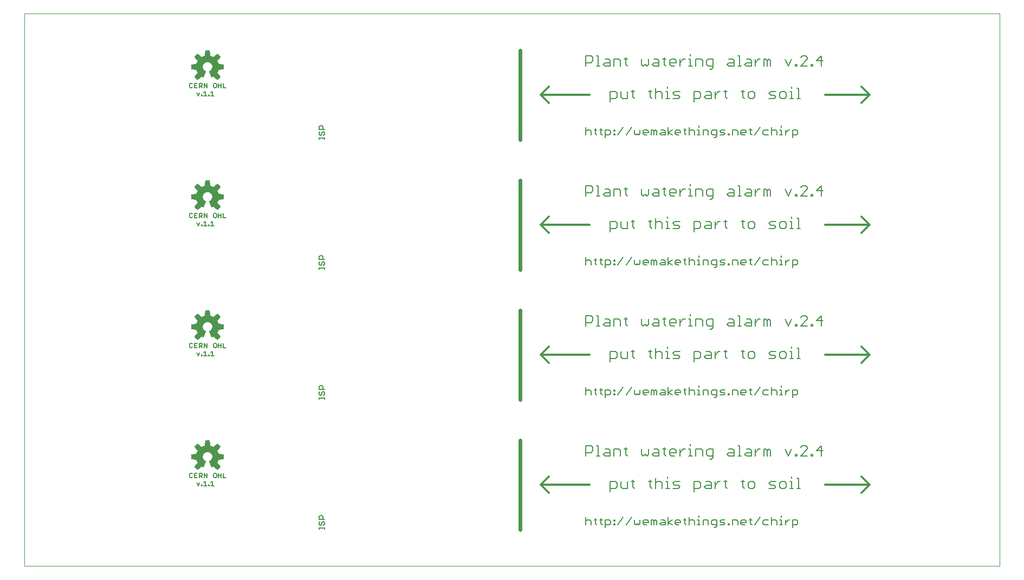
<source format=gto>
G75*
G70*
%OFA0B0*%
%FSLAX24Y24*%
%IPPOS*%
%LPD*%
%AMOC8*
5,1,8,0,0,1.08239X$1,22.5*
%
%ADD10C,0.0240*%
%ADD11C,0.0120*%
%ADD12C,0.0002*%
%ADD13C,0.0080*%
%ADD14C,0.0070*%
%ADD15C,0.0060*%
%ADD16C,0.0050*%
%ADD17C,0.0000*%
D10*
X030600Y002350D02*
X030600Y007850D01*
X030600Y010350D02*
X030600Y015850D01*
X030600Y018350D02*
X030600Y023850D01*
X030600Y026350D02*
X030600Y031850D01*
D11*
X032350Y029600D02*
X031850Y029100D01*
X032350Y028600D01*
X031850Y029100D02*
X034850Y029100D01*
X032350Y021600D02*
X031850Y021100D01*
X032350Y020600D01*
X031850Y021100D02*
X034850Y021100D01*
X032350Y013600D02*
X031850Y013100D01*
X032350Y012600D01*
X031850Y013100D02*
X034850Y013100D01*
X032350Y005600D02*
X031850Y005100D01*
X032350Y004600D01*
X031850Y005100D02*
X034850Y005100D01*
X049350Y005100D02*
X052100Y005100D01*
X051600Y004600D01*
X052100Y005100D02*
X051600Y005600D01*
X051600Y012600D02*
X052100Y013100D01*
X051600Y013600D01*
X052100Y013100D02*
X049350Y013100D01*
X051600Y020600D02*
X052100Y021100D01*
X051600Y021600D01*
X052100Y021100D02*
X049350Y021100D01*
X051600Y028600D02*
X052100Y029100D01*
X051600Y029600D01*
X052100Y029100D02*
X049350Y029100D01*
D12*
X012343Y030728D02*
X012343Y030972D01*
X012020Y031005D01*
X011620Y031005D01*
X011619Y031006D02*
X012020Y031006D01*
X012019Y031007D02*
X011619Y031007D01*
X011618Y031008D02*
X012019Y031008D01*
X012019Y031009D02*
X011617Y031009D01*
X011617Y031010D02*
X012018Y031010D01*
X012018Y031011D02*
X011616Y031011D01*
X011616Y031012D02*
X012018Y031012D01*
X012017Y031013D02*
X011615Y031013D01*
X011614Y031014D02*
X012017Y031014D01*
X012017Y031015D02*
X011614Y031015D01*
X011613Y031016D02*
X012016Y031016D01*
X012016Y031017D02*
X011612Y031017D01*
X011612Y031018D02*
X012016Y031018D01*
X012015Y031019D02*
X011611Y031019D01*
X011610Y031020D02*
X012015Y031020D01*
X012015Y031021D02*
X011610Y031021D01*
X011609Y031022D02*
X012014Y031022D01*
X012014Y031023D02*
X011609Y031023D01*
X011608Y031024D02*
X012014Y031024D01*
X012014Y031025D02*
X011607Y031025D01*
X011607Y031026D02*
X012013Y031026D01*
X012013Y031027D02*
X011606Y031027D01*
X011605Y031027D02*
X012013Y031027D01*
X012012Y031028D02*
X011605Y031028D01*
X011604Y031029D02*
X012012Y031029D01*
X012012Y031030D02*
X011604Y031030D01*
X011603Y031031D02*
X012011Y031031D01*
X012011Y031032D02*
X011602Y031032D01*
X011602Y031033D02*
X012011Y031033D01*
X012010Y031034D02*
X011601Y031034D01*
X011600Y031035D02*
X012010Y031035D01*
X012010Y031036D02*
X011600Y031036D01*
X011599Y031037D02*
X012009Y031037D01*
X012009Y031038D02*
X011598Y031038D01*
X011598Y031039D02*
X012009Y031039D01*
X012008Y031040D02*
X011597Y031040D01*
X011597Y031041D02*
X012008Y031041D01*
X012008Y031042D02*
X011596Y031042D01*
X011595Y031043D02*
X012008Y031043D01*
X012007Y031044D02*
X011595Y031044D01*
X011594Y031045D02*
X011629Y030991D01*
X012154Y030991D01*
X012164Y030990D02*
X011629Y030990D01*
X011629Y030991D02*
X011652Y030931D01*
X012343Y030931D01*
X012343Y030932D02*
X011651Y030932D01*
X011651Y030933D02*
X012343Y030933D01*
X012343Y030934D02*
X011651Y030934D01*
X011650Y030935D02*
X012343Y030935D01*
X012343Y030936D02*
X011650Y030936D01*
X011650Y030937D02*
X012343Y030937D01*
X012343Y030938D02*
X011649Y030938D01*
X011649Y030939D02*
X012343Y030939D01*
X012343Y030940D02*
X011648Y030940D01*
X011648Y030941D02*
X012343Y030941D01*
X012343Y030942D02*
X011648Y030942D01*
X011647Y030943D02*
X012343Y030943D01*
X012343Y030944D02*
X011647Y030944D01*
X011647Y030945D02*
X012343Y030945D01*
X012343Y030946D02*
X011646Y030946D01*
X011646Y030947D02*
X012343Y030947D01*
X012343Y030948D02*
X011645Y030948D01*
X011645Y030949D02*
X012343Y030949D01*
X012343Y030950D02*
X011645Y030950D01*
X011644Y030951D02*
X012343Y030951D01*
X012343Y030952D02*
X011644Y030952D01*
X011644Y030953D02*
X012343Y030953D01*
X012343Y030954D02*
X011643Y030954D01*
X011643Y030955D02*
X012343Y030955D01*
X012343Y030956D02*
X011642Y030956D01*
X011642Y030957D02*
X012343Y030957D01*
X012343Y030958D02*
X011642Y030958D01*
X011641Y030959D02*
X012343Y030959D01*
X011641Y030959D01*
X011641Y030960D02*
X012343Y030960D01*
X012343Y030961D02*
X011640Y030961D01*
X011640Y030962D02*
X012343Y030962D01*
X012343Y030963D02*
X011639Y030963D01*
X011639Y030964D02*
X012343Y030964D01*
X012343Y030965D02*
X011639Y030965D01*
X011638Y030966D02*
X012343Y030966D01*
X012343Y030967D02*
X011638Y030967D01*
X011638Y030968D02*
X012343Y030968D01*
X012343Y030969D02*
X011637Y030969D01*
X011637Y030970D02*
X012343Y030970D01*
X012343Y030971D02*
X011636Y030971D01*
X011636Y030972D02*
X012338Y030972D01*
X012343Y030972D02*
X012020Y031005D01*
X011985Y031113D01*
X011933Y031214D01*
X012138Y031466D01*
X011966Y031638D01*
X011714Y031433D01*
X011613Y031485D01*
X011505Y031520D01*
X011472Y031843D01*
X011228Y031843D01*
X011195Y031520D01*
X011087Y031485D01*
X010986Y031433D01*
X010734Y031638D01*
X010562Y031466D01*
X010767Y031214D01*
X010715Y031113D01*
X010680Y031005D01*
X011080Y031005D01*
X011080Y031004D02*
X010672Y031004D01*
X010680Y031005D02*
X010357Y030972D01*
X010357Y030728D01*
X010680Y030695D01*
X010715Y030587D01*
X011182Y030587D01*
X011180Y030588D02*
X010714Y030588D01*
X010714Y030589D02*
X011179Y030589D01*
X011177Y030590D02*
X010714Y030590D01*
X010714Y030591D02*
X011175Y030591D01*
X011174Y030592D02*
X010713Y030592D01*
X010713Y030593D02*
X011173Y030593D01*
X011172Y030594D02*
X010713Y030594D01*
X010712Y030595D02*
X011171Y030595D01*
X011169Y030596D02*
X010712Y030596D01*
X010712Y030597D02*
X011168Y030597D01*
X011167Y030598D02*
X010711Y030598D01*
X010711Y030599D02*
X011166Y030599D01*
X011165Y030600D02*
X010711Y030600D01*
X010710Y030601D02*
X011163Y030601D01*
X011162Y030602D02*
X010710Y030602D01*
X010710Y030603D02*
X011161Y030603D01*
X011160Y030604D02*
X010709Y030604D01*
X010709Y030605D02*
X011159Y030605D01*
X011157Y030606D02*
X010709Y030606D01*
X010708Y030607D02*
X011156Y030607D01*
X011155Y030608D02*
X010708Y030608D01*
X010708Y030609D02*
X011154Y030609D01*
X011153Y030610D02*
X010708Y030610D01*
X010707Y030611D02*
X011151Y030611D01*
X011150Y030612D02*
X010707Y030612D01*
X010707Y030613D02*
X011149Y030613D01*
X011148Y030614D02*
X010706Y030614D01*
X010706Y030615D02*
X011147Y030615D01*
X011145Y030616D02*
X010706Y030616D01*
X010705Y030617D02*
X011144Y030617D01*
X011143Y030618D02*
X010705Y030618D01*
X010705Y030619D02*
X011142Y030619D01*
X011141Y030619D02*
X010704Y030619D01*
X010704Y030620D02*
X011139Y030620D01*
X011138Y030621D02*
X010704Y030621D01*
X010703Y030622D02*
X011137Y030622D01*
X011136Y030623D02*
X010703Y030623D01*
X010703Y030624D02*
X011135Y030624D01*
X011133Y030625D02*
X010703Y030625D01*
X010702Y030626D02*
X011132Y030626D01*
X011131Y030627D02*
X010702Y030627D01*
X010702Y030628D02*
X011130Y030628D01*
X011129Y030629D02*
X011090Y030676D01*
X011061Y030730D01*
X011043Y030789D01*
X011037Y030850D01*
X011044Y030914D01*
X011064Y030975D01*
X010391Y030975D01*
X010401Y030976D02*
X011064Y030976D01*
X011064Y030975D02*
X011095Y031031D01*
X011137Y031079D01*
X010704Y031079D01*
X010704Y031080D02*
X011138Y031080D01*
X011137Y031079D02*
X011189Y031118D01*
X011247Y031145D01*
X011309Y031160D01*
X011373Y031162D01*
X011437Y031150D01*
X011496Y031126D01*
X011549Y031091D01*
X011594Y031045D01*
X012007Y031045D01*
X012007Y031046D02*
X011593Y031046D01*
X011592Y031047D02*
X012006Y031047D01*
X012006Y031048D02*
X011591Y031048D01*
X011590Y031049D02*
X012006Y031049D01*
X012005Y031050D02*
X011589Y031050D01*
X011588Y031051D02*
X012005Y031051D01*
X012005Y031052D02*
X011587Y031052D01*
X011586Y031053D02*
X012004Y031053D01*
X012004Y031054D02*
X011585Y031054D01*
X011584Y031055D02*
X012004Y031055D01*
X012003Y031056D02*
X011583Y031056D01*
X011582Y031057D02*
X012003Y031057D01*
X012003Y031058D02*
X011581Y031058D01*
X011580Y031059D02*
X012002Y031059D01*
X012002Y031060D02*
X011579Y031060D01*
X011578Y031061D02*
X012002Y031061D01*
X012002Y031062D02*
X011577Y031062D01*
X011576Y031063D02*
X012001Y031063D01*
X012001Y031064D02*
X011576Y031064D01*
X011575Y031065D02*
X012001Y031065D01*
X012000Y031066D02*
X011574Y031066D01*
X011573Y031067D02*
X012000Y031067D01*
X012000Y031068D02*
X011572Y031068D01*
X011571Y031069D02*
X011999Y031069D01*
X011999Y031070D02*
X011570Y031070D01*
X011569Y031071D02*
X011999Y031071D01*
X011998Y031072D02*
X011568Y031072D01*
X011567Y031073D02*
X011998Y031073D01*
X011998Y031074D02*
X011566Y031074D01*
X011565Y031075D02*
X011997Y031075D01*
X011997Y031076D02*
X011564Y031076D01*
X011563Y031077D02*
X011997Y031077D01*
X011996Y031078D02*
X011562Y031078D01*
X011561Y031079D02*
X011996Y031079D01*
X011996Y031080D02*
X011560Y031080D01*
X011559Y031081D02*
X011996Y031081D01*
X011995Y031082D02*
X011558Y031082D01*
X011557Y031083D02*
X011995Y031083D01*
X011995Y031084D02*
X011556Y031084D01*
X011555Y031085D02*
X011994Y031085D01*
X011994Y031086D02*
X011554Y031086D01*
X011553Y031087D02*
X011994Y031087D01*
X011993Y031088D02*
X011552Y031088D01*
X011551Y031089D02*
X011993Y031089D01*
X011993Y031090D02*
X011550Y031090D01*
X011549Y031091D02*
X011992Y031091D01*
X011992Y031092D02*
X011548Y031092D01*
X011546Y031093D02*
X011992Y031093D01*
X011991Y031094D02*
X011545Y031094D01*
X011544Y031094D02*
X011991Y031094D01*
X011991Y031095D02*
X011542Y031095D01*
X011541Y031096D02*
X011990Y031096D01*
X011990Y031097D02*
X011539Y031097D01*
X011538Y031098D02*
X011990Y031098D01*
X011990Y031099D02*
X011536Y031099D01*
X011535Y031100D02*
X011989Y031100D01*
X011989Y031101D02*
X011533Y031101D01*
X011532Y031102D02*
X011989Y031102D01*
X011988Y031103D02*
X011530Y031103D01*
X011529Y031104D02*
X011988Y031104D01*
X011988Y031105D02*
X011527Y031105D01*
X011526Y031106D02*
X011987Y031106D01*
X011987Y031107D02*
X011524Y031107D01*
X011523Y031108D02*
X011987Y031108D01*
X011986Y031109D02*
X011521Y031109D01*
X011520Y031110D02*
X011986Y031110D01*
X011986Y031111D02*
X011518Y031111D01*
X011517Y031112D02*
X011985Y031112D01*
X011985Y031113D02*
X011515Y031113D01*
X011514Y031114D02*
X011985Y031114D01*
X011984Y031115D02*
X011513Y031115D01*
X011511Y031116D02*
X011984Y031116D01*
X011983Y031117D02*
X011510Y031117D01*
X011508Y031118D02*
X011983Y031118D01*
X011982Y031119D02*
X011507Y031119D01*
X011505Y031120D02*
X011982Y031120D01*
X011981Y031121D02*
X011504Y031121D01*
X011502Y031122D02*
X011981Y031122D01*
X011980Y031123D02*
X011501Y031123D01*
X011499Y031124D02*
X011980Y031124D01*
X011979Y031125D02*
X011498Y031125D01*
X011496Y031126D02*
X011979Y031126D01*
X011978Y031127D02*
X011494Y031127D01*
X011492Y031128D02*
X011977Y031128D01*
X011977Y031129D02*
X011489Y031129D01*
X011487Y031130D02*
X011976Y031130D01*
X011976Y031131D02*
X011484Y031131D01*
X011482Y031132D02*
X011975Y031132D01*
X011975Y031133D02*
X011479Y031133D01*
X011477Y031134D02*
X011974Y031134D01*
X011974Y031135D02*
X011475Y031135D01*
X011472Y031136D02*
X011973Y031136D01*
X011973Y031137D02*
X011470Y031137D01*
X011467Y031138D02*
X011972Y031138D01*
X011972Y031139D02*
X011465Y031139D01*
X011462Y031140D02*
X011971Y031140D01*
X011971Y031141D02*
X011460Y031141D01*
X011457Y031142D02*
X011970Y031142D01*
X011970Y031143D02*
X011455Y031143D01*
X011453Y031144D02*
X011969Y031144D01*
X011969Y031145D02*
X011450Y031145D01*
X011448Y031146D02*
X011968Y031146D01*
X011968Y031147D02*
X011445Y031147D01*
X011443Y031148D02*
X011967Y031148D01*
X011967Y031149D02*
X011440Y031149D01*
X011438Y031150D02*
X011966Y031150D01*
X011966Y031151D02*
X011434Y031151D01*
X011429Y031152D02*
X011965Y031152D01*
X011965Y031153D02*
X011423Y031153D01*
X011418Y031154D02*
X011964Y031154D01*
X011964Y031155D02*
X011412Y031155D01*
X011407Y031156D02*
X011963Y031156D01*
X011963Y031157D02*
X011401Y031157D01*
X011396Y031158D02*
X011962Y031158D01*
X011962Y031159D02*
X011390Y031159D01*
X011385Y031160D02*
X011961Y031160D01*
X011961Y031161D02*
X011379Y031161D01*
X011374Y031162D02*
X011960Y031162D01*
X010740Y031162D01*
X011371Y031162D01*
X011335Y031161D02*
X010739Y031161D01*
X010739Y031160D02*
X011308Y031160D01*
X011304Y031159D02*
X010738Y031159D01*
X010738Y031158D02*
X011300Y031158D01*
X011296Y031157D02*
X010737Y031157D01*
X010737Y031156D02*
X011292Y031156D01*
X011287Y031155D02*
X010736Y031155D01*
X010736Y031154D02*
X011283Y031154D01*
X011279Y031153D02*
X010735Y031153D01*
X010735Y031152D02*
X011275Y031152D01*
X011271Y031151D02*
X010734Y031151D01*
X010734Y031150D02*
X011267Y031150D01*
X011263Y031149D02*
X010733Y031149D01*
X010733Y031148D02*
X011258Y031148D01*
X011254Y031147D02*
X010732Y031147D01*
X010732Y031146D02*
X011250Y031146D01*
X011246Y031145D02*
X010731Y031145D01*
X010731Y031144D02*
X011244Y031144D01*
X011242Y031143D02*
X010730Y031143D01*
X010730Y031142D02*
X011240Y031142D01*
X011238Y031141D02*
X010729Y031141D01*
X010729Y031140D02*
X011236Y031140D01*
X011234Y031139D02*
X010728Y031139D01*
X010728Y031138D02*
X011232Y031138D01*
X011230Y031137D02*
X010727Y031137D01*
X010727Y031136D02*
X011228Y031136D01*
X011225Y031135D02*
X010726Y031135D01*
X010726Y031134D02*
X011223Y031134D01*
X011221Y031133D02*
X010725Y031133D01*
X010725Y031132D02*
X011219Y031132D01*
X011217Y031131D02*
X010724Y031131D01*
X010724Y031130D02*
X011215Y031130D01*
X011213Y031129D02*
X010723Y031129D01*
X010723Y031128D02*
X011211Y031128D01*
X011209Y031127D02*
X010722Y031127D01*
X010721Y031126D02*
X011207Y031126D01*
X011204Y031125D02*
X010721Y031125D01*
X010720Y031124D02*
X011202Y031124D01*
X011200Y031123D02*
X010720Y031123D01*
X010719Y031122D02*
X011198Y031122D01*
X011196Y031121D02*
X010719Y031121D01*
X010718Y031120D02*
X011194Y031120D01*
X011192Y031119D02*
X010718Y031119D01*
X010717Y031118D02*
X011190Y031118D01*
X011188Y031117D02*
X010717Y031117D01*
X010716Y031116D02*
X011187Y031116D01*
X011185Y031115D02*
X010716Y031115D01*
X010715Y031114D02*
X011184Y031114D01*
X011183Y031113D02*
X010715Y031113D01*
X010715Y031112D02*
X011182Y031112D01*
X011180Y031111D02*
X010714Y031111D01*
X010714Y031110D02*
X011179Y031110D01*
X011178Y031109D02*
X010714Y031109D01*
X010713Y031108D02*
X011176Y031108D01*
X011175Y031107D02*
X010713Y031107D01*
X010713Y031106D02*
X011174Y031106D01*
X011172Y031105D02*
X010712Y031105D01*
X010712Y031104D02*
X011171Y031104D01*
X011170Y031103D02*
X010712Y031103D01*
X010711Y031102D02*
X011168Y031102D01*
X011167Y031101D02*
X010711Y031101D01*
X010711Y031100D02*
X011166Y031100D01*
X011165Y031099D02*
X010710Y031099D01*
X010710Y031098D02*
X011163Y031098D01*
X011162Y031097D02*
X010710Y031097D01*
X010710Y031096D02*
X011161Y031096D01*
X011159Y031095D02*
X010709Y031095D01*
X010709Y031094D02*
X011158Y031094D01*
X011157Y031094D02*
X010709Y031094D01*
X010708Y031093D02*
X011155Y031093D01*
X011154Y031092D02*
X010708Y031092D01*
X010708Y031091D02*
X011153Y031091D01*
X011151Y031090D02*
X010707Y031090D01*
X010707Y031089D02*
X011150Y031089D01*
X011149Y031088D02*
X010707Y031088D01*
X010706Y031087D02*
X011147Y031087D01*
X011146Y031086D02*
X010706Y031086D01*
X010706Y031085D02*
X011145Y031085D01*
X011144Y031084D02*
X010705Y031084D01*
X010705Y031083D02*
X011142Y031083D01*
X011141Y031082D02*
X010705Y031082D01*
X010704Y031081D02*
X011140Y031081D01*
X011136Y031078D02*
X010704Y031078D01*
X010703Y031077D02*
X011135Y031077D01*
X011135Y031076D02*
X010703Y031076D01*
X010703Y031075D02*
X011134Y031075D01*
X011133Y031074D02*
X010702Y031074D01*
X010702Y031073D02*
X011132Y031073D01*
X011131Y031072D02*
X010702Y031072D01*
X010701Y031071D02*
X011130Y031071D01*
X011129Y031070D02*
X010701Y031070D01*
X010701Y031069D02*
X011129Y031069D01*
X011128Y031068D02*
X010700Y031068D01*
X010700Y031067D02*
X011127Y031067D01*
X011126Y031066D02*
X010700Y031066D01*
X010699Y031065D02*
X011125Y031065D01*
X011124Y031064D02*
X010699Y031064D01*
X010699Y031063D02*
X011123Y031063D01*
X011122Y031062D02*
X010698Y031062D01*
X010698Y031061D02*
X011122Y031061D01*
X011121Y031060D02*
X010698Y031060D01*
X010698Y031059D02*
X011120Y031059D01*
X011119Y031058D02*
X010697Y031058D01*
X010697Y031057D02*
X011118Y031057D01*
X011117Y031056D02*
X010697Y031056D01*
X010696Y031055D02*
X011116Y031055D01*
X011116Y031054D02*
X010696Y031054D01*
X010696Y031053D02*
X011115Y031053D01*
X011114Y031052D02*
X010695Y031052D01*
X010695Y031051D02*
X011113Y031051D01*
X011112Y031050D02*
X010695Y031050D01*
X010694Y031049D02*
X011111Y031049D01*
X011110Y031048D02*
X010694Y031048D01*
X010694Y031047D02*
X011109Y031047D01*
X011109Y031046D02*
X010693Y031046D01*
X010693Y031045D02*
X011108Y031045D01*
X011107Y031044D02*
X010693Y031044D01*
X010692Y031043D02*
X011106Y031043D01*
X011105Y031042D02*
X010692Y031042D01*
X010692Y031041D02*
X011104Y031041D01*
X011103Y031040D02*
X010692Y031040D01*
X010691Y031039D02*
X011103Y031039D01*
X011102Y031038D02*
X010691Y031038D01*
X010691Y031037D02*
X011101Y031037D01*
X011100Y031036D02*
X010690Y031036D01*
X010690Y031035D02*
X011099Y031035D01*
X011098Y031034D02*
X010690Y031034D01*
X010689Y031033D02*
X011097Y031033D01*
X011097Y031032D02*
X010689Y031032D01*
X010689Y031031D02*
X011096Y031031D01*
X011095Y031030D02*
X010688Y031030D01*
X010688Y031029D02*
X011094Y031029D01*
X011094Y031028D02*
X010688Y031028D01*
X010687Y031027D02*
X011093Y031027D01*
X010687Y031027D01*
X010687Y031026D02*
X011092Y031026D01*
X011092Y031025D02*
X010686Y031025D01*
X010686Y031024D02*
X011091Y031024D01*
X011090Y031023D02*
X010686Y031023D01*
X010686Y031022D02*
X011090Y031022D01*
X011089Y031021D02*
X010685Y031021D01*
X010685Y031020D02*
X011089Y031020D01*
X011088Y031019D02*
X010685Y031019D01*
X010684Y031018D02*
X011088Y031018D01*
X011087Y031017D02*
X010684Y031017D01*
X010684Y031016D02*
X011087Y031016D01*
X011086Y031015D02*
X010683Y031015D01*
X010683Y031014D02*
X011085Y031014D01*
X011085Y031013D02*
X010683Y031013D01*
X010682Y031012D02*
X011084Y031012D01*
X011084Y031011D02*
X010682Y031011D01*
X010682Y031010D02*
X011083Y031010D01*
X011083Y031009D02*
X010681Y031009D01*
X010681Y031008D02*
X011082Y031008D01*
X011082Y031007D02*
X010681Y031007D01*
X010680Y031006D02*
X011081Y031006D01*
X011079Y031003D02*
X010662Y031003D01*
X010653Y031002D02*
X011079Y031002D01*
X011078Y031001D02*
X010643Y031001D01*
X010633Y031000D02*
X011078Y031000D01*
X011077Y030999D02*
X010624Y030999D01*
X010614Y030998D02*
X011077Y030998D01*
X011076Y030997D02*
X010604Y030997D01*
X010595Y030996D02*
X011075Y030996D01*
X011075Y030995D02*
X010585Y030995D01*
X010575Y030994D02*
X011074Y030994D01*
X011074Y030993D02*
X010565Y030993D01*
X010556Y030992D02*
X011073Y030992D01*
X011073Y030991D02*
X010546Y030991D01*
X010536Y030990D02*
X011072Y030990D01*
X011072Y030989D02*
X010527Y030989D01*
X010517Y030988D02*
X011071Y030988D01*
X011070Y030987D02*
X010507Y030987D01*
X010498Y030986D02*
X011070Y030986D01*
X011069Y030985D02*
X010488Y030985D01*
X010478Y030984D02*
X011069Y030984D01*
X011068Y030983D02*
X010469Y030983D01*
X010459Y030982D02*
X011068Y030982D01*
X011067Y030981D02*
X010449Y030981D01*
X010439Y030980D02*
X011067Y030980D01*
X011066Y030979D02*
X010430Y030979D01*
X010420Y030978D02*
X011065Y030978D01*
X011065Y030977D02*
X010410Y030977D01*
X010381Y030974D02*
X011063Y030974D01*
X011063Y030973D02*
X010372Y030973D01*
X010362Y030972D02*
X011063Y030972D01*
X011062Y030971D02*
X010357Y030971D01*
X010357Y030970D02*
X011062Y030970D01*
X011062Y030969D02*
X010357Y030969D01*
X010357Y030968D02*
X011061Y030968D01*
X011061Y030967D02*
X010357Y030967D01*
X010357Y030966D02*
X011061Y030966D01*
X011061Y030965D02*
X010357Y030965D01*
X010357Y030964D02*
X011060Y030964D01*
X011060Y030963D02*
X010357Y030963D01*
X010357Y030962D02*
X011060Y030962D01*
X011059Y030961D02*
X010357Y030961D01*
X010357Y030960D02*
X011059Y030960D01*
X011059Y030959D02*
X010357Y030959D01*
X011058Y030959D01*
X011058Y030958D02*
X010357Y030958D01*
X010357Y030957D02*
X011058Y030957D01*
X011057Y030956D02*
X010357Y030956D01*
X010357Y030955D02*
X011057Y030955D01*
X011057Y030954D02*
X010357Y030954D01*
X010357Y030953D02*
X011056Y030953D01*
X011056Y030952D02*
X010357Y030952D01*
X010357Y030951D02*
X011056Y030951D01*
X011055Y030950D02*
X010357Y030950D01*
X010357Y030949D02*
X011055Y030949D01*
X011055Y030948D02*
X010357Y030948D01*
X010357Y030947D02*
X011055Y030947D01*
X011054Y030946D02*
X010357Y030946D01*
X010357Y030945D02*
X011054Y030945D01*
X011054Y030944D02*
X010357Y030944D01*
X010357Y030943D02*
X011053Y030943D01*
X011053Y030942D02*
X010357Y030942D01*
X010357Y030941D02*
X011053Y030941D01*
X011052Y030940D02*
X010357Y030940D01*
X010357Y030939D02*
X011052Y030939D01*
X011052Y030938D02*
X010357Y030938D01*
X010357Y030937D02*
X011051Y030937D01*
X011051Y030936D02*
X010357Y030936D01*
X010357Y030935D02*
X011051Y030935D01*
X011050Y030934D02*
X010357Y030934D01*
X010357Y030933D02*
X011050Y030933D01*
X011050Y030932D02*
X010357Y030932D01*
X010357Y030931D02*
X011050Y030931D01*
X011049Y030930D02*
X010357Y030930D01*
X010357Y030929D02*
X011049Y030929D01*
X011049Y030928D02*
X010357Y030928D01*
X010357Y030927D02*
X011048Y030927D01*
X011048Y030926D02*
X010357Y030926D01*
X010357Y030925D02*
X011048Y030925D01*
X011047Y030924D02*
X010357Y030924D01*
X010357Y030923D02*
X011047Y030923D01*
X011047Y030922D02*
X010357Y030922D01*
X010357Y030921D02*
X011046Y030921D01*
X011046Y030920D02*
X010357Y030920D01*
X010357Y030919D02*
X011046Y030919D01*
X011045Y030918D02*
X010357Y030918D01*
X010357Y030917D02*
X011045Y030917D01*
X011045Y030916D02*
X010357Y030916D01*
X010357Y030915D02*
X011044Y030915D01*
X011044Y030914D02*
X010357Y030914D01*
X010357Y030913D02*
X011044Y030913D01*
X011044Y030912D02*
X010357Y030912D01*
X010357Y030911D02*
X011044Y030911D01*
X011044Y030910D02*
X010357Y030910D01*
X010357Y030909D02*
X011044Y030909D01*
X011043Y030908D02*
X010357Y030908D01*
X010357Y030907D02*
X011043Y030907D01*
X011043Y030906D02*
X010357Y030906D01*
X010357Y030905D02*
X011043Y030905D01*
X011043Y030904D02*
X010357Y030904D01*
X010357Y030903D02*
X011043Y030903D01*
X011043Y030902D02*
X010357Y030902D01*
X010357Y030901D02*
X011043Y030901D01*
X011043Y030900D02*
X010357Y030900D01*
X010357Y030899D02*
X011043Y030899D01*
X011042Y030898D02*
X010357Y030898D01*
X010357Y030897D02*
X011042Y030897D01*
X011042Y030896D02*
X010357Y030896D01*
X010357Y030895D02*
X011042Y030895D01*
X011042Y030894D02*
X010357Y030894D01*
X010357Y030893D02*
X011042Y030893D01*
X011042Y030892D02*
X010357Y030892D01*
X010357Y030891D02*
X011042Y030891D01*
X010357Y030891D01*
X010357Y030890D02*
X011042Y030890D01*
X011041Y030889D02*
X010357Y030889D01*
X010357Y030888D02*
X011041Y030888D01*
X011041Y030887D02*
X010357Y030887D01*
X010357Y030886D02*
X011041Y030886D01*
X011041Y030885D02*
X010357Y030885D01*
X010357Y030884D02*
X011041Y030884D01*
X011041Y030883D02*
X010357Y030883D01*
X010357Y030882D02*
X011041Y030882D01*
X011041Y030881D02*
X010357Y030881D01*
X010357Y030880D02*
X011041Y030880D01*
X011040Y030879D02*
X010357Y030879D01*
X010357Y030878D02*
X011040Y030878D01*
X011040Y030877D02*
X010357Y030877D01*
X010357Y030876D02*
X011040Y030876D01*
X011040Y030875D02*
X010357Y030875D01*
X010357Y030874D02*
X011040Y030874D01*
X011040Y030873D02*
X010357Y030873D01*
X010357Y030872D02*
X011040Y030872D01*
X011040Y030871D02*
X010357Y030871D01*
X010357Y030870D02*
X011040Y030870D01*
X011039Y030869D02*
X010357Y030869D01*
X010357Y030868D02*
X011039Y030868D01*
X011039Y030867D02*
X010357Y030867D01*
X010357Y030866D02*
X011039Y030866D01*
X011039Y030865D02*
X010357Y030865D01*
X010357Y030864D02*
X011039Y030864D01*
X011039Y030863D02*
X010357Y030863D01*
X010357Y030862D02*
X011039Y030862D01*
X011039Y030861D02*
X010357Y030861D01*
X010357Y030860D02*
X011039Y030860D01*
X011038Y030859D02*
X010357Y030859D01*
X010357Y030858D02*
X011038Y030858D01*
X011038Y030857D02*
X010357Y030857D01*
X010357Y030856D02*
X011038Y030856D01*
X011038Y030855D02*
X010357Y030855D01*
X010357Y030854D02*
X011038Y030854D01*
X011038Y030853D02*
X010357Y030853D01*
X010357Y030852D02*
X011038Y030852D01*
X011038Y030851D02*
X010357Y030851D01*
X010357Y030850D02*
X011037Y030850D01*
X011038Y030849D02*
X010357Y030849D01*
X010357Y030848D02*
X011038Y030848D01*
X011038Y030847D02*
X010357Y030847D01*
X010357Y030846D02*
X011038Y030846D01*
X011038Y030845D02*
X010357Y030845D01*
X010357Y030844D02*
X011038Y030844D01*
X011038Y030843D02*
X010357Y030843D01*
X010357Y030842D02*
X011038Y030842D01*
X011038Y030841D02*
X010357Y030841D01*
X010357Y030840D02*
X011038Y030840D01*
X011039Y030839D02*
X010357Y030839D01*
X010357Y030838D02*
X011039Y030838D01*
X011039Y030837D02*
X010357Y030837D01*
X010357Y030836D02*
X011039Y030836D01*
X011039Y030835D02*
X010357Y030835D01*
X010357Y030834D02*
X011039Y030834D01*
X011039Y030833D02*
X010357Y030833D01*
X010357Y030832D02*
X011039Y030832D01*
X011039Y030831D02*
X010357Y030831D01*
X010357Y030830D02*
X011039Y030830D01*
X011040Y030829D02*
X010357Y030829D01*
X010357Y030828D02*
X011040Y030828D01*
X011040Y030827D02*
X010357Y030827D01*
X010357Y030826D02*
X011040Y030826D01*
X011040Y030825D02*
X010357Y030825D01*
X010357Y030824D02*
X011040Y030824D01*
X011040Y030823D02*
X010357Y030823D01*
X011040Y030823D01*
X011040Y030822D02*
X010357Y030822D01*
X010357Y030821D02*
X011040Y030821D01*
X011040Y030820D02*
X010357Y030820D01*
X010357Y030819D02*
X011041Y030819D01*
X011041Y030818D02*
X010357Y030818D01*
X010357Y030817D02*
X011041Y030817D01*
X011041Y030816D02*
X010357Y030816D01*
X010357Y030815D02*
X011041Y030815D01*
X011041Y030814D02*
X010357Y030814D01*
X010357Y030813D02*
X011041Y030813D01*
X011041Y030812D02*
X010357Y030812D01*
X010357Y030811D02*
X011041Y030811D01*
X011041Y030810D02*
X010357Y030810D01*
X010357Y030809D02*
X011042Y030809D01*
X011042Y030808D02*
X010357Y030808D01*
X010357Y030807D02*
X011042Y030807D01*
X011042Y030806D02*
X010357Y030806D01*
X010357Y030805D02*
X011042Y030805D01*
X011042Y030804D02*
X010357Y030804D01*
X010357Y030803D02*
X011042Y030803D01*
X011042Y030802D02*
X010357Y030802D01*
X010357Y030801D02*
X011042Y030801D01*
X011042Y030800D02*
X010357Y030800D01*
X010357Y030799D02*
X011043Y030799D01*
X011043Y030798D02*
X010357Y030798D01*
X010357Y030797D02*
X011043Y030797D01*
X011043Y030796D02*
X010357Y030796D01*
X010357Y030795D02*
X011043Y030795D01*
X011043Y030794D02*
X010357Y030794D01*
X010357Y030793D02*
X011043Y030793D01*
X011043Y030792D02*
X010357Y030792D01*
X010357Y030791D02*
X011043Y030791D01*
X011043Y030790D02*
X010357Y030790D01*
X010357Y030789D02*
X011043Y030789D01*
X011044Y030788D02*
X010357Y030788D01*
X010357Y030787D02*
X011044Y030787D01*
X011044Y030786D02*
X010357Y030786D01*
X010357Y030785D02*
X011045Y030785D01*
X011045Y030784D02*
X010357Y030784D01*
X010357Y030783D02*
X011045Y030783D01*
X011046Y030782D02*
X010357Y030782D01*
X010357Y030781D02*
X011046Y030781D01*
X011046Y030780D02*
X010357Y030780D01*
X010357Y030779D02*
X011046Y030779D01*
X011047Y030778D02*
X010357Y030778D01*
X010357Y030777D02*
X011047Y030777D01*
X011047Y030776D02*
X010357Y030776D01*
X010357Y030775D02*
X011048Y030775D01*
X011048Y030774D02*
X010357Y030774D01*
X010357Y030773D02*
X011048Y030773D01*
X011049Y030772D02*
X010357Y030772D01*
X010357Y030771D02*
X011049Y030771D01*
X011049Y030770D02*
X010357Y030770D01*
X010357Y030769D02*
X011049Y030769D01*
X011050Y030768D02*
X010357Y030768D01*
X010357Y030767D02*
X011050Y030767D01*
X011050Y030766D02*
X010357Y030766D01*
X010357Y030765D02*
X011051Y030765D01*
X011051Y030764D02*
X010357Y030764D01*
X010357Y030763D02*
X011051Y030763D01*
X011052Y030762D02*
X010357Y030762D01*
X010357Y030761D02*
X011052Y030761D01*
X011052Y030760D02*
X010357Y030760D01*
X010357Y030759D02*
X011052Y030759D01*
X011053Y030758D02*
X010357Y030758D01*
X010357Y030757D02*
X011053Y030757D01*
X011053Y030756D02*
X010357Y030756D01*
X010357Y030755D02*
X011054Y030755D01*
X010357Y030755D01*
X010357Y030754D02*
X011054Y030754D01*
X011055Y030753D02*
X010357Y030753D01*
X010357Y030752D02*
X011055Y030752D01*
X011055Y030751D02*
X010357Y030751D01*
X010357Y030750D02*
X011055Y030750D01*
X011056Y030749D02*
X010357Y030749D01*
X010357Y030748D02*
X011056Y030748D01*
X011056Y030747D02*
X010357Y030747D01*
X010357Y030746D02*
X011057Y030746D01*
X011057Y030745D02*
X010357Y030745D01*
X010357Y030744D02*
X011057Y030744D01*
X011058Y030743D02*
X010357Y030743D01*
X010357Y030742D02*
X011058Y030742D01*
X011058Y030741D02*
X010357Y030741D01*
X010357Y030740D02*
X011058Y030740D01*
X011059Y030739D02*
X010357Y030739D01*
X010357Y030738D02*
X011059Y030738D01*
X011059Y030737D02*
X010357Y030737D01*
X010357Y030736D02*
X011060Y030736D01*
X011060Y030735D02*
X010357Y030735D01*
X010357Y030734D02*
X011060Y030734D01*
X011061Y030733D02*
X010357Y030733D01*
X010357Y030732D02*
X011061Y030732D01*
X011061Y030731D02*
X010357Y030731D01*
X010357Y030730D02*
X011062Y030730D01*
X011062Y030729D02*
X010357Y030729D01*
X010357Y030728D02*
X010680Y030695D01*
X011080Y030695D01*
X011081Y030694D02*
X010680Y030694D01*
X010681Y030693D02*
X011081Y030693D01*
X011082Y030692D02*
X010681Y030692D01*
X010681Y030691D02*
X011082Y030691D01*
X011083Y030690D02*
X010682Y030690D01*
X010682Y030689D02*
X011083Y030689D01*
X011084Y030688D02*
X010682Y030688D01*
X010683Y030687D02*
X011084Y030687D01*
X011085Y030687D02*
X010683Y030687D01*
X010683Y030686D02*
X011085Y030686D01*
X011086Y030685D02*
X010684Y030685D01*
X010684Y030684D02*
X011086Y030684D01*
X011087Y030683D02*
X010684Y030683D01*
X010685Y030682D02*
X011087Y030682D01*
X011088Y030681D02*
X010685Y030681D01*
X010685Y030680D02*
X011088Y030680D01*
X011089Y030679D02*
X010685Y030679D01*
X010686Y030678D02*
X011089Y030678D01*
X011090Y030677D02*
X010686Y030677D01*
X010686Y030676D02*
X011091Y030676D01*
X011092Y030675D02*
X010687Y030675D01*
X010687Y030674D02*
X011092Y030674D01*
X011093Y030673D02*
X010687Y030673D01*
X010688Y030672D02*
X011094Y030672D01*
X011095Y030671D02*
X010688Y030671D01*
X010688Y030670D02*
X011096Y030670D01*
X011096Y030669D02*
X010689Y030669D01*
X010689Y030668D02*
X011097Y030668D01*
X011098Y030667D02*
X010689Y030667D01*
X010690Y030666D02*
X011099Y030666D01*
X011100Y030665D02*
X010690Y030665D01*
X010690Y030664D02*
X011100Y030664D01*
X011101Y030663D02*
X010691Y030663D01*
X010691Y030662D02*
X011102Y030662D01*
X011103Y030661D02*
X010691Y030661D01*
X010691Y030660D02*
X011104Y030660D01*
X011104Y030659D02*
X010692Y030659D01*
X010692Y030658D02*
X011105Y030658D01*
X011106Y030657D02*
X010692Y030657D01*
X010693Y030656D02*
X011107Y030656D01*
X011108Y030655D02*
X010693Y030655D01*
X010693Y030654D02*
X011108Y030654D01*
X011109Y030653D02*
X010694Y030653D01*
X010694Y030652D02*
X011110Y030652D01*
X011111Y030651D02*
X010694Y030651D01*
X010695Y030650D02*
X011112Y030650D01*
X011113Y030649D02*
X010695Y030649D01*
X010695Y030648D02*
X011113Y030648D01*
X011114Y030647D02*
X010696Y030647D01*
X010696Y030646D02*
X011115Y030646D01*
X011116Y030645D02*
X010696Y030645D01*
X010697Y030644D02*
X011117Y030644D01*
X011117Y030643D02*
X010697Y030643D01*
X010697Y030642D02*
X011118Y030642D01*
X011119Y030641D02*
X010697Y030641D01*
X010698Y030640D02*
X011120Y030640D01*
X011121Y030639D02*
X010698Y030639D01*
X010698Y030638D02*
X011121Y030638D01*
X011122Y030637D02*
X010699Y030637D01*
X010699Y030636D02*
X011123Y030636D01*
X011124Y030635D02*
X010699Y030635D01*
X010700Y030634D02*
X011125Y030634D01*
X011125Y030633D02*
X010700Y030633D01*
X010700Y030632D02*
X011126Y030632D01*
X011127Y030631D02*
X010701Y030631D01*
X010701Y030630D02*
X011128Y030630D01*
X011129Y030629D02*
X010701Y030629D01*
X010715Y030587D02*
X010767Y030486D01*
X010562Y030234D01*
X010945Y030234D01*
X010944Y030233D02*
X010563Y030233D01*
X010564Y030232D02*
X010943Y030232D01*
X010942Y030231D02*
X010565Y030231D01*
X010566Y030230D02*
X010941Y030230D01*
X010939Y030229D02*
X010567Y030229D01*
X010568Y030228D02*
X010938Y030228D01*
X010937Y030227D02*
X010569Y030227D01*
X010570Y030226D02*
X010936Y030226D01*
X010935Y030225D02*
X010571Y030225D01*
X010572Y030224D02*
X010933Y030224D01*
X010932Y030223D02*
X010573Y030223D01*
X010574Y030222D02*
X010931Y030222D01*
X010930Y030221D02*
X010575Y030221D01*
X010576Y030220D02*
X010929Y030220D01*
X010927Y030219D02*
X010577Y030219D01*
X010578Y030218D02*
X010926Y030218D01*
X010925Y030217D02*
X010579Y030217D01*
X010580Y030216D02*
X010924Y030216D01*
X010922Y030215D02*
X010581Y030215D01*
X010582Y030214D02*
X010921Y030214D01*
X010920Y030213D02*
X010583Y030213D01*
X010584Y030212D02*
X010919Y030212D01*
X010918Y030212D02*
X010585Y030212D01*
X010586Y030211D02*
X010916Y030211D01*
X010915Y030210D02*
X010587Y030210D01*
X010588Y030209D02*
X010914Y030209D01*
X010913Y030208D02*
X010589Y030208D01*
X010590Y030207D02*
X010912Y030207D01*
X010910Y030206D02*
X010591Y030206D01*
X010592Y030205D02*
X010909Y030205D01*
X010908Y030204D02*
X010593Y030204D01*
X010594Y030203D02*
X010907Y030203D01*
X010906Y030202D02*
X010595Y030202D01*
X010596Y030201D02*
X010904Y030201D01*
X010903Y030200D02*
X010597Y030200D01*
X010598Y030199D02*
X010902Y030199D01*
X010901Y030198D02*
X010599Y030198D01*
X010600Y030197D02*
X010900Y030197D01*
X010898Y030196D02*
X010601Y030196D01*
X010602Y030195D02*
X010897Y030195D01*
X010896Y030194D02*
X010603Y030194D01*
X010604Y030193D02*
X010895Y030193D01*
X010893Y030192D02*
X010605Y030192D01*
X010606Y030191D02*
X010892Y030191D01*
X010891Y030190D02*
X010607Y030190D01*
X010607Y030189D02*
X010890Y030189D01*
X010889Y030188D02*
X010608Y030188D01*
X010609Y030187D02*
X010887Y030187D01*
X010886Y030186D02*
X010610Y030186D01*
X010611Y030185D02*
X010885Y030185D01*
X010884Y030184D02*
X010612Y030184D01*
X010613Y030183D02*
X010883Y030183D01*
X010881Y030182D02*
X010614Y030182D01*
X010615Y030181D02*
X010880Y030181D01*
X010879Y030180D02*
X010616Y030180D01*
X010617Y030179D02*
X010878Y030179D01*
X010877Y030178D02*
X010618Y030178D01*
X010619Y030177D02*
X010875Y030177D01*
X010874Y030176D02*
X010620Y030176D01*
X010621Y030175D02*
X010873Y030175D01*
X010872Y030174D02*
X010622Y030174D01*
X010623Y030173D02*
X010871Y030173D01*
X010869Y030172D02*
X010624Y030172D01*
X010625Y030171D02*
X010868Y030171D01*
X010867Y030170D02*
X010626Y030170D01*
X010627Y030169D02*
X010866Y030169D01*
X010864Y030168D02*
X010628Y030168D01*
X010629Y030167D02*
X010863Y030167D01*
X010862Y030166D02*
X010630Y030166D01*
X010631Y030165D02*
X010861Y030165D01*
X010860Y030164D02*
X010632Y030164D01*
X010633Y030163D02*
X010858Y030163D01*
X010857Y030162D02*
X010634Y030162D01*
X010635Y030161D02*
X010856Y030161D01*
X010855Y030160D02*
X010636Y030160D01*
X010637Y030159D02*
X010854Y030159D01*
X010852Y030158D02*
X010638Y030158D01*
X010639Y030157D02*
X010851Y030157D01*
X010850Y030156D02*
X010640Y030156D01*
X010641Y030155D02*
X010849Y030155D01*
X010848Y030154D02*
X010642Y030154D01*
X010643Y030153D02*
X010846Y030153D01*
X010845Y030152D02*
X010644Y030152D01*
X010645Y030151D02*
X010844Y030151D01*
X010843Y030150D02*
X010646Y030150D01*
X010647Y030149D02*
X010842Y030149D01*
X010840Y030148D02*
X010648Y030148D01*
X010649Y030147D02*
X010839Y030147D01*
X010838Y030146D02*
X010650Y030146D01*
X010651Y030145D02*
X010837Y030145D01*
X010835Y030144D02*
X010652Y030144D01*
X010653Y030144D02*
X010834Y030144D01*
X010833Y030143D02*
X010654Y030143D01*
X010655Y030142D02*
X010832Y030142D01*
X010831Y030141D02*
X010656Y030141D01*
X010657Y030140D02*
X010829Y030140D01*
X010828Y030139D02*
X010658Y030139D01*
X010659Y030138D02*
X010827Y030138D01*
X010826Y030137D02*
X010660Y030137D01*
X010661Y030136D02*
X010825Y030136D01*
X010823Y030135D02*
X010662Y030135D01*
X010663Y030134D02*
X010822Y030134D01*
X010821Y030133D02*
X010664Y030133D01*
X010665Y030132D02*
X010820Y030132D01*
X010819Y030131D02*
X010666Y030131D01*
X010667Y030130D02*
X010817Y030130D01*
X010816Y030129D02*
X010668Y030129D01*
X010669Y030128D02*
X010815Y030128D01*
X010814Y030127D02*
X010670Y030127D01*
X010671Y030126D02*
X010813Y030126D01*
X010811Y030125D02*
X010672Y030125D01*
X010673Y030124D02*
X010810Y030124D01*
X010809Y030123D02*
X010674Y030123D01*
X010675Y030122D02*
X010808Y030122D01*
X010806Y030121D02*
X010675Y030121D01*
X010676Y030120D02*
X010805Y030120D01*
X010804Y030119D02*
X010677Y030119D01*
X010678Y030118D02*
X010803Y030118D01*
X010802Y030117D02*
X010679Y030117D01*
X010680Y030116D02*
X010800Y030116D01*
X010799Y030115D02*
X010681Y030115D01*
X010682Y030114D02*
X010798Y030114D01*
X010797Y030113D02*
X010683Y030113D01*
X010684Y030112D02*
X010796Y030112D01*
X010794Y030111D02*
X010685Y030111D01*
X010686Y030110D02*
X010793Y030110D01*
X010792Y030109D02*
X010687Y030109D01*
X010688Y030108D02*
X010791Y030108D01*
X010790Y030107D02*
X010689Y030107D01*
X010690Y030106D02*
X010788Y030106D01*
X010787Y030105D02*
X010691Y030105D01*
X010692Y030104D02*
X010786Y030104D01*
X010785Y030103D02*
X010693Y030103D01*
X010694Y030102D02*
X010784Y030102D01*
X010782Y030101D02*
X010695Y030101D01*
X010696Y030100D02*
X010781Y030100D01*
X010780Y030099D02*
X010697Y030099D01*
X010698Y030098D02*
X010779Y030098D01*
X010777Y030097D02*
X010699Y030097D01*
X010700Y030096D02*
X010776Y030096D01*
X010775Y030095D02*
X010701Y030095D01*
X010702Y030094D02*
X010774Y030094D01*
X010773Y030093D02*
X010703Y030093D01*
X010704Y030092D02*
X010771Y030092D01*
X010770Y030091D02*
X010705Y030091D01*
X010706Y030090D02*
X010769Y030090D01*
X010768Y030089D02*
X010707Y030089D01*
X010708Y030088D02*
X010767Y030088D01*
X010765Y030087D02*
X010709Y030087D01*
X010710Y030086D02*
X010764Y030086D01*
X010763Y030085D02*
X010711Y030085D01*
X010712Y030084D02*
X010762Y030084D01*
X010761Y030083D02*
X010713Y030083D01*
X010714Y030082D02*
X010759Y030082D01*
X010758Y030081D02*
X010715Y030081D01*
X010716Y030080D02*
X010757Y030080D01*
X010756Y030079D02*
X010717Y030079D01*
X010718Y030078D02*
X010755Y030078D01*
X010753Y030077D02*
X010719Y030077D01*
X010720Y030076D02*
X010752Y030076D01*
X010751Y030076D02*
X010721Y030076D01*
X010722Y030075D02*
X010750Y030075D01*
X010748Y030074D02*
X010723Y030074D01*
X010724Y030073D02*
X010747Y030073D01*
X010746Y030072D02*
X010725Y030072D01*
X010726Y030071D02*
X010745Y030071D01*
X010744Y030070D02*
X010727Y030070D01*
X010728Y030069D02*
X010742Y030069D01*
X010741Y030068D02*
X010729Y030068D01*
X010730Y030067D02*
X010740Y030067D01*
X010739Y030066D02*
X010731Y030066D01*
X010732Y030065D02*
X010738Y030065D01*
X010736Y030064D02*
X010733Y030064D01*
X010734Y030063D02*
X010735Y030063D01*
X010734Y030062D02*
X010986Y030267D01*
X011087Y030215D01*
X011230Y030561D01*
X010728Y030561D01*
X010728Y030560D02*
X011230Y030560D01*
X011230Y030559D02*
X010729Y030559D01*
X010730Y030558D02*
X011229Y030558D01*
X011229Y030557D02*
X010730Y030557D01*
X010731Y030556D02*
X011228Y030556D01*
X011228Y030555D02*
X010731Y030555D01*
X010732Y030554D02*
X011228Y030554D01*
X011227Y030553D02*
X010732Y030553D01*
X010733Y030552D02*
X011227Y030552D01*
X011226Y030551D02*
X010733Y030551D01*
X010734Y030551D02*
X011226Y030551D01*
X011226Y030550D02*
X010734Y030550D01*
X010735Y030549D02*
X011225Y030549D01*
X011225Y030548D02*
X010735Y030548D01*
X010736Y030547D02*
X011224Y030547D01*
X011224Y030546D02*
X010736Y030546D01*
X010737Y030545D02*
X011223Y030545D01*
X011223Y030544D02*
X010737Y030544D01*
X010738Y030543D02*
X011223Y030543D01*
X011222Y030542D02*
X010738Y030542D01*
X010739Y030541D02*
X011222Y030541D01*
X011221Y030540D02*
X010739Y030540D01*
X010740Y030539D02*
X011221Y030539D01*
X011221Y030538D02*
X010740Y030538D01*
X010741Y030537D02*
X011220Y030537D01*
X011220Y030536D02*
X010741Y030536D01*
X010742Y030535D02*
X011219Y030535D01*
X011219Y030534D02*
X010742Y030534D01*
X010743Y030533D02*
X011219Y030533D01*
X011218Y030532D02*
X010743Y030532D01*
X010744Y030531D02*
X011218Y030531D01*
X011217Y030530D02*
X010744Y030530D01*
X010745Y030529D02*
X011217Y030529D01*
X011217Y030528D02*
X010745Y030528D01*
X010746Y030527D02*
X011216Y030527D01*
X011216Y030526D02*
X010746Y030526D01*
X010747Y030525D02*
X011215Y030525D01*
X011215Y030524D02*
X010747Y030524D01*
X010748Y030523D02*
X011215Y030523D01*
X011214Y030522D02*
X010748Y030522D01*
X010749Y030521D02*
X011214Y030521D01*
X011213Y030520D02*
X010749Y030520D01*
X010750Y030519D02*
X011213Y030519D01*
X011212Y030518D02*
X010750Y030518D01*
X010751Y030517D02*
X011212Y030517D01*
X011212Y030516D02*
X010751Y030516D01*
X010752Y030515D02*
X011211Y030515D01*
X011211Y030514D02*
X010752Y030514D01*
X010753Y030513D02*
X011210Y030513D01*
X011210Y030512D02*
X010753Y030512D01*
X010754Y030511D02*
X011210Y030511D01*
X011209Y030510D02*
X010754Y030510D01*
X010755Y030509D02*
X011209Y030509D01*
X011208Y030508D02*
X010755Y030508D01*
X010756Y030507D02*
X011208Y030507D01*
X011208Y030506D02*
X010756Y030506D01*
X010757Y030505D02*
X011207Y030505D01*
X011207Y030504D02*
X010757Y030504D01*
X010758Y030503D02*
X011206Y030503D01*
X011206Y030502D02*
X010758Y030502D01*
X010759Y030501D02*
X011206Y030501D01*
X011205Y030500D02*
X010759Y030500D01*
X010760Y030499D02*
X011205Y030499D01*
X011204Y030498D02*
X010760Y030498D01*
X010761Y030497D02*
X011204Y030497D01*
X011203Y030496D02*
X010761Y030496D01*
X010762Y030495D02*
X011203Y030495D01*
X011203Y030494D02*
X010763Y030494D01*
X010763Y030493D02*
X011202Y030493D01*
X011202Y030492D02*
X010764Y030492D01*
X010764Y030491D02*
X011201Y030491D01*
X011201Y030490D02*
X010765Y030490D01*
X010765Y030489D02*
X011201Y030489D01*
X011200Y030488D02*
X010766Y030488D01*
X010766Y030487D02*
X011200Y030487D01*
X011199Y030486D02*
X010767Y030486D01*
X010562Y030234D01*
X010734Y030062D01*
X010986Y030267D01*
X011108Y030267D01*
X011109Y030268D02*
X010589Y030268D01*
X010590Y030269D02*
X011109Y030269D01*
X011110Y030270D02*
X010591Y030270D01*
X010592Y030271D02*
X011110Y030271D01*
X011110Y030272D02*
X010592Y030272D01*
X010593Y030273D02*
X011111Y030273D01*
X011111Y030274D02*
X010594Y030274D01*
X010595Y030275D02*
X011112Y030275D01*
X011112Y030276D02*
X010596Y030276D01*
X010596Y030277D02*
X011112Y030277D01*
X011113Y030278D02*
X010597Y030278D01*
X010598Y030279D02*
X011113Y030279D01*
X011114Y030280D02*
X010599Y030280D01*
X010600Y030280D02*
X011114Y030280D01*
X011115Y030281D02*
X010600Y030281D01*
X010601Y030282D02*
X011115Y030282D01*
X011115Y030283D02*
X010602Y030283D01*
X010603Y030284D02*
X011116Y030284D01*
X011116Y030285D02*
X010604Y030285D01*
X010604Y030286D02*
X011117Y030286D01*
X011117Y030287D02*
X010605Y030287D01*
X010606Y030288D02*
X011117Y030288D01*
X011118Y030289D02*
X010607Y030289D01*
X010608Y030290D02*
X011118Y030290D01*
X011119Y030291D02*
X010608Y030291D01*
X010609Y030292D02*
X011119Y030292D01*
X011119Y030293D02*
X010610Y030293D01*
X010611Y030294D02*
X011120Y030294D01*
X011120Y030295D02*
X010612Y030295D01*
X010613Y030296D02*
X011121Y030296D01*
X011121Y030297D02*
X010613Y030297D01*
X010614Y030298D02*
X011121Y030298D01*
X011122Y030299D02*
X010615Y030299D01*
X010616Y030300D02*
X011122Y030300D01*
X011123Y030301D02*
X010617Y030301D01*
X010617Y030302D02*
X011123Y030302D01*
X011123Y030303D02*
X010618Y030303D01*
X010619Y030304D02*
X011124Y030304D01*
X011124Y030305D02*
X010620Y030305D01*
X010621Y030306D02*
X011125Y030306D01*
X011125Y030307D02*
X010621Y030307D01*
X010622Y030308D02*
X011126Y030308D01*
X011126Y030309D02*
X010623Y030309D01*
X010624Y030310D02*
X011126Y030310D01*
X011127Y030311D02*
X010625Y030311D01*
X010625Y030312D02*
X011127Y030312D01*
X011128Y030313D02*
X010626Y030313D01*
X010627Y030314D02*
X011128Y030314D01*
X011128Y030315D02*
X010628Y030315D01*
X010629Y030316D02*
X011129Y030316D01*
X011129Y030317D02*
X010629Y030317D01*
X010630Y030318D02*
X011130Y030318D01*
X011130Y030319D02*
X010631Y030319D01*
X010632Y030320D02*
X011130Y030320D01*
X011131Y030321D02*
X010633Y030321D01*
X010633Y030322D02*
X011131Y030322D01*
X011132Y030323D02*
X010634Y030323D01*
X010635Y030324D02*
X011132Y030324D01*
X011132Y030325D02*
X010636Y030325D01*
X010637Y030326D02*
X011133Y030326D01*
X011133Y030327D02*
X010637Y030327D01*
X010638Y030328D02*
X011134Y030328D01*
X011134Y030329D02*
X010639Y030329D01*
X010640Y030330D02*
X011135Y030330D01*
X011135Y030331D02*
X010641Y030331D01*
X010641Y030332D02*
X011135Y030332D01*
X011136Y030333D02*
X010642Y030333D01*
X010643Y030334D02*
X011136Y030334D01*
X011137Y030335D02*
X010644Y030335D01*
X010645Y030336D02*
X011137Y030336D01*
X011137Y030337D02*
X010645Y030337D01*
X010646Y030338D02*
X011138Y030338D01*
X011138Y030339D02*
X010647Y030339D01*
X010648Y030340D02*
X011139Y030340D01*
X011139Y030341D02*
X010649Y030341D01*
X010649Y030342D02*
X011139Y030342D01*
X011140Y030343D02*
X010650Y030343D01*
X010651Y030344D02*
X011140Y030344D01*
X011141Y030345D02*
X010652Y030345D01*
X010653Y030346D02*
X011141Y030346D01*
X011141Y030347D02*
X010653Y030347D01*
X010654Y030348D02*
X011142Y030348D01*
X010655Y030348D01*
X010656Y030349D02*
X011143Y030349D01*
X011143Y030350D02*
X010657Y030350D01*
X010658Y030351D02*
X011143Y030351D01*
X011144Y030352D02*
X010658Y030352D01*
X010659Y030353D02*
X011144Y030353D01*
X011145Y030354D02*
X010660Y030354D01*
X010661Y030355D02*
X011145Y030355D01*
X011146Y030356D02*
X010662Y030356D01*
X010662Y030357D02*
X011146Y030357D01*
X011146Y030358D02*
X010663Y030358D01*
X010664Y030359D02*
X011147Y030359D01*
X011147Y030360D02*
X010665Y030360D01*
X010666Y030361D02*
X011148Y030361D01*
X011148Y030362D02*
X010666Y030362D01*
X010667Y030363D02*
X011148Y030363D01*
X011149Y030364D02*
X010668Y030364D01*
X010669Y030365D02*
X011149Y030365D01*
X011150Y030366D02*
X010670Y030366D01*
X010670Y030367D02*
X011150Y030367D01*
X011150Y030368D02*
X010671Y030368D01*
X010672Y030369D02*
X011151Y030369D01*
X011151Y030370D02*
X010673Y030370D01*
X010674Y030371D02*
X011152Y030371D01*
X011152Y030372D02*
X010674Y030372D01*
X010675Y030373D02*
X011152Y030373D01*
X011153Y030374D02*
X010676Y030374D01*
X010677Y030375D02*
X011153Y030375D01*
X011154Y030376D02*
X010678Y030376D01*
X010678Y030377D02*
X011154Y030377D01*
X011155Y030378D02*
X010679Y030378D01*
X010680Y030379D02*
X011155Y030379D01*
X011155Y030380D02*
X010681Y030380D01*
X010682Y030381D02*
X011156Y030381D01*
X011156Y030382D02*
X010682Y030382D01*
X010683Y030383D02*
X011157Y030383D01*
X011157Y030384D02*
X010684Y030384D01*
X010685Y030385D02*
X011157Y030385D01*
X011158Y030386D02*
X010686Y030386D01*
X010686Y030387D02*
X011158Y030387D01*
X011159Y030388D02*
X010687Y030388D01*
X010688Y030389D02*
X011159Y030389D01*
X011159Y030390D02*
X010689Y030390D01*
X010690Y030391D02*
X011160Y030391D01*
X011160Y030392D02*
X010690Y030392D01*
X010691Y030393D02*
X011161Y030393D01*
X011161Y030394D02*
X010692Y030394D01*
X010693Y030395D02*
X011161Y030395D01*
X011162Y030396D02*
X010694Y030396D01*
X010694Y030397D02*
X011162Y030397D01*
X011163Y030398D02*
X010695Y030398D01*
X010696Y030399D02*
X011163Y030399D01*
X011163Y030400D02*
X010697Y030400D01*
X010698Y030401D02*
X011164Y030401D01*
X011164Y030402D02*
X010698Y030402D01*
X010699Y030403D02*
X011165Y030403D01*
X011165Y030404D02*
X010700Y030404D01*
X010701Y030405D02*
X011166Y030405D01*
X011166Y030406D02*
X010702Y030406D01*
X010703Y030407D02*
X011166Y030407D01*
X011167Y030408D02*
X010703Y030408D01*
X010704Y030409D02*
X011167Y030409D01*
X011168Y030410D02*
X010705Y030410D01*
X010706Y030411D02*
X011168Y030411D01*
X011168Y030412D02*
X010707Y030412D01*
X010707Y030413D02*
X011169Y030413D01*
X011169Y030414D02*
X010708Y030414D01*
X010709Y030415D02*
X011170Y030415D01*
X011170Y030416D02*
X010710Y030416D01*
X010711Y030416D02*
X011170Y030416D01*
X011171Y030417D02*
X010711Y030417D01*
X010712Y030418D02*
X011171Y030418D01*
X011172Y030419D02*
X010713Y030419D01*
X010714Y030420D02*
X011172Y030420D01*
X011172Y030421D02*
X010715Y030421D01*
X010715Y030422D02*
X011173Y030422D01*
X011173Y030423D02*
X010716Y030423D01*
X010717Y030424D02*
X011174Y030424D01*
X011174Y030425D02*
X010718Y030425D01*
X010719Y030426D02*
X011175Y030426D01*
X011175Y030427D02*
X010719Y030427D01*
X010720Y030428D02*
X011175Y030428D01*
X011176Y030429D02*
X010721Y030429D01*
X010722Y030430D02*
X011176Y030430D01*
X011177Y030431D02*
X010723Y030431D01*
X010723Y030432D02*
X011177Y030432D01*
X011177Y030433D02*
X010724Y030433D01*
X010725Y030434D02*
X011178Y030434D01*
X011178Y030435D02*
X010726Y030435D01*
X010727Y030436D02*
X011179Y030436D01*
X011179Y030437D02*
X010727Y030437D01*
X010728Y030438D02*
X011179Y030438D01*
X011180Y030439D02*
X010729Y030439D01*
X010730Y030440D02*
X011180Y030440D01*
X011181Y030441D02*
X010731Y030441D01*
X010731Y030442D02*
X011181Y030442D01*
X011181Y030443D02*
X010732Y030443D01*
X010733Y030444D02*
X011182Y030444D01*
X011182Y030445D02*
X010734Y030445D01*
X010735Y030446D02*
X011183Y030446D01*
X011183Y030447D02*
X010735Y030447D01*
X010736Y030448D02*
X011183Y030448D01*
X011184Y030449D02*
X010737Y030449D01*
X010738Y030450D02*
X011184Y030450D01*
X011185Y030451D02*
X010739Y030451D01*
X010739Y030452D02*
X011185Y030452D01*
X011186Y030453D02*
X010740Y030453D01*
X010741Y030454D02*
X011186Y030454D01*
X011186Y030455D02*
X010742Y030455D01*
X010743Y030456D02*
X011187Y030456D01*
X011187Y030457D02*
X010744Y030457D01*
X010744Y030458D02*
X011188Y030458D01*
X011188Y030459D02*
X010745Y030459D01*
X010746Y030460D02*
X011188Y030460D01*
X011189Y030461D02*
X010747Y030461D01*
X010748Y030462D02*
X011189Y030462D01*
X011190Y030463D02*
X010748Y030463D01*
X010749Y030464D02*
X011190Y030464D01*
X011190Y030465D02*
X010750Y030465D01*
X010751Y030466D02*
X011191Y030466D01*
X011191Y030467D02*
X010752Y030467D01*
X010752Y030468D02*
X011192Y030468D01*
X011192Y030469D02*
X010753Y030469D01*
X010754Y030470D02*
X011192Y030470D01*
X011193Y030471D02*
X010755Y030471D01*
X010756Y030472D02*
X011193Y030472D01*
X011194Y030473D02*
X010756Y030473D01*
X010757Y030474D02*
X011194Y030474D01*
X011195Y030475D02*
X010758Y030475D01*
X010759Y030476D02*
X011195Y030476D01*
X011195Y030477D02*
X010760Y030477D01*
X010760Y030478D02*
X011196Y030478D01*
X011196Y030479D02*
X010761Y030479D01*
X010762Y030480D02*
X011197Y030480D01*
X011197Y030481D02*
X010763Y030481D01*
X010764Y030482D02*
X011197Y030482D01*
X011198Y030483D02*
X010764Y030483D01*
X010765Y030484D02*
X011198Y030484D01*
X011199Y030484D02*
X010766Y030484D01*
X010767Y030485D02*
X011199Y030485D01*
X011230Y030561D02*
X011176Y030590D01*
X011129Y030629D01*
X011184Y030586D02*
X010715Y030586D01*
X010716Y030585D02*
X011186Y030585D01*
X011188Y030584D02*
X010716Y030584D01*
X010717Y030583D02*
X011190Y030583D01*
X011191Y030582D02*
X010717Y030582D01*
X010718Y030581D02*
X011193Y030581D01*
X011195Y030580D02*
X010718Y030580D01*
X010719Y030579D02*
X011197Y030579D01*
X011199Y030578D02*
X010719Y030578D01*
X010720Y030577D02*
X011201Y030577D01*
X011203Y030576D02*
X010720Y030576D01*
X010721Y030575D02*
X011204Y030575D01*
X011206Y030574D02*
X010721Y030574D01*
X010722Y030573D02*
X011208Y030573D01*
X011210Y030572D02*
X010722Y030572D01*
X010723Y030571D02*
X011212Y030571D01*
X011214Y030570D02*
X010723Y030570D01*
X010724Y030569D02*
X011215Y030569D01*
X011217Y030568D02*
X010724Y030568D01*
X010725Y030567D02*
X011219Y030567D01*
X011221Y030566D02*
X010725Y030566D01*
X010726Y030565D02*
X011223Y030565D01*
X011225Y030564D02*
X010726Y030564D01*
X010727Y030563D02*
X011227Y030563D01*
X011228Y030562D02*
X010727Y030562D01*
X010670Y030696D02*
X011079Y030696D01*
X011079Y030697D02*
X010660Y030697D01*
X010651Y030698D02*
X011078Y030698D01*
X011078Y030699D02*
X010641Y030699D01*
X010631Y030700D02*
X011077Y030700D01*
X011077Y030701D02*
X010622Y030701D01*
X010612Y030702D02*
X011076Y030702D01*
X011076Y030703D02*
X010602Y030703D01*
X010593Y030704D02*
X011075Y030704D01*
X011075Y030705D02*
X010583Y030705D01*
X010573Y030706D02*
X011074Y030706D01*
X011074Y030707D02*
X010564Y030707D01*
X010554Y030708D02*
X011073Y030708D01*
X011073Y030709D02*
X010544Y030709D01*
X010534Y030710D02*
X011072Y030710D01*
X011072Y030711D02*
X010525Y030711D01*
X010515Y030712D02*
X011071Y030712D01*
X011070Y030713D02*
X010505Y030713D01*
X010496Y030714D02*
X011070Y030714D01*
X011069Y030715D02*
X010486Y030715D01*
X010476Y030716D02*
X011069Y030716D01*
X011068Y030717D02*
X010467Y030717D01*
X010457Y030718D02*
X011068Y030718D01*
X011067Y030719D02*
X010447Y030719D01*
X010437Y030720D02*
X011067Y030720D01*
X011066Y030721D02*
X010428Y030721D01*
X010418Y030722D02*
X011066Y030722D01*
X011065Y030723D02*
X010408Y030723D01*
X010399Y030724D02*
X011065Y030724D01*
X011064Y030725D02*
X010389Y030725D01*
X010379Y030726D02*
X011064Y030726D01*
X011063Y030727D02*
X010370Y030727D01*
X010360Y030728D02*
X011063Y030728D01*
X011230Y030561D02*
X011087Y030215D01*
X011086Y030215D01*
X011084Y030216D02*
X011088Y030216D01*
X011088Y030217D02*
X011082Y030217D01*
X011080Y030218D02*
X011088Y030218D01*
X011089Y030219D02*
X011078Y030219D01*
X011076Y030220D02*
X011089Y030220D01*
X011090Y030221D02*
X011074Y030221D01*
X011072Y030222D02*
X011090Y030222D01*
X011090Y030223D02*
X011070Y030223D01*
X011068Y030224D02*
X011091Y030224D01*
X011091Y030225D02*
X011067Y030225D01*
X011065Y030226D02*
X011092Y030226D01*
X011092Y030227D02*
X011063Y030227D01*
X011061Y030228D02*
X011092Y030228D01*
X011093Y030229D02*
X011059Y030229D01*
X011057Y030230D02*
X011093Y030230D01*
X011094Y030231D02*
X011055Y030231D01*
X011053Y030232D02*
X011094Y030232D01*
X011095Y030233D02*
X011051Y030233D01*
X011049Y030234D02*
X011095Y030234D01*
X011095Y030235D02*
X011047Y030235D01*
X011045Y030236D02*
X011096Y030236D01*
X011096Y030237D02*
X011044Y030237D01*
X011042Y030238D02*
X011097Y030238D01*
X011097Y030239D02*
X011040Y030239D01*
X011038Y030240D02*
X011097Y030240D01*
X011098Y030241D02*
X011036Y030241D01*
X011034Y030242D02*
X011098Y030242D01*
X011099Y030243D02*
X011032Y030243D01*
X011030Y030244D02*
X011099Y030244D01*
X011099Y030245D02*
X011028Y030245D01*
X011026Y030246D02*
X011100Y030246D01*
X011100Y030247D02*
X011024Y030247D01*
X011023Y030248D02*
X011101Y030248D01*
X011101Y030249D02*
X011021Y030249D01*
X011019Y030250D02*
X011101Y030250D01*
X011102Y030251D02*
X011017Y030251D01*
X011015Y030252D02*
X011102Y030252D01*
X011103Y030253D02*
X011013Y030253D01*
X011011Y030254D02*
X011103Y030254D01*
X011103Y030255D02*
X011009Y030255D01*
X011007Y030256D02*
X011104Y030256D01*
X011104Y030257D02*
X011005Y030257D01*
X011003Y030258D02*
X011105Y030258D01*
X011105Y030259D02*
X011001Y030259D01*
X011000Y030260D02*
X011106Y030260D01*
X011106Y030261D02*
X010998Y030261D01*
X010996Y030262D02*
X011106Y030262D01*
X011107Y030263D02*
X010994Y030263D01*
X010992Y030264D02*
X011107Y030264D01*
X011108Y030265D02*
X010990Y030265D01*
X010988Y030266D02*
X011108Y030266D01*
X010985Y030267D02*
X010588Y030267D01*
X010588Y030266D02*
X010984Y030266D01*
X010983Y030265D02*
X010587Y030265D01*
X010586Y030264D02*
X010982Y030264D01*
X010980Y030263D02*
X010585Y030263D01*
X010584Y030262D02*
X010979Y030262D01*
X010978Y030261D02*
X010584Y030261D01*
X010583Y030260D02*
X010977Y030260D01*
X010976Y030259D02*
X010582Y030259D01*
X010581Y030258D02*
X010974Y030258D01*
X010973Y030257D02*
X010580Y030257D01*
X010580Y030256D02*
X010972Y030256D01*
X010971Y030255D02*
X010579Y030255D01*
X010578Y030254D02*
X010970Y030254D01*
X010968Y030253D02*
X010577Y030253D01*
X010576Y030252D02*
X010967Y030252D01*
X010966Y030251D02*
X010576Y030251D01*
X010575Y030250D02*
X010965Y030250D01*
X010964Y030249D02*
X010574Y030249D01*
X010573Y030248D02*
X010962Y030248D01*
X010961Y030247D02*
X010572Y030247D01*
X010572Y030246D02*
X010960Y030246D01*
X010959Y030245D02*
X010571Y030245D01*
X010570Y030244D02*
X010958Y030244D01*
X010956Y030243D02*
X010569Y030243D01*
X010568Y030242D02*
X010955Y030242D01*
X010954Y030241D02*
X010568Y030241D01*
X010567Y030240D02*
X010953Y030240D01*
X010951Y030239D02*
X010566Y030239D01*
X010565Y030238D02*
X010950Y030238D01*
X010949Y030237D02*
X010564Y030237D01*
X010563Y030236D02*
X010948Y030236D01*
X010947Y030235D02*
X010563Y030235D01*
X010562Y030234D02*
X010734Y030062D01*
X010357Y030728D02*
X010357Y030972D01*
X010680Y031005D01*
X010741Y031163D02*
X011959Y031163D01*
X011959Y031164D02*
X010741Y031164D01*
X010742Y031165D02*
X011958Y031165D01*
X011958Y031166D02*
X010742Y031166D01*
X010743Y031167D02*
X011957Y031167D01*
X011957Y031168D02*
X010743Y031168D01*
X010744Y031169D02*
X011956Y031169D01*
X011956Y031170D02*
X010744Y031170D01*
X010745Y031171D02*
X011955Y031171D01*
X011955Y031172D02*
X010745Y031172D01*
X010746Y031173D02*
X011954Y031173D01*
X011954Y031174D02*
X010746Y031174D01*
X010747Y031175D02*
X011953Y031175D01*
X011953Y031176D02*
X010747Y031176D01*
X010748Y031177D02*
X011952Y031177D01*
X011952Y031178D02*
X010748Y031178D01*
X010749Y031179D02*
X011951Y031179D01*
X011951Y031180D02*
X010749Y031180D01*
X010750Y031181D02*
X011950Y031181D01*
X011950Y031182D02*
X010750Y031182D01*
X010751Y031183D02*
X011949Y031183D01*
X011949Y031184D02*
X010751Y031184D01*
X010752Y031185D02*
X011948Y031185D01*
X011948Y031186D02*
X010752Y031186D01*
X010753Y031187D02*
X011947Y031187D01*
X011947Y031188D02*
X010753Y031188D01*
X010754Y031189D02*
X011946Y031189D01*
X011946Y031190D02*
X010754Y031190D01*
X010755Y031191D02*
X011945Y031191D01*
X011945Y031192D02*
X010756Y031192D01*
X010756Y031193D02*
X011944Y031193D01*
X011943Y031194D02*
X010757Y031194D01*
X010757Y031195D02*
X011943Y031195D01*
X011942Y031196D02*
X010758Y031196D01*
X010758Y031197D02*
X011942Y031197D01*
X011941Y031198D02*
X010759Y031198D01*
X010759Y031199D02*
X011941Y031199D01*
X011940Y031200D02*
X010760Y031200D01*
X010760Y031201D02*
X011940Y031201D01*
X011939Y031202D02*
X010761Y031202D01*
X010761Y031203D02*
X011939Y031203D01*
X011938Y031204D02*
X010762Y031204D01*
X010762Y031205D02*
X011938Y031205D01*
X011937Y031206D02*
X010763Y031206D01*
X010763Y031207D02*
X011937Y031207D01*
X011936Y031208D02*
X010764Y031208D01*
X010764Y031209D02*
X011936Y031209D01*
X011935Y031210D02*
X010765Y031210D01*
X010765Y031211D02*
X011935Y031211D01*
X011934Y031212D02*
X010766Y031212D01*
X010766Y031213D02*
X011934Y031213D01*
X011933Y031214D02*
X010767Y031214D01*
X010562Y031466D01*
X010734Y031638D01*
X010986Y031433D01*
X010987Y031434D02*
X011713Y031434D01*
X011711Y031434D02*
X010989Y031434D01*
X010990Y031435D02*
X011710Y031435D01*
X011708Y031436D02*
X010992Y031436D01*
X010994Y031437D02*
X011706Y031437D01*
X011704Y031438D02*
X010996Y031438D01*
X010998Y031439D02*
X011702Y031439D01*
X011700Y031440D02*
X011000Y031440D01*
X011002Y031441D02*
X011698Y031441D01*
X011696Y031442D02*
X011004Y031442D01*
X011006Y031443D02*
X011694Y031443D01*
X011692Y031444D02*
X011008Y031444D01*
X011010Y031445D02*
X011690Y031445D01*
X011689Y031446D02*
X011011Y031446D01*
X011013Y031447D02*
X011687Y031447D01*
X011685Y031448D02*
X011015Y031448D01*
X011017Y031449D02*
X011683Y031449D01*
X011681Y031450D02*
X011019Y031450D01*
X011021Y031451D02*
X011679Y031451D01*
X011677Y031452D02*
X011023Y031452D01*
X011025Y031453D02*
X011675Y031453D01*
X011673Y031454D02*
X011027Y031454D01*
X011029Y031455D02*
X011671Y031455D01*
X011669Y031456D02*
X011031Y031456D01*
X011033Y031457D02*
X011667Y031457D01*
X011666Y031458D02*
X011034Y031458D01*
X011036Y031459D02*
X011664Y031459D01*
X011662Y031460D02*
X011038Y031460D01*
X011040Y031461D02*
X011660Y031461D01*
X011658Y031462D02*
X011042Y031462D01*
X011044Y031463D02*
X011656Y031463D01*
X011654Y031464D02*
X011046Y031464D01*
X011048Y031465D02*
X011652Y031465D01*
X011650Y031466D02*
X011050Y031466D01*
X011052Y031467D02*
X011648Y031467D01*
X011646Y031468D02*
X011054Y031468D01*
X011055Y031469D02*
X011645Y031469D01*
X011643Y031470D02*
X011057Y031470D01*
X011059Y031471D02*
X011641Y031471D01*
X011639Y031472D02*
X011061Y031472D01*
X011063Y031473D02*
X011637Y031473D01*
X011635Y031474D02*
X011065Y031474D01*
X011067Y031475D02*
X011633Y031475D01*
X011631Y031476D02*
X011069Y031476D01*
X011071Y031477D02*
X011629Y031477D01*
X011627Y031478D02*
X011073Y031478D01*
X011075Y031479D02*
X011625Y031479D01*
X011623Y031480D02*
X011077Y031480D01*
X011078Y031481D02*
X011622Y031481D01*
X011620Y031482D02*
X011080Y031482D01*
X011082Y031483D02*
X011618Y031483D01*
X011616Y031484D02*
X011084Y031484D01*
X011086Y031485D02*
X011614Y031485D01*
X011611Y031486D02*
X011089Y031486D01*
X011092Y031487D02*
X011608Y031487D01*
X011605Y031488D02*
X011095Y031488D01*
X011098Y031489D02*
X011602Y031489D01*
X011599Y031490D02*
X011101Y031490D01*
X011104Y031491D02*
X011596Y031491D01*
X011593Y031492D02*
X011107Y031492D01*
X011110Y031493D02*
X011590Y031493D01*
X011587Y031494D02*
X011113Y031494D01*
X011116Y031495D02*
X011584Y031495D01*
X011581Y031496D02*
X011119Y031496D01*
X011123Y031497D02*
X011577Y031497D01*
X011574Y031498D02*
X011126Y031498D01*
X011129Y031499D02*
X011571Y031499D01*
X011568Y031500D02*
X011132Y031500D01*
X011135Y031501D02*
X011565Y031501D01*
X011562Y031502D02*
X011138Y031502D01*
X011141Y031502D02*
X011559Y031502D01*
X011556Y031503D02*
X011144Y031503D01*
X011147Y031504D02*
X011553Y031504D01*
X011550Y031505D02*
X011150Y031505D01*
X011153Y031506D02*
X011547Y031506D01*
X011544Y031507D02*
X011156Y031507D01*
X011159Y031508D02*
X011541Y031508D01*
X011537Y031509D02*
X011163Y031509D01*
X011166Y031510D02*
X011534Y031510D01*
X011531Y031511D02*
X011169Y031511D01*
X011172Y031512D02*
X011528Y031512D01*
X011525Y031513D02*
X011175Y031513D01*
X011178Y031514D02*
X011522Y031514D01*
X011519Y031515D02*
X011181Y031515D01*
X011184Y031516D02*
X011516Y031516D01*
X011513Y031517D02*
X011187Y031517D01*
X011190Y031518D02*
X011510Y031518D01*
X011507Y031519D02*
X011193Y031519D01*
X011195Y031520D02*
X011228Y031843D01*
X011472Y031843D01*
X011505Y031520D01*
X011195Y031520D01*
X011195Y031521D02*
X011505Y031521D01*
X011504Y031522D02*
X011196Y031522D01*
X011196Y031523D02*
X011504Y031523D01*
X011504Y031524D02*
X011196Y031524D01*
X011196Y031525D02*
X011504Y031525D01*
X011504Y031526D02*
X011196Y031526D01*
X011196Y031527D02*
X011504Y031527D01*
X011504Y031528D02*
X011196Y031528D01*
X011196Y031529D02*
X011504Y031529D01*
X011504Y031530D02*
X011196Y031530D01*
X011196Y031531D02*
X011504Y031531D01*
X011503Y031532D02*
X011197Y031532D01*
X011197Y031533D02*
X011503Y031533D01*
X011503Y031534D02*
X011197Y031534D01*
X011197Y031535D02*
X011503Y031535D01*
X011503Y031536D02*
X011197Y031536D01*
X011197Y031537D02*
X011503Y031537D01*
X011503Y031538D02*
X011197Y031538D01*
X011197Y031539D02*
X011503Y031539D01*
X011503Y031540D02*
X011197Y031540D01*
X011197Y031541D02*
X011503Y031541D01*
X011502Y031542D02*
X011198Y031542D01*
X011198Y031543D02*
X011502Y031543D01*
X011502Y031544D02*
X011198Y031544D01*
X011198Y031545D02*
X011502Y031545D01*
X011502Y031546D02*
X011198Y031546D01*
X011198Y031547D02*
X011502Y031547D01*
X011502Y031548D02*
X011198Y031548D01*
X011198Y031549D02*
X011502Y031549D01*
X011502Y031550D02*
X011198Y031550D01*
X011198Y031551D02*
X011502Y031551D01*
X011501Y031552D02*
X011199Y031552D01*
X011199Y031553D02*
X011501Y031553D01*
X011501Y031554D02*
X011199Y031554D01*
X011199Y031555D02*
X011501Y031555D01*
X011501Y031556D02*
X011199Y031556D01*
X011199Y031557D02*
X011501Y031557D01*
X011501Y031558D02*
X011199Y031558D01*
X011199Y031559D02*
X011501Y031559D01*
X011501Y031560D02*
X011199Y031560D01*
X011199Y031561D02*
X011501Y031561D01*
X011500Y031562D02*
X011200Y031562D01*
X011200Y031563D02*
X011500Y031563D01*
X011500Y031564D02*
X011200Y031564D01*
X011200Y031565D02*
X011500Y031565D01*
X011500Y031566D02*
X011200Y031566D01*
X011200Y031567D02*
X011500Y031567D01*
X011500Y031568D02*
X011200Y031568D01*
X011200Y031569D02*
X011500Y031569D01*
X011500Y031570D02*
X011200Y031570D01*
X011500Y031570D01*
X011499Y031571D02*
X011201Y031571D01*
X011201Y031572D02*
X011499Y031572D01*
X011499Y031573D02*
X011201Y031573D01*
X011201Y031574D02*
X011499Y031574D01*
X011499Y031575D02*
X011201Y031575D01*
X011201Y031576D02*
X011499Y031576D01*
X011499Y031577D02*
X011201Y031577D01*
X011201Y031578D02*
X011499Y031578D01*
X011499Y031579D02*
X011201Y031579D01*
X011201Y031580D02*
X011499Y031580D01*
X011498Y031581D02*
X011202Y031581D01*
X011202Y031582D02*
X011498Y031582D01*
X011498Y031583D02*
X011202Y031583D01*
X011202Y031584D02*
X011498Y031584D01*
X011498Y031585D02*
X011202Y031585D01*
X011202Y031586D02*
X011498Y031586D01*
X011498Y031587D02*
X011202Y031587D01*
X011202Y031588D02*
X011498Y031588D01*
X011498Y031589D02*
X011202Y031589D01*
X011203Y031590D02*
X011498Y031590D01*
X011497Y031591D02*
X011203Y031591D01*
X011203Y031592D02*
X011497Y031592D01*
X011497Y031593D02*
X011203Y031593D01*
X011203Y031594D02*
X011497Y031594D01*
X011497Y031595D02*
X011203Y031595D01*
X011203Y031596D02*
X011497Y031596D01*
X011497Y031597D02*
X011203Y031597D01*
X011203Y031598D02*
X011497Y031598D01*
X011497Y031599D02*
X011203Y031599D01*
X011204Y031600D02*
X011496Y031600D01*
X011496Y031601D02*
X011204Y031601D01*
X011204Y031602D02*
X011496Y031602D01*
X011496Y031603D02*
X011204Y031603D01*
X011204Y031604D02*
X011496Y031604D01*
X011496Y031605D02*
X011204Y031605D01*
X011204Y031606D02*
X011496Y031606D01*
X011496Y031607D02*
X011204Y031607D01*
X011204Y031608D02*
X011496Y031608D01*
X011496Y031609D02*
X011204Y031609D01*
X011205Y031610D02*
X011495Y031610D01*
X011495Y031611D02*
X011205Y031611D01*
X011205Y031612D02*
X011495Y031612D01*
X011495Y031613D02*
X011205Y031613D01*
X011205Y031614D02*
X011495Y031614D01*
X011495Y031615D02*
X011205Y031615D01*
X011205Y031616D02*
X011495Y031616D01*
X011495Y031617D02*
X011205Y031617D01*
X011205Y031618D02*
X011495Y031618D01*
X011495Y031619D02*
X011205Y031619D01*
X011206Y031620D02*
X011494Y031620D01*
X011494Y031621D02*
X011206Y031621D01*
X011206Y031622D02*
X011494Y031622D01*
X011494Y031623D02*
X011206Y031623D01*
X011206Y031624D02*
X011494Y031624D01*
X011494Y031625D02*
X011206Y031625D01*
X011206Y031626D02*
X011494Y031626D01*
X011494Y031627D02*
X011206Y031627D01*
X011206Y031628D02*
X011494Y031628D01*
X011494Y031629D02*
X011206Y031629D01*
X011207Y031630D02*
X011493Y031630D01*
X011493Y031631D02*
X011207Y031631D01*
X011207Y031632D02*
X011493Y031632D01*
X011493Y031633D02*
X011207Y031633D01*
X011207Y031634D02*
X011493Y031634D01*
X011493Y031635D02*
X011207Y031635D01*
X011207Y031636D02*
X011493Y031636D01*
X011493Y031637D02*
X011207Y031637D01*
X011207Y031638D02*
X011493Y031638D01*
X011207Y031638D01*
X011208Y031639D02*
X011492Y031639D01*
X011492Y031640D02*
X011208Y031640D01*
X011208Y031641D02*
X011492Y031641D01*
X011492Y031642D02*
X011208Y031642D01*
X011208Y031643D02*
X011492Y031643D01*
X011492Y031644D02*
X011208Y031644D01*
X011208Y031645D02*
X011492Y031645D01*
X011492Y031646D02*
X011208Y031646D01*
X011208Y031647D02*
X011492Y031647D01*
X011492Y031648D02*
X011208Y031648D01*
X011209Y031649D02*
X011491Y031649D01*
X011491Y031650D02*
X011209Y031650D01*
X011209Y031651D02*
X011491Y031651D01*
X011491Y031652D02*
X011209Y031652D01*
X011209Y031653D02*
X011491Y031653D01*
X011491Y031654D02*
X011209Y031654D01*
X011209Y031655D02*
X011491Y031655D01*
X011491Y031656D02*
X011209Y031656D01*
X011209Y031657D02*
X011491Y031657D01*
X011491Y031658D02*
X011209Y031658D01*
X011210Y031659D02*
X011490Y031659D01*
X011490Y031660D02*
X011210Y031660D01*
X011210Y031661D02*
X011490Y031661D01*
X011490Y031662D02*
X011210Y031662D01*
X011210Y031663D02*
X011490Y031663D01*
X011490Y031664D02*
X011210Y031664D01*
X011210Y031665D02*
X011490Y031665D01*
X011490Y031666D02*
X011210Y031666D01*
X011210Y031667D02*
X011490Y031667D01*
X011490Y031668D02*
X011210Y031668D01*
X011211Y031669D02*
X011489Y031669D01*
X011489Y031670D02*
X011211Y031670D01*
X011211Y031671D02*
X011489Y031671D01*
X011489Y031672D02*
X011211Y031672D01*
X011211Y031673D02*
X011489Y031673D01*
X011489Y031674D02*
X011211Y031674D01*
X011211Y031675D02*
X011489Y031675D01*
X011489Y031676D02*
X011211Y031676D01*
X011211Y031677D02*
X011489Y031677D01*
X011489Y031678D02*
X011211Y031678D01*
X011212Y031679D02*
X011488Y031679D01*
X011488Y031680D02*
X011212Y031680D01*
X011212Y031681D02*
X011488Y031681D01*
X011488Y031682D02*
X011212Y031682D01*
X011212Y031683D02*
X011488Y031683D01*
X011488Y031684D02*
X011212Y031684D01*
X011212Y031685D02*
X011488Y031685D01*
X011488Y031686D02*
X011212Y031686D01*
X011212Y031687D02*
X011488Y031687D01*
X011488Y031688D02*
X011212Y031688D01*
X011213Y031689D02*
X011487Y031689D01*
X011487Y031690D02*
X011213Y031690D01*
X011213Y031691D02*
X011487Y031691D01*
X011487Y031692D02*
X011213Y031692D01*
X011213Y031693D02*
X011487Y031693D01*
X011487Y031694D02*
X011213Y031694D01*
X011213Y031695D02*
X011487Y031695D01*
X011487Y031696D02*
X011213Y031696D01*
X011213Y031697D02*
X011487Y031697D01*
X011487Y031698D02*
X011213Y031698D01*
X011214Y031699D02*
X011486Y031699D01*
X011486Y031700D02*
X011214Y031700D01*
X011214Y031701D02*
X011486Y031701D01*
X011486Y031702D02*
X011214Y031702D01*
X011214Y031703D02*
X011486Y031703D01*
X011486Y031704D02*
X011214Y031704D01*
X011214Y031705D02*
X011486Y031705D01*
X011214Y031705D01*
X011214Y031706D02*
X011486Y031706D01*
X011486Y031707D02*
X011214Y031707D01*
X011215Y031708D02*
X011485Y031708D01*
X011485Y031709D02*
X011215Y031709D01*
X011215Y031710D02*
X011485Y031710D01*
X011485Y031711D02*
X011215Y031711D01*
X011215Y031712D02*
X011485Y031712D01*
X011485Y031713D02*
X011215Y031713D01*
X011215Y031714D02*
X011485Y031714D01*
X011485Y031715D02*
X011215Y031715D01*
X011215Y031716D02*
X011485Y031716D01*
X011485Y031717D02*
X011215Y031717D01*
X011216Y031718D02*
X011484Y031718D01*
X011484Y031719D02*
X011216Y031719D01*
X011216Y031720D02*
X011484Y031720D01*
X011484Y031721D02*
X011216Y031721D01*
X011216Y031722D02*
X011484Y031722D01*
X011484Y031723D02*
X011216Y031723D01*
X011216Y031724D02*
X011484Y031724D01*
X011484Y031725D02*
X011216Y031725D01*
X011216Y031726D02*
X011484Y031726D01*
X011484Y031727D02*
X011216Y031727D01*
X011217Y031728D02*
X011483Y031728D01*
X011483Y031729D02*
X011217Y031729D01*
X011217Y031730D02*
X011483Y031730D01*
X011483Y031731D02*
X011217Y031731D01*
X011217Y031732D02*
X011483Y031732D01*
X011483Y031733D02*
X011217Y031733D01*
X011217Y031734D02*
X011483Y031734D01*
X011483Y031735D02*
X011217Y031735D01*
X011217Y031736D02*
X011483Y031736D01*
X011483Y031737D02*
X011217Y031737D01*
X011218Y031738D02*
X011482Y031738D01*
X011482Y031739D02*
X011218Y031739D01*
X011218Y031740D02*
X011482Y031740D01*
X011482Y031741D02*
X011218Y031741D01*
X011218Y031742D02*
X011482Y031742D01*
X011482Y031743D02*
X011218Y031743D01*
X011218Y031744D02*
X011482Y031744D01*
X011482Y031745D02*
X011218Y031745D01*
X011218Y031746D02*
X011482Y031746D01*
X011482Y031747D02*
X011218Y031747D01*
X011219Y031748D02*
X011481Y031748D01*
X011481Y031749D02*
X011219Y031749D01*
X011219Y031750D02*
X011481Y031750D01*
X011481Y031751D02*
X011219Y031751D01*
X011219Y031752D02*
X011481Y031752D01*
X011481Y031753D02*
X011219Y031753D01*
X011219Y031754D02*
X011481Y031754D01*
X011481Y031755D02*
X011219Y031755D01*
X011219Y031756D02*
X011481Y031756D01*
X011481Y031757D02*
X011219Y031757D01*
X011220Y031758D02*
X011480Y031758D01*
X011480Y031759D02*
X011220Y031759D01*
X011220Y031760D02*
X011480Y031760D01*
X011480Y031761D02*
X011220Y031761D01*
X011220Y031762D02*
X011480Y031762D01*
X011480Y031763D02*
X011220Y031763D01*
X011220Y031764D02*
X011480Y031764D01*
X011480Y031765D02*
X011220Y031765D01*
X011220Y031766D02*
X011480Y031766D01*
X011480Y031767D02*
X011220Y031767D01*
X011221Y031768D02*
X011479Y031768D01*
X011479Y031769D02*
X011221Y031769D01*
X011221Y031770D02*
X011479Y031770D01*
X011479Y031771D02*
X011221Y031771D01*
X011221Y031772D02*
X011479Y031772D01*
X011479Y031773D02*
X011221Y031773D01*
X011479Y031773D01*
X011479Y031774D02*
X011221Y031774D01*
X011221Y031775D02*
X011479Y031775D01*
X011479Y031776D02*
X011221Y031776D01*
X011222Y031777D02*
X011478Y031777D01*
X011478Y031778D02*
X011222Y031778D01*
X011222Y031779D02*
X011478Y031779D01*
X011478Y031780D02*
X011222Y031780D01*
X011222Y031781D02*
X011478Y031781D01*
X011478Y031782D02*
X011222Y031782D01*
X011222Y031783D02*
X011478Y031783D01*
X011478Y031784D02*
X011222Y031784D01*
X011222Y031785D02*
X011478Y031785D01*
X011478Y031786D02*
X011222Y031786D01*
X011223Y031787D02*
X011477Y031787D01*
X011477Y031788D02*
X011223Y031788D01*
X011223Y031789D02*
X011477Y031789D01*
X011477Y031790D02*
X011223Y031790D01*
X011223Y031791D02*
X011477Y031791D01*
X011477Y031792D02*
X011223Y031792D01*
X011223Y031793D02*
X011477Y031793D01*
X011477Y031794D02*
X011223Y031794D01*
X011223Y031795D02*
X011477Y031795D01*
X011477Y031796D02*
X011223Y031796D01*
X011224Y031797D02*
X011476Y031797D01*
X011476Y031798D02*
X011224Y031798D01*
X011224Y031799D02*
X011476Y031799D01*
X011476Y031800D02*
X011224Y031800D01*
X011224Y031801D02*
X011476Y031801D01*
X011476Y031802D02*
X011224Y031802D01*
X011224Y031803D02*
X011476Y031803D01*
X011476Y031804D02*
X011224Y031804D01*
X011224Y031805D02*
X011476Y031805D01*
X011476Y031806D02*
X011224Y031806D01*
X011225Y031807D02*
X011475Y031807D01*
X011475Y031808D02*
X011225Y031808D01*
X011225Y031809D02*
X011475Y031809D01*
X011475Y031810D02*
X011225Y031810D01*
X011225Y031811D02*
X011475Y031811D01*
X011475Y031812D02*
X011225Y031812D01*
X011225Y031813D02*
X011475Y031813D01*
X011475Y031814D02*
X011225Y031814D01*
X011225Y031815D02*
X011475Y031815D01*
X011475Y031816D02*
X011225Y031816D01*
X011226Y031817D02*
X011474Y031817D01*
X011474Y031818D02*
X011226Y031818D01*
X011226Y031819D02*
X011474Y031819D01*
X011474Y031820D02*
X011226Y031820D01*
X011226Y031821D02*
X011474Y031821D01*
X011474Y031822D02*
X011226Y031822D01*
X011226Y031823D02*
X011474Y031823D01*
X011474Y031824D02*
X011226Y031824D01*
X011226Y031825D02*
X011474Y031825D01*
X011474Y031826D02*
X011226Y031826D01*
X011227Y031827D02*
X011473Y031827D01*
X011473Y031828D02*
X011227Y031828D01*
X011227Y031829D02*
X011473Y031829D01*
X011473Y031830D02*
X011227Y031830D01*
X011227Y031831D02*
X011473Y031831D01*
X011473Y031832D02*
X011227Y031832D01*
X011227Y031833D02*
X011473Y031833D01*
X011473Y031834D02*
X011227Y031834D01*
X011227Y031835D02*
X011473Y031835D01*
X011473Y031836D02*
X011227Y031836D01*
X011228Y031837D02*
X011472Y031837D01*
X011472Y031838D02*
X011228Y031838D01*
X011228Y031839D02*
X011472Y031839D01*
X011472Y031840D02*
X011228Y031840D01*
X011228Y031841D02*
X011472Y031841D01*
X011228Y031841D01*
X011228Y031842D02*
X011472Y031842D01*
X011769Y031478D02*
X012126Y031478D01*
X012127Y031477D02*
X011768Y031477D01*
X011767Y031476D02*
X012128Y031476D01*
X012129Y031475D02*
X011766Y031475D01*
X011764Y031474D02*
X012130Y031474D01*
X012131Y031473D02*
X011763Y031473D01*
X011762Y031472D02*
X012132Y031472D01*
X012133Y031471D02*
X011761Y031471D01*
X011760Y031470D02*
X012134Y031470D01*
X012135Y031469D02*
X011758Y031469D01*
X011757Y031468D02*
X012136Y031468D01*
X012137Y031467D02*
X011756Y031467D01*
X011755Y031466D02*
X012138Y031466D01*
X011966Y031638D01*
X011714Y031433D01*
X011715Y031434D02*
X012112Y031434D01*
X012113Y031434D02*
X011716Y031434D01*
X011717Y031435D02*
X012113Y031435D01*
X012114Y031436D02*
X011719Y031436D01*
X011720Y031437D02*
X012115Y031437D01*
X012116Y031438D02*
X011721Y031438D01*
X011722Y031439D02*
X012117Y031439D01*
X012117Y031440D02*
X011723Y031440D01*
X011725Y031441D02*
X012118Y031441D01*
X012119Y031442D02*
X011726Y031442D01*
X011727Y031443D02*
X012120Y031443D01*
X012121Y031444D02*
X011728Y031444D01*
X011729Y031445D02*
X012121Y031445D01*
X012122Y031446D02*
X011731Y031446D01*
X011732Y031447D02*
X012123Y031447D01*
X012124Y031448D02*
X011733Y031448D01*
X011734Y031449D02*
X012125Y031449D01*
X012125Y031450D02*
X011735Y031450D01*
X011737Y031451D02*
X012126Y031451D01*
X012127Y031452D02*
X011738Y031452D01*
X011739Y031453D02*
X012128Y031453D01*
X012129Y031454D02*
X011740Y031454D01*
X011741Y031455D02*
X012129Y031455D01*
X012130Y031456D02*
X011743Y031456D01*
X011744Y031457D02*
X012131Y031457D01*
X012132Y031458D02*
X011745Y031458D01*
X011746Y031459D02*
X012133Y031459D01*
X012133Y031460D02*
X011748Y031460D01*
X011749Y031461D02*
X012134Y031461D01*
X012135Y031462D02*
X011750Y031462D01*
X011751Y031463D02*
X012136Y031463D01*
X012137Y031464D02*
X011752Y031464D01*
X011754Y031465D02*
X012137Y031465D01*
X012138Y031466D02*
X011933Y031214D01*
X011933Y031215D02*
X010767Y031215D01*
X010766Y031216D02*
X011934Y031216D01*
X011935Y031217D02*
X010765Y031217D01*
X010764Y031218D02*
X011936Y031218D01*
X011937Y031219D02*
X010763Y031219D01*
X010763Y031220D02*
X011937Y031220D01*
X011938Y031221D02*
X010762Y031221D01*
X010761Y031222D02*
X011939Y031222D01*
X011940Y031223D02*
X010760Y031223D01*
X010759Y031224D02*
X011941Y031224D01*
X011941Y031225D02*
X010759Y031225D01*
X010758Y031226D02*
X011942Y031226D01*
X011943Y031227D02*
X010757Y031227D01*
X010756Y031228D02*
X011944Y031228D01*
X011945Y031229D02*
X010755Y031229D01*
X010755Y031230D02*
X011945Y031230D01*
X011946Y031230D02*
X010754Y031230D01*
X010753Y031231D02*
X011947Y031231D01*
X011948Y031232D02*
X010752Y031232D01*
X010751Y031233D02*
X011949Y031233D01*
X011949Y031234D02*
X010751Y031234D01*
X010750Y031235D02*
X011950Y031235D01*
X011951Y031236D02*
X010749Y031236D01*
X010748Y031237D02*
X011952Y031237D01*
X011953Y031238D02*
X010747Y031238D01*
X010747Y031239D02*
X011953Y031239D01*
X011954Y031240D02*
X010746Y031240D01*
X010745Y031241D02*
X011955Y031241D01*
X011956Y031242D02*
X010744Y031242D01*
X010743Y031243D02*
X011957Y031243D01*
X011957Y031244D02*
X010743Y031244D01*
X010742Y031245D02*
X011958Y031245D01*
X011959Y031246D02*
X010741Y031246D01*
X010740Y031247D02*
X011960Y031247D01*
X011961Y031248D02*
X010739Y031248D01*
X010739Y031249D02*
X011961Y031249D01*
X011962Y031250D02*
X010738Y031250D01*
X010737Y031251D02*
X011963Y031251D01*
X011964Y031252D02*
X010736Y031252D01*
X010735Y031253D02*
X011965Y031253D01*
X011966Y031254D02*
X010734Y031254D01*
X010734Y031255D02*
X011966Y031255D01*
X011967Y031256D02*
X010733Y031256D01*
X010732Y031257D02*
X011968Y031257D01*
X011969Y031258D02*
X010731Y031258D01*
X010730Y031259D02*
X011970Y031259D01*
X011970Y031260D02*
X010730Y031260D01*
X010729Y031261D02*
X011971Y031261D01*
X011972Y031262D02*
X010728Y031262D01*
X010727Y031263D02*
X011973Y031263D01*
X011974Y031264D02*
X010726Y031264D01*
X010726Y031265D02*
X011974Y031265D01*
X011975Y031266D02*
X010725Y031266D01*
X010724Y031267D02*
X011976Y031267D01*
X011977Y031268D02*
X010723Y031268D01*
X010722Y031269D02*
X011978Y031269D01*
X011978Y031270D02*
X010722Y031270D01*
X010721Y031271D02*
X011979Y031271D01*
X011980Y031272D02*
X010720Y031272D01*
X010719Y031273D02*
X011981Y031273D01*
X011982Y031274D02*
X010718Y031274D01*
X010718Y031275D02*
X011982Y031275D01*
X011983Y031276D02*
X010717Y031276D01*
X010716Y031277D02*
X011984Y031277D01*
X011985Y031278D02*
X010715Y031278D01*
X010714Y031279D02*
X011986Y031279D01*
X011986Y031280D02*
X010714Y031280D01*
X010713Y031281D02*
X011987Y031281D01*
X011988Y031282D02*
X010712Y031282D01*
X010711Y031283D02*
X011989Y031283D01*
X011990Y031284D02*
X010710Y031284D01*
X010710Y031285D02*
X011990Y031285D01*
X011991Y031286D02*
X010709Y031286D01*
X010708Y031287D02*
X011992Y031287D01*
X011993Y031288D02*
X010707Y031288D01*
X010706Y031289D02*
X011994Y031289D01*
X011994Y031290D02*
X010706Y031290D01*
X010705Y031291D02*
X011995Y031291D01*
X011996Y031292D02*
X010704Y031292D01*
X010703Y031293D02*
X011997Y031293D01*
X011998Y031294D02*
X010702Y031294D01*
X010702Y031295D02*
X011998Y031295D01*
X011999Y031296D02*
X010701Y031296D01*
X010700Y031297D02*
X012000Y031297D01*
X012001Y031298D02*
X010699Y031298D01*
X010698Y031298D02*
X012002Y031298D01*
X012002Y031299D02*
X010698Y031299D01*
X010697Y031300D02*
X012003Y031300D01*
X012004Y031301D02*
X010696Y031301D01*
X010695Y031302D02*
X012005Y031302D01*
X012006Y031303D02*
X010694Y031303D01*
X010694Y031304D02*
X012006Y031304D01*
X012007Y031305D02*
X010693Y031305D01*
X010692Y031306D02*
X012008Y031306D01*
X012009Y031307D02*
X010691Y031307D01*
X010690Y031308D02*
X012010Y031308D01*
X012011Y031309D02*
X010689Y031309D01*
X010689Y031310D02*
X012011Y031310D01*
X012012Y031311D02*
X010688Y031311D01*
X010687Y031312D02*
X012013Y031312D01*
X012014Y031313D02*
X010686Y031313D01*
X010685Y031314D02*
X012015Y031314D01*
X012015Y031315D02*
X010685Y031315D01*
X010684Y031316D02*
X012016Y031316D01*
X012017Y031317D02*
X010683Y031317D01*
X010682Y031318D02*
X012018Y031318D01*
X012019Y031319D02*
X010681Y031319D01*
X010681Y031320D02*
X012019Y031320D01*
X012020Y031321D02*
X010680Y031321D01*
X010679Y031322D02*
X012021Y031322D01*
X012022Y031323D02*
X010678Y031323D01*
X010677Y031324D02*
X012023Y031324D01*
X012023Y031325D02*
X010677Y031325D01*
X010676Y031326D02*
X012024Y031326D01*
X012025Y031327D02*
X010675Y031327D01*
X010674Y031328D02*
X012026Y031328D01*
X012027Y031329D02*
X010673Y031329D01*
X010673Y031330D02*
X012027Y031330D01*
X012028Y031331D02*
X010672Y031331D01*
X010671Y031332D02*
X012029Y031332D01*
X012030Y031333D02*
X010670Y031333D01*
X010669Y031334D02*
X012031Y031334D01*
X012031Y031335D02*
X010669Y031335D01*
X010668Y031336D02*
X012032Y031336D01*
X012033Y031337D02*
X010667Y031337D01*
X010666Y031338D02*
X012034Y031338D01*
X012035Y031339D02*
X010665Y031339D01*
X010665Y031340D02*
X012035Y031340D01*
X012036Y031341D02*
X010664Y031341D01*
X010663Y031342D02*
X012037Y031342D01*
X012038Y031343D02*
X010662Y031343D01*
X010661Y031344D02*
X012039Y031344D01*
X012039Y031345D02*
X010661Y031345D01*
X010660Y031346D02*
X012040Y031346D01*
X012041Y031347D02*
X010659Y031347D01*
X010658Y031348D02*
X012042Y031348D01*
X012043Y031349D02*
X010657Y031349D01*
X010657Y031350D02*
X012043Y031350D01*
X012044Y031351D02*
X010656Y031351D01*
X010655Y031352D02*
X012045Y031352D01*
X012046Y031353D02*
X010654Y031353D01*
X010653Y031354D02*
X012047Y031354D01*
X012047Y031355D02*
X010653Y031355D01*
X010652Y031356D02*
X012048Y031356D01*
X012049Y031357D02*
X010651Y031357D01*
X010650Y031358D02*
X012050Y031358D01*
X012051Y031359D02*
X010649Y031359D01*
X010649Y031360D02*
X012051Y031360D01*
X012052Y031361D02*
X010648Y031361D01*
X010647Y031362D02*
X012053Y031362D01*
X012054Y031363D02*
X010646Y031363D01*
X010645Y031364D02*
X012055Y031364D01*
X012056Y031365D02*
X010644Y031365D01*
X010644Y031366D02*
X012056Y031366D01*
X012057Y031366D02*
X010643Y031366D01*
X010642Y031367D02*
X012058Y031367D01*
X012059Y031368D02*
X010641Y031368D01*
X010640Y031369D02*
X012060Y031369D01*
X012060Y031370D02*
X010640Y031370D01*
X010639Y031371D02*
X012061Y031371D01*
X012062Y031372D02*
X010638Y031372D01*
X010637Y031373D02*
X012063Y031373D01*
X012064Y031374D02*
X010636Y031374D01*
X010636Y031375D02*
X012064Y031375D01*
X012065Y031376D02*
X010635Y031376D01*
X010634Y031377D02*
X012066Y031377D01*
X012067Y031378D02*
X010633Y031378D01*
X010632Y031379D02*
X012068Y031379D01*
X012068Y031380D02*
X010632Y031380D01*
X010631Y031381D02*
X012069Y031381D01*
X012070Y031382D02*
X010630Y031382D01*
X010629Y031383D02*
X012071Y031383D01*
X012072Y031384D02*
X010628Y031384D01*
X010628Y031385D02*
X012072Y031385D01*
X012073Y031386D02*
X010627Y031386D01*
X010626Y031387D02*
X012074Y031387D01*
X012075Y031388D02*
X010625Y031388D01*
X010624Y031389D02*
X012076Y031389D01*
X012076Y031390D02*
X010624Y031390D01*
X010623Y031391D02*
X012077Y031391D01*
X012078Y031392D02*
X010622Y031392D01*
X010621Y031393D02*
X012079Y031393D01*
X012080Y031394D02*
X010620Y031394D01*
X010620Y031395D02*
X012080Y031395D01*
X012081Y031396D02*
X010619Y031396D01*
X010618Y031397D02*
X012082Y031397D01*
X012083Y031398D02*
X010617Y031398D01*
X010616Y031399D02*
X012084Y031399D01*
X012084Y031400D02*
X010616Y031400D01*
X010615Y031401D02*
X012085Y031401D01*
X012086Y031402D02*
X010614Y031402D01*
X010613Y031403D02*
X012087Y031403D01*
X012088Y031404D02*
X010612Y031404D01*
X010612Y031405D02*
X012088Y031405D01*
X012089Y031406D02*
X010611Y031406D01*
X010610Y031407D02*
X012090Y031407D01*
X012091Y031408D02*
X010609Y031408D01*
X010608Y031409D02*
X012092Y031409D01*
X012092Y031410D02*
X010608Y031410D01*
X010607Y031411D02*
X012093Y031411D01*
X012094Y031412D02*
X010606Y031412D01*
X010605Y031413D02*
X012095Y031413D01*
X012096Y031414D02*
X010604Y031414D01*
X010604Y031415D02*
X012096Y031415D01*
X012097Y031416D02*
X010603Y031416D01*
X010602Y031417D02*
X012098Y031417D01*
X012099Y031418D02*
X010601Y031418D01*
X010600Y031419D02*
X012100Y031419D01*
X012101Y031420D02*
X010599Y031420D01*
X010599Y031421D02*
X012101Y031421D01*
X012102Y031422D02*
X010598Y031422D01*
X010597Y031423D02*
X012103Y031423D01*
X012104Y031424D02*
X010596Y031424D01*
X010595Y031425D02*
X012105Y031425D01*
X012105Y031426D02*
X010595Y031426D01*
X010594Y031427D02*
X012106Y031427D01*
X012107Y031428D02*
X010593Y031428D01*
X010592Y031429D02*
X012108Y031429D01*
X012109Y031430D02*
X010591Y031430D01*
X010591Y031431D02*
X012109Y031431D01*
X012110Y031432D02*
X010590Y031432D01*
X010589Y031433D02*
X012111Y031433D01*
X012125Y031479D02*
X011771Y031479D01*
X011772Y031480D02*
X012124Y031480D01*
X012123Y031481D02*
X011773Y031481D01*
X011774Y031482D02*
X012122Y031482D01*
X012121Y031483D02*
X011775Y031483D01*
X011777Y031484D02*
X012120Y031484D01*
X012119Y031485D02*
X011778Y031485D01*
X011779Y031486D02*
X012118Y031486D01*
X012117Y031487D02*
X011780Y031487D01*
X011781Y031488D02*
X012116Y031488D01*
X012115Y031489D02*
X011783Y031489D01*
X011784Y031490D02*
X012114Y031490D01*
X012113Y031491D02*
X011785Y031491D01*
X011786Y031492D02*
X012112Y031492D01*
X012111Y031493D02*
X011787Y031493D01*
X011789Y031494D02*
X012110Y031494D01*
X012109Y031495D02*
X011790Y031495D01*
X011791Y031496D02*
X012108Y031496D01*
X012107Y031497D02*
X011792Y031497D01*
X011793Y031498D02*
X012106Y031498D01*
X012105Y031499D02*
X011795Y031499D01*
X011796Y031500D02*
X012104Y031500D01*
X012103Y031501D02*
X011797Y031501D01*
X011798Y031502D02*
X012102Y031502D01*
X012101Y031502D02*
X011800Y031502D01*
X011801Y031503D02*
X012100Y031503D01*
X012099Y031504D02*
X011802Y031504D01*
X011803Y031505D02*
X012098Y031505D01*
X012097Y031506D02*
X011804Y031506D01*
X011806Y031507D02*
X012096Y031507D01*
X012095Y031508D02*
X011807Y031508D01*
X011808Y031509D02*
X012094Y031509D01*
X012093Y031510D02*
X011809Y031510D01*
X011810Y031511D02*
X012092Y031511D01*
X012091Y031512D02*
X011812Y031512D01*
X011813Y031513D02*
X012090Y031513D01*
X012089Y031514D02*
X011814Y031514D01*
X011815Y031515D02*
X012088Y031515D01*
X012087Y031516D02*
X011816Y031516D01*
X011818Y031517D02*
X012086Y031517D01*
X012085Y031518D02*
X011819Y031518D01*
X011820Y031519D02*
X012084Y031519D01*
X012083Y031520D02*
X011821Y031520D01*
X011822Y031521D02*
X012082Y031521D01*
X012081Y031522D02*
X011824Y031522D01*
X011825Y031523D02*
X012080Y031523D01*
X012079Y031524D02*
X011826Y031524D01*
X011827Y031525D02*
X012079Y031525D01*
X012078Y031526D02*
X011829Y031526D01*
X011830Y031527D02*
X012077Y031527D01*
X012076Y031528D02*
X011831Y031528D01*
X011832Y031529D02*
X012075Y031529D01*
X012074Y031530D02*
X011833Y031530D01*
X011835Y031531D02*
X012073Y031531D01*
X012072Y031532D02*
X011836Y031532D01*
X011837Y031533D02*
X012071Y031533D01*
X012070Y031534D02*
X011838Y031534D01*
X011839Y031535D02*
X012069Y031535D01*
X012068Y031536D02*
X011841Y031536D01*
X011842Y031537D02*
X012067Y031537D01*
X012066Y031538D02*
X011843Y031538D01*
X011844Y031539D02*
X012065Y031539D01*
X012064Y031540D02*
X011845Y031540D01*
X011847Y031541D02*
X012063Y031541D01*
X012062Y031542D02*
X011848Y031542D01*
X011849Y031543D02*
X012061Y031543D01*
X012060Y031544D02*
X011850Y031544D01*
X011851Y031545D02*
X012059Y031545D01*
X012058Y031546D02*
X011853Y031546D01*
X011854Y031547D02*
X012057Y031547D01*
X012056Y031548D02*
X011855Y031548D01*
X011856Y031549D02*
X012055Y031549D01*
X012054Y031550D02*
X011858Y031550D01*
X011859Y031551D02*
X012053Y031551D01*
X012052Y031552D02*
X011860Y031552D01*
X011861Y031553D02*
X012051Y031553D01*
X012050Y031554D02*
X011862Y031554D01*
X011864Y031555D02*
X012049Y031555D01*
X012048Y031556D02*
X011865Y031556D01*
X011866Y031557D02*
X012047Y031557D01*
X012046Y031558D02*
X011867Y031558D01*
X011868Y031559D02*
X012045Y031559D01*
X012044Y031560D02*
X011870Y031560D01*
X011871Y031561D02*
X012043Y031561D01*
X012042Y031562D02*
X011872Y031562D01*
X011873Y031563D02*
X012041Y031563D01*
X012040Y031564D02*
X011874Y031564D01*
X011876Y031565D02*
X012039Y031565D01*
X012038Y031566D02*
X011877Y031566D01*
X011878Y031567D02*
X012037Y031567D01*
X012036Y031568D02*
X011879Y031568D01*
X011880Y031569D02*
X012035Y031569D01*
X012034Y031570D02*
X011882Y031570D01*
X011883Y031570D02*
X012033Y031570D01*
X012032Y031571D02*
X011884Y031571D01*
X011885Y031572D02*
X012031Y031572D01*
X012030Y031573D02*
X011887Y031573D01*
X011888Y031574D02*
X012029Y031574D01*
X012028Y031575D02*
X011889Y031575D01*
X011890Y031576D02*
X012027Y031576D01*
X012026Y031577D02*
X011891Y031577D01*
X011893Y031578D02*
X012025Y031578D01*
X012024Y031579D02*
X011894Y031579D01*
X011895Y031580D02*
X012023Y031580D01*
X012022Y031581D02*
X011896Y031581D01*
X011897Y031582D02*
X012021Y031582D01*
X012020Y031583D02*
X011899Y031583D01*
X011900Y031584D02*
X012019Y031584D01*
X012018Y031585D02*
X011901Y031585D01*
X011902Y031586D02*
X012017Y031586D01*
X012016Y031587D02*
X011903Y031587D01*
X011905Y031588D02*
X012015Y031588D01*
X012014Y031589D02*
X011906Y031589D01*
X011907Y031590D02*
X012013Y031590D01*
X012012Y031591D02*
X011908Y031591D01*
X011909Y031592D02*
X012011Y031592D01*
X012011Y031593D02*
X011911Y031593D01*
X011912Y031594D02*
X012010Y031594D01*
X012009Y031595D02*
X011913Y031595D01*
X011914Y031596D02*
X012008Y031596D01*
X012007Y031597D02*
X011916Y031597D01*
X011917Y031598D02*
X012006Y031598D01*
X012005Y031599D02*
X011918Y031599D01*
X011919Y031600D02*
X012004Y031600D01*
X012003Y031601D02*
X011920Y031601D01*
X011922Y031602D02*
X012002Y031602D01*
X012001Y031603D02*
X011923Y031603D01*
X011924Y031604D02*
X012000Y031604D01*
X011999Y031605D02*
X011925Y031605D01*
X011926Y031606D02*
X011998Y031606D01*
X011997Y031607D02*
X011928Y031607D01*
X011929Y031608D02*
X011996Y031608D01*
X011995Y031609D02*
X011930Y031609D01*
X011931Y031610D02*
X011994Y031610D01*
X011993Y031611D02*
X011932Y031611D01*
X011934Y031612D02*
X011992Y031612D01*
X011991Y031613D02*
X011935Y031613D01*
X011936Y031614D02*
X011990Y031614D01*
X011989Y031615D02*
X011937Y031615D01*
X011938Y031616D02*
X011988Y031616D01*
X011987Y031617D02*
X011940Y031617D01*
X011941Y031618D02*
X011986Y031618D01*
X011985Y031619D02*
X011942Y031619D01*
X011943Y031620D02*
X011984Y031620D01*
X011983Y031621D02*
X011945Y031621D01*
X011946Y031622D02*
X011982Y031622D01*
X011981Y031623D02*
X011947Y031623D01*
X011948Y031624D02*
X011980Y031624D01*
X011979Y031625D02*
X011949Y031625D01*
X011951Y031626D02*
X011978Y031626D01*
X011977Y031627D02*
X011952Y031627D01*
X011953Y031628D02*
X011976Y031628D01*
X011975Y031629D02*
X011954Y031629D01*
X011955Y031630D02*
X011974Y031630D01*
X011973Y031631D02*
X011957Y031631D01*
X011958Y031632D02*
X011972Y031632D01*
X011971Y031633D02*
X011959Y031633D01*
X011960Y031634D02*
X011970Y031634D01*
X011969Y031635D02*
X011961Y031635D01*
X011963Y031636D02*
X011968Y031636D01*
X011967Y031637D02*
X011964Y031637D01*
X011965Y031638D02*
X011966Y031638D01*
X010985Y031434D02*
X010588Y031434D01*
X010587Y031434D02*
X010984Y031434D01*
X010983Y031435D02*
X010587Y031435D01*
X010586Y031436D02*
X010981Y031436D01*
X010980Y031437D02*
X010585Y031437D01*
X010584Y031438D02*
X010979Y031438D01*
X010978Y031439D02*
X010583Y031439D01*
X010583Y031440D02*
X010977Y031440D01*
X010975Y031441D02*
X010582Y031441D01*
X010581Y031442D02*
X010974Y031442D01*
X010973Y031443D02*
X010580Y031443D01*
X010579Y031444D02*
X010972Y031444D01*
X010971Y031445D02*
X010579Y031445D01*
X010578Y031446D02*
X010969Y031446D01*
X010968Y031447D02*
X010577Y031447D01*
X010576Y031448D02*
X010967Y031448D01*
X010966Y031449D02*
X010575Y031449D01*
X010575Y031450D02*
X010965Y031450D01*
X010963Y031451D02*
X010574Y031451D01*
X010573Y031452D02*
X010962Y031452D01*
X010961Y031453D02*
X010572Y031453D01*
X010571Y031454D02*
X010960Y031454D01*
X010959Y031455D02*
X010571Y031455D01*
X010570Y031456D02*
X010957Y031456D01*
X010956Y031457D02*
X010569Y031457D01*
X010568Y031458D02*
X010955Y031458D01*
X010954Y031459D02*
X010567Y031459D01*
X010567Y031460D02*
X010952Y031460D01*
X010951Y031461D02*
X010566Y031461D01*
X010565Y031462D02*
X010950Y031462D01*
X010949Y031463D02*
X010564Y031463D01*
X010563Y031464D02*
X010948Y031464D01*
X010946Y031465D02*
X010563Y031465D01*
X010562Y031466D02*
X010945Y031466D01*
X010944Y031467D02*
X010563Y031467D01*
X010564Y031468D02*
X010943Y031468D01*
X010942Y031469D02*
X010565Y031469D01*
X010566Y031470D02*
X010940Y031470D01*
X010939Y031471D02*
X010567Y031471D01*
X010568Y031472D02*
X010938Y031472D01*
X010937Y031473D02*
X010569Y031473D01*
X010570Y031474D02*
X010936Y031474D01*
X010934Y031475D02*
X010571Y031475D01*
X010572Y031476D02*
X010933Y031476D01*
X010932Y031477D02*
X010573Y031477D01*
X010574Y031478D02*
X010931Y031478D01*
X010929Y031479D02*
X010575Y031479D01*
X010576Y031480D02*
X010928Y031480D01*
X010927Y031481D02*
X010577Y031481D01*
X010578Y031482D02*
X010926Y031482D01*
X010925Y031483D02*
X010579Y031483D01*
X010580Y031484D02*
X010923Y031484D01*
X010922Y031485D02*
X010581Y031485D01*
X010582Y031486D02*
X010921Y031486D01*
X010920Y031487D02*
X010583Y031487D01*
X010584Y031488D02*
X010919Y031488D01*
X010917Y031489D02*
X010585Y031489D01*
X010586Y031490D02*
X010916Y031490D01*
X010915Y031491D02*
X010587Y031491D01*
X010588Y031492D02*
X010914Y031492D01*
X010913Y031493D02*
X010589Y031493D01*
X010590Y031494D02*
X010911Y031494D01*
X010910Y031495D02*
X010591Y031495D01*
X010592Y031496D02*
X010909Y031496D01*
X010908Y031497D02*
X010593Y031497D01*
X010594Y031498D02*
X010907Y031498D01*
X010905Y031499D02*
X010595Y031499D01*
X010596Y031500D02*
X010904Y031500D01*
X010903Y031501D02*
X010597Y031501D01*
X010598Y031502D02*
X010902Y031502D01*
X010900Y031502D02*
X010599Y031502D01*
X010600Y031503D02*
X010899Y031503D01*
X010898Y031504D02*
X010601Y031504D01*
X010602Y031505D02*
X010897Y031505D01*
X010896Y031506D02*
X010603Y031506D01*
X010604Y031507D02*
X010894Y031507D01*
X010893Y031508D02*
X010605Y031508D01*
X010606Y031509D02*
X010892Y031509D01*
X010891Y031510D02*
X010607Y031510D01*
X010608Y031511D02*
X010890Y031511D01*
X010888Y031512D02*
X010609Y031512D01*
X010610Y031513D02*
X010887Y031513D01*
X010886Y031514D02*
X010611Y031514D01*
X010612Y031515D02*
X010885Y031515D01*
X010884Y031516D02*
X010613Y031516D01*
X010614Y031517D02*
X010882Y031517D01*
X010881Y031518D02*
X010615Y031518D01*
X010616Y031519D02*
X010880Y031519D01*
X010879Y031520D02*
X010617Y031520D01*
X010618Y031521D02*
X010878Y031521D01*
X010876Y031522D02*
X010619Y031522D01*
X010620Y031523D02*
X010875Y031523D01*
X010874Y031524D02*
X010621Y031524D01*
X010621Y031525D02*
X010873Y031525D01*
X010871Y031526D02*
X010622Y031526D01*
X010623Y031527D02*
X010870Y031527D01*
X010869Y031528D02*
X010624Y031528D01*
X010625Y031529D02*
X010868Y031529D01*
X010867Y031530D02*
X010626Y031530D01*
X010627Y031531D02*
X010865Y031531D01*
X010864Y031532D02*
X010628Y031532D01*
X010629Y031533D02*
X010863Y031533D01*
X010862Y031534D02*
X010630Y031534D01*
X010631Y031535D02*
X010861Y031535D01*
X010859Y031536D02*
X010632Y031536D01*
X010633Y031537D02*
X010858Y031537D01*
X010857Y031538D02*
X010634Y031538D01*
X010635Y031539D02*
X010856Y031539D01*
X010855Y031540D02*
X010636Y031540D01*
X010637Y031541D02*
X010853Y031541D01*
X010852Y031542D02*
X010638Y031542D01*
X010639Y031543D02*
X010851Y031543D01*
X010850Y031544D02*
X010640Y031544D01*
X010641Y031545D02*
X010849Y031545D01*
X010847Y031546D02*
X010642Y031546D01*
X010643Y031547D02*
X010846Y031547D01*
X010845Y031548D02*
X010644Y031548D01*
X010645Y031549D02*
X010844Y031549D01*
X010842Y031550D02*
X010646Y031550D01*
X010647Y031551D02*
X010841Y031551D01*
X010840Y031552D02*
X010648Y031552D01*
X010649Y031553D02*
X010839Y031553D01*
X010838Y031554D02*
X010650Y031554D01*
X010651Y031555D02*
X010836Y031555D01*
X010835Y031556D02*
X010652Y031556D01*
X010653Y031557D02*
X010834Y031557D01*
X010833Y031558D02*
X010654Y031558D01*
X010655Y031559D02*
X010832Y031559D01*
X010830Y031560D02*
X010656Y031560D01*
X010657Y031561D02*
X010829Y031561D01*
X010828Y031562D02*
X010658Y031562D01*
X010659Y031563D02*
X010827Y031563D01*
X010826Y031564D02*
X010660Y031564D01*
X010661Y031565D02*
X010824Y031565D01*
X010823Y031566D02*
X010662Y031566D01*
X010663Y031567D02*
X010822Y031567D01*
X010821Y031568D02*
X010664Y031568D01*
X010665Y031569D02*
X010820Y031569D01*
X010818Y031570D02*
X010666Y031570D01*
X010667Y031570D02*
X010817Y031570D01*
X010816Y031571D02*
X010668Y031571D01*
X010669Y031572D02*
X010815Y031572D01*
X010813Y031573D02*
X010670Y031573D01*
X010671Y031574D02*
X010812Y031574D01*
X010811Y031575D02*
X010672Y031575D01*
X010673Y031576D02*
X010810Y031576D01*
X010809Y031577D02*
X010674Y031577D01*
X010675Y031578D02*
X010807Y031578D01*
X010806Y031579D02*
X010676Y031579D01*
X010677Y031580D02*
X010805Y031580D01*
X010804Y031581D02*
X010678Y031581D01*
X010679Y031582D02*
X010803Y031582D01*
X010801Y031583D02*
X010680Y031583D01*
X010681Y031584D02*
X010800Y031584D01*
X010799Y031585D02*
X010682Y031585D01*
X010683Y031586D02*
X010798Y031586D01*
X010797Y031587D02*
X010684Y031587D01*
X010685Y031588D02*
X010795Y031588D01*
X010794Y031589D02*
X010686Y031589D01*
X010687Y031590D02*
X010793Y031590D01*
X010792Y031591D02*
X010688Y031591D01*
X010689Y031592D02*
X010791Y031592D01*
X010789Y031593D02*
X010689Y031593D01*
X010690Y031594D02*
X010788Y031594D01*
X010787Y031595D02*
X010691Y031595D01*
X010692Y031596D02*
X010786Y031596D01*
X010784Y031597D02*
X010693Y031597D01*
X010694Y031598D02*
X010783Y031598D01*
X010782Y031599D02*
X010695Y031599D01*
X010696Y031600D02*
X010781Y031600D01*
X010780Y031601D02*
X010697Y031601D01*
X010698Y031602D02*
X010778Y031602D01*
X010777Y031603D02*
X010699Y031603D01*
X010700Y031604D02*
X010776Y031604D01*
X010775Y031605D02*
X010701Y031605D01*
X010702Y031606D02*
X010774Y031606D01*
X010772Y031607D02*
X010703Y031607D01*
X010704Y031608D02*
X010771Y031608D01*
X010770Y031609D02*
X010705Y031609D01*
X010706Y031610D02*
X010769Y031610D01*
X010768Y031611D02*
X010707Y031611D01*
X010708Y031612D02*
X010766Y031612D01*
X010765Y031613D02*
X010709Y031613D01*
X010710Y031614D02*
X010764Y031614D01*
X010763Y031615D02*
X010711Y031615D01*
X010712Y031616D02*
X010762Y031616D01*
X010760Y031617D02*
X010713Y031617D01*
X010714Y031618D02*
X010759Y031618D01*
X010758Y031619D02*
X010715Y031619D01*
X010716Y031620D02*
X010757Y031620D01*
X010755Y031621D02*
X010717Y031621D01*
X010718Y031622D02*
X010754Y031622D01*
X010753Y031623D02*
X010719Y031623D01*
X010720Y031624D02*
X010752Y031624D01*
X010751Y031625D02*
X010721Y031625D01*
X010722Y031626D02*
X010749Y031626D01*
X010748Y031627D02*
X010723Y031627D01*
X010724Y031628D02*
X010747Y031628D01*
X010746Y031629D02*
X010725Y031629D01*
X010726Y031630D02*
X010745Y031630D01*
X010743Y031631D02*
X010727Y031631D01*
X010728Y031632D02*
X010742Y031632D01*
X010741Y031633D02*
X010729Y031633D01*
X010730Y031634D02*
X010740Y031634D01*
X010739Y031635D02*
X010731Y031635D01*
X010732Y031636D02*
X010737Y031636D01*
X010736Y031637D02*
X010733Y031637D01*
X010734Y031638D02*
X010735Y031638D01*
X011613Y030214D02*
X011648Y030230D01*
X011682Y030247D01*
X011715Y030267D01*
X012112Y030267D01*
X012112Y030266D02*
X011716Y030266D01*
X011717Y030265D02*
X012113Y030265D01*
X012114Y030264D02*
X011718Y030264D01*
X011720Y030263D02*
X012115Y030263D01*
X012116Y030262D02*
X011721Y030262D01*
X011722Y030261D02*
X012116Y030261D01*
X012117Y030260D02*
X011723Y030260D01*
X011724Y030259D02*
X012118Y030259D01*
X012119Y030258D02*
X011726Y030258D01*
X011727Y030257D02*
X012120Y030257D01*
X012120Y030256D02*
X011728Y030256D01*
X011729Y030255D02*
X012121Y030255D01*
X012122Y030254D02*
X011730Y030254D01*
X011732Y030253D02*
X012123Y030253D01*
X012124Y030252D02*
X011733Y030252D01*
X011734Y030251D02*
X012124Y030251D01*
X012125Y030250D02*
X011735Y030250D01*
X011736Y030249D02*
X012126Y030249D01*
X012127Y030248D02*
X011738Y030248D01*
X011739Y030247D02*
X012128Y030247D01*
X012128Y030246D02*
X011740Y030246D01*
X011741Y030245D02*
X012129Y030245D01*
X012130Y030244D02*
X011742Y030244D01*
X011744Y030243D02*
X012131Y030243D01*
X012132Y030242D02*
X011745Y030242D01*
X011746Y030241D02*
X012132Y030241D01*
X012133Y030240D02*
X011747Y030240D01*
X011749Y030239D02*
X012134Y030239D01*
X012135Y030238D02*
X011750Y030238D01*
X011751Y030237D02*
X012136Y030237D01*
X012137Y030236D02*
X011752Y030236D01*
X011753Y030235D02*
X012137Y030235D01*
X012138Y030234D02*
X011755Y030234D01*
X011756Y030233D02*
X012137Y030233D01*
X012136Y030232D02*
X011757Y030232D01*
X011758Y030231D02*
X012135Y030231D01*
X012134Y030230D02*
X011759Y030230D01*
X011761Y030229D02*
X012133Y030229D01*
X012132Y030228D02*
X011762Y030228D01*
X011763Y030227D02*
X012131Y030227D01*
X012130Y030226D02*
X011764Y030226D01*
X011765Y030225D02*
X012129Y030225D01*
X012128Y030224D02*
X011767Y030224D01*
X011768Y030223D02*
X012127Y030223D01*
X012126Y030222D02*
X011769Y030222D01*
X011770Y030221D02*
X012125Y030221D01*
X012124Y030220D02*
X011771Y030220D01*
X011773Y030219D02*
X012123Y030219D01*
X012122Y030218D02*
X011774Y030218D01*
X011775Y030217D02*
X012121Y030217D01*
X012120Y030216D02*
X011776Y030216D01*
X011778Y030215D02*
X012119Y030215D01*
X012118Y030214D02*
X011779Y030214D01*
X011780Y030213D02*
X012117Y030213D01*
X012116Y030212D02*
X011781Y030212D01*
X011782Y030212D02*
X012115Y030212D01*
X012114Y030211D02*
X011784Y030211D01*
X011785Y030210D02*
X012113Y030210D01*
X012112Y030209D02*
X011786Y030209D01*
X011787Y030208D02*
X012111Y030208D01*
X012110Y030207D02*
X011788Y030207D01*
X011790Y030206D02*
X012109Y030206D01*
X012108Y030205D02*
X011791Y030205D01*
X011792Y030204D02*
X012107Y030204D01*
X012106Y030203D02*
X011793Y030203D01*
X011794Y030202D02*
X012105Y030202D01*
X012104Y030201D02*
X011796Y030201D01*
X011797Y030200D02*
X012103Y030200D01*
X012102Y030199D02*
X011798Y030199D01*
X011799Y030198D02*
X012101Y030198D01*
X012100Y030197D02*
X011800Y030197D01*
X011802Y030196D02*
X012099Y030196D01*
X012098Y030195D02*
X011803Y030195D01*
X011804Y030194D02*
X012097Y030194D01*
X012096Y030193D02*
X011805Y030193D01*
X011807Y030192D02*
X012095Y030192D01*
X012094Y030191D02*
X011808Y030191D01*
X011809Y030190D02*
X012093Y030190D01*
X012093Y030189D02*
X011810Y030189D01*
X011811Y030188D02*
X012092Y030188D01*
X012091Y030187D02*
X011813Y030187D01*
X011814Y030186D02*
X012090Y030186D01*
X012089Y030185D02*
X011815Y030185D01*
X011816Y030184D02*
X012088Y030184D01*
X012087Y030183D02*
X011817Y030183D01*
X011819Y030182D02*
X012086Y030182D01*
X012085Y030181D02*
X011820Y030181D01*
X011821Y030180D02*
X012084Y030180D01*
X012083Y030179D02*
X011822Y030179D01*
X011823Y030178D02*
X012082Y030178D01*
X012081Y030177D02*
X011825Y030177D01*
X011826Y030176D02*
X012080Y030176D01*
X012079Y030175D02*
X011827Y030175D01*
X011828Y030174D02*
X012078Y030174D01*
X012077Y030173D02*
X011829Y030173D01*
X011831Y030172D02*
X012076Y030172D01*
X012075Y030171D02*
X011832Y030171D01*
X011833Y030170D02*
X012074Y030170D01*
X012073Y030169D02*
X011834Y030169D01*
X011836Y030168D02*
X012072Y030168D01*
X012071Y030167D02*
X011837Y030167D01*
X011838Y030166D02*
X012070Y030166D01*
X012069Y030165D02*
X011839Y030165D01*
X011840Y030164D02*
X012068Y030164D01*
X012067Y030163D02*
X011842Y030163D01*
X011843Y030162D02*
X012066Y030162D01*
X012065Y030161D02*
X011844Y030161D01*
X011845Y030160D02*
X012064Y030160D01*
X012063Y030159D02*
X011846Y030159D01*
X011848Y030158D02*
X012062Y030158D01*
X012061Y030157D02*
X011849Y030157D01*
X011850Y030156D02*
X012060Y030156D01*
X012059Y030155D02*
X011851Y030155D01*
X011852Y030154D02*
X012058Y030154D01*
X012057Y030153D02*
X011854Y030153D01*
X011855Y030152D02*
X012056Y030152D01*
X012055Y030151D02*
X011856Y030151D01*
X011857Y030150D02*
X012054Y030150D01*
X012053Y030149D02*
X011858Y030149D01*
X011860Y030148D02*
X012052Y030148D01*
X012051Y030147D02*
X011861Y030147D01*
X011862Y030146D02*
X012050Y030146D01*
X012049Y030145D02*
X011863Y030145D01*
X011865Y030144D02*
X012048Y030144D01*
X012047Y030144D02*
X011866Y030144D01*
X011867Y030143D02*
X012046Y030143D01*
X012045Y030142D02*
X011868Y030142D01*
X011869Y030141D02*
X012044Y030141D01*
X012043Y030140D02*
X011871Y030140D01*
X011872Y030139D02*
X012042Y030139D01*
X012041Y030138D02*
X011873Y030138D01*
X011874Y030137D02*
X012040Y030137D01*
X012039Y030136D02*
X011875Y030136D01*
X011877Y030135D02*
X012038Y030135D01*
X012037Y030134D02*
X011878Y030134D01*
X011879Y030133D02*
X012036Y030133D01*
X012035Y030132D02*
X011880Y030132D01*
X011881Y030131D02*
X012034Y030131D01*
X012033Y030130D02*
X011883Y030130D01*
X011884Y030129D02*
X012032Y030129D01*
X012031Y030128D02*
X011885Y030128D01*
X011886Y030127D02*
X012030Y030127D01*
X012029Y030126D02*
X011887Y030126D01*
X011889Y030125D02*
X012028Y030125D01*
X012027Y030124D02*
X011890Y030124D01*
X011891Y030123D02*
X012026Y030123D01*
X012025Y030122D02*
X011892Y030122D01*
X011894Y030121D02*
X012025Y030121D01*
X012024Y030120D02*
X011895Y030120D01*
X011896Y030119D02*
X012023Y030119D01*
X012022Y030118D02*
X011897Y030118D01*
X011898Y030117D02*
X012021Y030117D01*
X012020Y030116D02*
X011900Y030116D01*
X011901Y030115D02*
X012019Y030115D01*
X012018Y030114D02*
X011902Y030114D01*
X011903Y030113D02*
X012017Y030113D01*
X012016Y030112D02*
X011904Y030112D01*
X011906Y030111D02*
X012015Y030111D01*
X012014Y030110D02*
X011907Y030110D01*
X011908Y030109D02*
X012013Y030109D01*
X012012Y030108D02*
X011909Y030108D01*
X011910Y030107D02*
X012011Y030107D01*
X012010Y030106D02*
X011912Y030106D01*
X011913Y030105D02*
X012009Y030105D01*
X012008Y030104D02*
X011914Y030104D01*
X011915Y030103D02*
X012007Y030103D01*
X012006Y030102D02*
X011916Y030102D01*
X011918Y030101D02*
X012005Y030101D01*
X012004Y030100D02*
X011919Y030100D01*
X011920Y030099D02*
X012003Y030099D01*
X012002Y030098D02*
X011921Y030098D01*
X011923Y030097D02*
X012001Y030097D01*
X012000Y030096D02*
X011924Y030096D01*
X011925Y030095D02*
X011999Y030095D01*
X011998Y030094D02*
X011926Y030094D01*
X011927Y030093D02*
X011997Y030093D01*
X011996Y030092D02*
X011929Y030092D01*
X011930Y030091D02*
X011995Y030091D01*
X011994Y030090D02*
X011931Y030090D01*
X011932Y030089D02*
X011993Y030089D01*
X011992Y030088D02*
X011933Y030088D01*
X011935Y030087D02*
X011991Y030087D01*
X011990Y030086D02*
X011936Y030086D01*
X011937Y030085D02*
X011989Y030085D01*
X011988Y030084D02*
X011938Y030084D01*
X011939Y030083D02*
X011987Y030083D01*
X011986Y030082D02*
X011941Y030082D01*
X011942Y030081D02*
X011985Y030081D01*
X011984Y030080D02*
X011943Y030080D01*
X011944Y030079D02*
X011983Y030079D01*
X011982Y030078D02*
X011945Y030078D01*
X011947Y030077D02*
X011981Y030077D01*
X011980Y030076D02*
X011948Y030076D01*
X011949Y030076D02*
X011979Y030076D01*
X011978Y030075D02*
X011950Y030075D01*
X011952Y030074D02*
X011977Y030074D01*
X011976Y030073D02*
X011953Y030073D01*
X011954Y030072D02*
X011975Y030072D01*
X011974Y030071D02*
X011955Y030071D01*
X011956Y030070D02*
X011973Y030070D01*
X011972Y030069D02*
X011958Y030069D01*
X011959Y030068D02*
X011971Y030068D01*
X011970Y030067D02*
X011960Y030067D01*
X011961Y030066D02*
X011969Y030066D01*
X011968Y030065D02*
X011962Y030065D01*
X011964Y030064D02*
X011967Y030064D01*
X011966Y030063D02*
X011965Y030063D01*
X011966Y030062D02*
X012138Y030234D01*
X011933Y030486D01*
X011985Y030587D01*
X011517Y030587D01*
X011515Y030586D02*
X011985Y030586D01*
X011985Y030587D02*
X012020Y030695D01*
X012343Y030728D01*
X012343Y030972D01*
X012328Y030973D02*
X011636Y030973D01*
X011635Y030974D02*
X012319Y030974D01*
X012309Y030975D02*
X011635Y030975D01*
X011635Y030976D02*
X012299Y030976D01*
X012290Y030977D02*
X011634Y030977D01*
X011634Y030978D02*
X012280Y030978D01*
X012270Y030979D02*
X011633Y030979D01*
X011633Y030980D02*
X012261Y030980D01*
X012251Y030981D02*
X011633Y030981D01*
X011632Y030982D02*
X012241Y030982D01*
X012231Y030983D02*
X011632Y030983D01*
X011631Y030984D02*
X012222Y030984D01*
X012212Y030985D02*
X011631Y030985D01*
X011631Y030986D02*
X012202Y030986D01*
X012193Y030987D02*
X011630Y030987D01*
X011630Y030988D02*
X012183Y030988D01*
X012173Y030989D02*
X011630Y030989D01*
X011628Y030992D02*
X012144Y030992D01*
X012135Y030993D02*
X011628Y030993D01*
X011627Y030994D02*
X012125Y030994D01*
X012115Y030995D02*
X011626Y030995D01*
X011626Y030996D02*
X012105Y030996D01*
X012096Y030997D02*
X011625Y030997D01*
X011624Y030998D02*
X012086Y030998D01*
X012076Y030999D02*
X011624Y030999D01*
X011623Y031000D02*
X012067Y031000D01*
X012057Y031001D02*
X011622Y031001D01*
X011622Y031002D02*
X012047Y031002D01*
X012038Y031003D02*
X011621Y031003D01*
X011621Y031004D02*
X012028Y031004D01*
X012059Y030699D02*
X011622Y030699D01*
X011622Y030698D02*
X012049Y030698D01*
X012040Y030697D02*
X011621Y030697D01*
X011621Y030696D02*
X012030Y030696D01*
X012020Y030695D02*
X011620Y030695D01*
X011620Y030694D02*
X012020Y030694D01*
X012019Y030693D02*
X011619Y030693D01*
X011619Y030692D02*
X012019Y030692D01*
X012019Y030691D02*
X011618Y030691D01*
X011618Y030690D02*
X012018Y030690D01*
X012018Y030689D02*
X011617Y030689D01*
X011617Y030688D02*
X012018Y030688D01*
X012017Y030687D02*
X011616Y030687D01*
X012017Y030687D01*
X012017Y030686D02*
X011615Y030686D01*
X011615Y030685D02*
X012016Y030685D01*
X012016Y030684D02*
X011614Y030684D01*
X011615Y030684D02*
X011575Y030633D01*
X011526Y030592D01*
X011987Y030592D01*
X011987Y030593D02*
X011527Y030593D01*
X011526Y030592D02*
X011470Y030561D01*
X011972Y030561D01*
X011972Y030560D02*
X011470Y030560D01*
X011470Y030559D02*
X011971Y030559D01*
X011970Y030558D02*
X011471Y030558D01*
X011471Y030557D02*
X011970Y030557D01*
X011969Y030556D02*
X011472Y030556D01*
X011472Y030555D02*
X011969Y030555D01*
X011968Y030554D02*
X011472Y030554D01*
X011473Y030553D02*
X011968Y030553D01*
X011967Y030552D02*
X011473Y030552D01*
X011474Y030551D02*
X011967Y030551D01*
X011966Y030551D02*
X011474Y030551D01*
X011474Y030550D02*
X011966Y030550D01*
X011965Y030549D02*
X011475Y030549D01*
X011475Y030548D02*
X011965Y030548D01*
X011964Y030547D02*
X011476Y030547D01*
X011476Y030546D02*
X011964Y030546D01*
X011963Y030545D02*
X011477Y030545D01*
X011477Y030544D02*
X011963Y030544D01*
X011962Y030543D02*
X011477Y030543D01*
X011478Y030542D02*
X011962Y030542D01*
X011961Y030541D02*
X011478Y030541D01*
X011479Y030540D02*
X011961Y030540D01*
X011960Y030539D02*
X011479Y030539D01*
X011479Y030538D02*
X011960Y030538D01*
X011959Y030537D02*
X011480Y030537D01*
X011480Y030536D02*
X011959Y030536D01*
X011958Y030535D02*
X011481Y030535D01*
X011481Y030534D02*
X011958Y030534D01*
X011957Y030533D02*
X011481Y030533D01*
X011482Y030532D02*
X011957Y030532D01*
X011956Y030531D02*
X011482Y030531D01*
X011483Y030530D02*
X011956Y030530D01*
X011955Y030529D02*
X011483Y030529D01*
X011483Y030528D02*
X011955Y030528D01*
X011954Y030527D02*
X011484Y030527D01*
X011484Y030526D02*
X011954Y030526D01*
X011953Y030525D02*
X011485Y030525D01*
X011485Y030524D02*
X011953Y030524D01*
X011952Y030523D02*
X011485Y030523D01*
X011486Y030522D02*
X011952Y030522D01*
X011951Y030521D02*
X011486Y030521D01*
X011487Y030520D02*
X011951Y030520D01*
X011950Y030519D02*
X011487Y030519D01*
X011488Y030518D02*
X011950Y030518D01*
X011949Y030517D02*
X011488Y030517D01*
X011488Y030516D02*
X011949Y030516D01*
X011948Y030515D02*
X011489Y030515D01*
X011489Y030514D02*
X011948Y030514D01*
X011947Y030513D02*
X011490Y030513D01*
X011490Y030512D02*
X011947Y030512D01*
X011946Y030511D02*
X011490Y030511D01*
X011491Y030510D02*
X011946Y030510D01*
X011945Y030509D02*
X011491Y030509D01*
X011492Y030508D02*
X011945Y030508D01*
X011944Y030507D02*
X011492Y030507D01*
X011492Y030506D02*
X011944Y030506D01*
X011943Y030505D02*
X011493Y030505D01*
X011493Y030504D02*
X011943Y030504D01*
X011942Y030503D02*
X011494Y030503D01*
X011494Y030502D02*
X011942Y030502D01*
X011941Y030501D02*
X011494Y030501D01*
X011495Y030500D02*
X011941Y030500D01*
X011940Y030499D02*
X011495Y030499D01*
X011496Y030498D02*
X011940Y030498D01*
X011939Y030497D02*
X011496Y030497D01*
X011497Y030496D02*
X011939Y030496D01*
X011938Y030495D02*
X011497Y030495D01*
X011497Y030494D02*
X011937Y030494D01*
X011937Y030493D02*
X011498Y030493D01*
X011498Y030492D02*
X011936Y030492D01*
X011936Y030491D02*
X011499Y030491D01*
X011499Y030490D02*
X011935Y030490D01*
X011935Y030489D02*
X011499Y030489D01*
X011500Y030488D02*
X011934Y030488D01*
X011934Y030487D02*
X011500Y030487D01*
X011501Y030486D02*
X011933Y030486D01*
X012138Y030234D01*
X011966Y030062D01*
X011714Y030267D01*
X011613Y030215D01*
X011470Y030561D01*
X011613Y030215D01*
X011614Y030215D01*
X011612Y030216D02*
X011616Y030216D01*
X011618Y030217D02*
X011612Y030217D01*
X011612Y030218D02*
X011620Y030218D01*
X011622Y030219D02*
X011611Y030219D01*
X011611Y030220D02*
X011624Y030220D01*
X011626Y030221D02*
X011610Y030221D01*
X011610Y030222D02*
X011628Y030222D01*
X011630Y030223D02*
X011610Y030223D01*
X011609Y030224D02*
X011632Y030224D01*
X011633Y030225D02*
X011609Y030225D01*
X011608Y030226D02*
X011635Y030226D01*
X011637Y030227D02*
X011608Y030227D01*
X011608Y030228D02*
X011639Y030228D01*
X011641Y030229D02*
X011607Y030229D01*
X011607Y030230D02*
X011643Y030230D01*
X011645Y030231D02*
X011606Y030231D01*
X011606Y030232D02*
X011647Y030232D01*
X011649Y030233D02*
X011605Y030233D01*
X011605Y030234D02*
X011651Y030234D01*
X011653Y030235D02*
X011605Y030235D01*
X011604Y030236D02*
X011655Y030236D01*
X011656Y030237D02*
X011604Y030237D01*
X011603Y030238D02*
X011658Y030238D01*
X011660Y030239D02*
X011603Y030239D01*
X011603Y030240D02*
X011662Y030240D01*
X011664Y030241D02*
X011602Y030241D01*
X011602Y030242D02*
X011666Y030242D01*
X011668Y030243D02*
X011601Y030243D01*
X011601Y030244D02*
X011670Y030244D01*
X011672Y030245D02*
X011601Y030245D01*
X011600Y030246D02*
X011674Y030246D01*
X011676Y030247D02*
X011600Y030247D01*
X011599Y030248D02*
X011677Y030248D01*
X011679Y030249D02*
X011599Y030249D01*
X011599Y030250D02*
X011681Y030250D01*
X011683Y030251D02*
X011598Y030251D01*
X011598Y030252D02*
X011685Y030252D01*
X011687Y030253D02*
X011597Y030253D01*
X011597Y030254D02*
X011689Y030254D01*
X011691Y030255D02*
X011597Y030255D01*
X011596Y030256D02*
X011693Y030256D01*
X011695Y030257D02*
X011596Y030257D01*
X011595Y030258D02*
X011697Y030258D01*
X011699Y030259D02*
X011595Y030259D01*
X011594Y030260D02*
X011700Y030260D01*
X011702Y030261D02*
X011594Y030261D01*
X011594Y030262D02*
X011704Y030262D01*
X011706Y030263D02*
X011593Y030263D01*
X011593Y030264D02*
X011708Y030264D01*
X011710Y030265D02*
X011592Y030265D01*
X011592Y030266D02*
X011712Y030266D01*
X011714Y030267D02*
X011592Y030267D01*
X011591Y030268D02*
X012111Y030268D01*
X012110Y030269D02*
X011591Y030269D01*
X011590Y030270D02*
X012109Y030270D01*
X012108Y030271D02*
X011590Y030271D01*
X011590Y030272D02*
X012108Y030272D01*
X012107Y030273D02*
X011589Y030273D01*
X011589Y030274D02*
X012106Y030274D01*
X012105Y030275D02*
X011588Y030275D01*
X011588Y030276D02*
X012104Y030276D01*
X012104Y030277D02*
X011588Y030277D01*
X011587Y030278D02*
X012103Y030278D01*
X012102Y030279D02*
X011587Y030279D01*
X011586Y030280D02*
X012101Y030280D01*
X012100Y030280D02*
X011586Y030280D01*
X011585Y030281D02*
X012100Y030281D01*
X012099Y030282D02*
X011585Y030282D01*
X011585Y030283D02*
X012098Y030283D01*
X012097Y030284D02*
X011584Y030284D01*
X011584Y030285D02*
X012096Y030285D01*
X012096Y030286D02*
X011583Y030286D01*
X011583Y030287D02*
X012095Y030287D01*
X012094Y030288D02*
X011583Y030288D01*
X011582Y030289D02*
X012093Y030289D01*
X012092Y030290D02*
X011582Y030290D01*
X011581Y030291D02*
X012092Y030291D01*
X012091Y030292D02*
X011581Y030292D01*
X011581Y030293D02*
X012090Y030293D01*
X012089Y030294D02*
X011580Y030294D01*
X011580Y030295D02*
X012088Y030295D01*
X012087Y030296D02*
X011579Y030296D01*
X011579Y030297D02*
X012087Y030297D01*
X012086Y030298D02*
X011579Y030298D01*
X011578Y030299D02*
X012085Y030299D01*
X012084Y030300D02*
X011578Y030300D01*
X011577Y030301D02*
X012083Y030301D01*
X012083Y030302D02*
X011577Y030302D01*
X011577Y030303D02*
X012082Y030303D01*
X012081Y030304D02*
X011576Y030304D01*
X011576Y030305D02*
X012080Y030305D01*
X012079Y030306D02*
X011575Y030306D01*
X011575Y030307D02*
X012079Y030307D01*
X012078Y030308D02*
X011574Y030308D01*
X011574Y030309D02*
X012077Y030309D01*
X012076Y030310D02*
X011574Y030310D01*
X011573Y030311D02*
X012075Y030311D01*
X012075Y030312D02*
X011573Y030312D01*
X011572Y030313D02*
X012074Y030313D01*
X012073Y030314D02*
X011572Y030314D01*
X011572Y030315D02*
X012072Y030315D01*
X012071Y030316D02*
X011571Y030316D01*
X011571Y030317D02*
X012071Y030317D01*
X012070Y030318D02*
X011570Y030318D01*
X011570Y030319D02*
X012069Y030319D01*
X012068Y030320D02*
X011570Y030320D01*
X011569Y030321D02*
X012067Y030321D01*
X012067Y030322D02*
X011569Y030322D01*
X011568Y030323D02*
X012066Y030323D01*
X012065Y030324D02*
X011568Y030324D01*
X011568Y030325D02*
X012064Y030325D01*
X012063Y030326D02*
X011567Y030326D01*
X011567Y030327D02*
X012063Y030327D01*
X012062Y030328D02*
X011566Y030328D01*
X011566Y030329D02*
X012061Y030329D01*
X012060Y030330D02*
X011565Y030330D01*
X011565Y030331D02*
X012059Y030331D01*
X012059Y030332D02*
X011565Y030332D01*
X011564Y030333D02*
X012058Y030333D01*
X012057Y030334D02*
X011564Y030334D01*
X011563Y030335D02*
X012056Y030335D01*
X012055Y030336D02*
X011563Y030336D01*
X011563Y030337D02*
X012055Y030337D01*
X012054Y030338D02*
X011562Y030338D01*
X011562Y030339D02*
X012053Y030339D01*
X012052Y030340D02*
X011561Y030340D01*
X011561Y030341D02*
X012051Y030341D01*
X012051Y030342D02*
X011561Y030342D01*
X011560Y030343D02*
X012050Y030343D01*
X012049Y030344D02*
X011560Y030344D01*
X011559Y030345D02*
X012048Y030345D01*
X012047Y030346D02*
X011559Y030346D01*
X011559Y030347D02*
X012047Y030347D01*
X012046Y030348D02*
X011558Y030348D01*
X012045Y030348D01*
X012044Y030349D02*
X011557Y030349D01*
X011557Y030350D02*
X012043Y030350D01*
X012042Y030351D02*
X011557Y030351D01*
X011556Y030352D02*
X012042Y030352D01*
X012041Y030353D02*
X011556Y030353D01*
X011555Y030354D02*
X012040Y030354D01*
X012039Y030355D02*
X011555Y030355D01*
X011554Y030356D02*
X012038Y030356D01*
X012038Y030357D02*
X011554Y030357D01*
X011554Y030358D02*
X012037Y030358D01*
X012036Y030359D02*
X011553Y030359D01*
X011553Y030360D02*
X012035Y030360D01*
X012034Y030361D02*
X011552Y030361D01*
X011552Y030362D02*
X012034Y030362D01*
X012033Y030363D02*
X011552Y030363D01*
X011551Y030364D02*
X012032Y030364D01*
X012031Y030365D02*
X011551Y030365D01*
X011550Y030366D02*
X012030Y030366D01*
X012030Y030367D02*
X011550Y030367D01*
X011550Y030368D02*
X012029Y030368D01*
X012028Y030369D02*
X011549Y030369D01*
X011549Y030370D02*
X012027Y030370D01*
X012026Y030371D02*
X011548Y030371D01*
X011548Y030372D02*
X012026Y030372D01*
X012025Y030373D02*
X011548Y030373D01*
X011547Y030374D02*
X012024Y030374D01*
X012023Y030375D02*
X011547Y030375D01*
X011546Y030376D02*
X012022Y030376D01*
X012022Y030377D02*
X011546Y030377D01*
X011545Y030378D02*
X012021Y030378D01*
X012020Y030379D02*
X011545Y030379D01*
X011545Y030380D02*
X012019Y030380D01*
X012018Y030381D02*
X011544Y030381D01*
X011544Y030382D02*
X012018Y030382D01*
X012017Y030383D02*
X011543Y030383D01*
X011543Y030384D02*
X012016Y030384D01*
X012015Y030385D02*
X011543Y030385D01*
X011542Y030386D02*
X012014Y030386D01*
X012014Y030387D02*
X011542Y030387D01*
X011541Y030388D02*
X012013Y030388D01*
X012012Y030389D02*
X011541Y030389D01*
X011541Y030390D02*
X012011Y030390D01*
X012010Y030391D02*
X011540Y030391D01*
X011540Y030392D02*
X012010Y030392D01*
X012009Y030393D02*
X011539Y030393D01*
X011539Y030394D02*
X012008Y030394D01*
X012007Y030395D02*
X011539Y030395D01*
X011538Y030396D02*
X012006Y030396D01*
X012006Y030397D02*
X011538Y030397D01*
X011537Y030398D02*
X012005Y030398D01*
X012004Y030399D02*
X011537Y030399D01*
X011537Y030400D02*
X012003Y030400D01*
X012002Y030401D02*
X011536Y030401D01*
X011536Y030402D02*
X012002Y030402D01*
X012001Y030403D02*
X011535Y030403D01*
X011535Y030404D02*
X012000Y030404D01*
X011999Y030405D02*
X011534Y030405D01*
X011534Y030406D02*
X011998Y030406D01*
X011997Y030407D02*
X011534Y030407D01*
X011533Y030408D02*
X011997Y030408D01*
X011996Y030409D02*
X011533Y030409D01*
X011532Y030410D02*
X011995Y030410D01*
X011994Y030411D02*
X011532Y030411D01*
X011532Y030412D02*
X011993Y030412D01*
X011993Y030413D02*
X011531Y030413D01*
X011531Y030414D02*
X011992Y030414D01*
X011991Y030415D02*
X011530Y030415D01*
X011530Y030416D02*
X011990Y030416D01*
X011989Y030416D02*
X011530Y030416D01*
X011529Y030417D02*
X011989Y030417D01*
X011988Y030418D02*
X011529Y030418D01*
X011528Y030419D02*
X011987Y030419D01*
X011986Y030420D02*
X011528Y030420D01*
X011528Y030421D02*
X011985Y030421D01*
X011985Y030422D02*
X011527Y030422D01*
X011527Y030423D02*
X011984Y030423D01*
X011983Y030424D02*
X011526Y030424D01*
X011526Y030425D02*
X011982Y030425D01*
X011981Y030426D02*
X011525Y030426D01*
X011525Y030427D02*
X011981Y030427D01*
X011980Y030428D02*
X011525Y030428D01*
X011524Y030429D02*
X011979Y030429D01*
X011978Y030430D02*
X011524Y030430D01*
X011523Y030431D02*
X011977Y030431D01*
X011977Y030432D02*
X011523Y030432D01*
X011523Y030433D02*
X011976Y030433D01*
X011975Y030434D02*
X011522Y030434D01*
X011522Y030435D02*
X011974Y030435D01*
X011973Y030436D02*
X011521Y030436D01*
X011521Y030437D02*
X011973Y030437D01*
X011972Y030438D02*
X011521Y030438D01*
X011520Y030439D02*
X011971Y030439D01*
X011970Y030440D02*
X011520Y030440D01*
X011519Y030441D02*
X011969Y030441D01*
X011969Y030442D02*
X011519Y030442D01*
X011519Y030443D02*
X011968Y030443D01*
X011967Y030444D02*
X011518Y030444D01*
X011518Y030445D02*
X011966Y030445D01*
X011965Y030446D02*
X011517Y030446D01*
X011517Y030447D02*
X011965Y030447D01*
X011964Y030448D02*
X011517Y030448D01*
X011516Y030449D02*
X011963Y030449D01*
X011962Y030450D02*
X011516Y030450D01*
X011515Y030451D02*
X011961Y030451D01*
X011961Y030452D02*
X011515Y030452D01*
X011514Y030453D02*
X011960Y030453D01*
X011959Y030454D02*
X011514Y030454D01*
X011514Y030455D02*
X011958Y030455D01*
X011957Y030456D02*
X011513Y030456D01*
X011513Y030457D02*
X011956Y030457D01*
X011956Y030458D02*
X011512Y030458D01*
X011512Y030459D02*
X011955Y030459D01*
X011954Y030460D02*
X011512Y030460D01*
X011511Y030461D02*
X011953Y030461D01*
X011952Y030462D02*
X011511Y030462D01*
X011510Y030463D02*
X011952Y030463D01*
X011951Y030464D02*
X011510Y030464D01*
X011510Y030465D02*
X011950Y030465D01*
X011949Y030466D02*
X011509Y030466D01*
X011509Y030467D02*
X011948Y030467D01*
X011948Y030468D02*
X011508Y030468D01*
X011508Y030469D02*
X011947Y030469D01*
X011946Y030470D02*
X011508Y030470D01*
X011507Y030471D02*
X011945Y030471D01*
X011944Y030472D02*
X011507Y030472D01*
X011506Y030473D02*
X011944Y030473D01*
X011943Y030474D02*
X011506Y030474D01*
X011505Y030475D02*
X011942Y030475D01*
X011941Y030476D02*
X011505Y030476D01*
X011505Y030477D02*
X011940Y030477D01*
X011940Y030478D02*
X011504Y030478D01*
X011504Y030479D02*
X011939Y030479D01*
X011938Y030480D02*
X011503Y030480D01*
X011503Y030481D02*
X011937Y030481D01*
X011936Y030482D02*
X011503Y030482D01*
X011502Y030483D02*
X011936Y030483D01*
X011935Y030484D02*
X011502Y030484D01*
X011501Y030484D02*
X011934Y030484D01*
X011933Y030485D02*
X011501Y030485D01*
X011472Y030562D02*
X011973Y030562D01*
X011973Y030563D02*
X011473Y030563D01*
X011475Y030564D02*
X011974Y030564D01*
X011974Y030565D02*
X011477Y030565D01*
X011479Y030566D02*
X011975Y030566D01*
X011975Y030567D02*
X011481Y030567D01*
X011483Y030568D02*
X011976Y030568D01*
X011976Y030569D02*
X011484Y030569D01*
X011486Y030570D02*
X011977Y030570D01*
X011977Y030571D02*
X011488Y030571D01*
X011490Y030572D02*
X011978Y030572D01*
X011978Y030573D02*
X011492Y030573D01*
X011493Y030574D02*
X011979Y030574D01*
X011979Y030575D02*
X011495Y030575D01*
X011497Y030576D02*
X011980Y030576D01*
X011980Y030577D02*
X011499Y030577D01*
X011501Y030578D02*
X011981Y030578D01*
X011981Y030579D02*
X011503Y030579D01*
X011504Y030580D02*
X011982Y030580D01*
X011982Y030581D02*
X011506Y030581D01*
X011508Y030582D02*
X011983Y030582D01*
X011983Y030583D02*
X011510Y030583D01*
X011512Y030584D02*
X011984Y030584D01*
X011984Y030585D02*
X011514Y030585D01*
X011519Y030588D02*
X011986Y030588D01*
X011986Y030589D02*
X011521Y030589D01*
X011523Y030590D02*
X011986Y030590D01*
X011986Y030591D02*
X011524Y030591D01*
X011529Y030594D02*
X011987Y030594D01*
X011988Y030595D02*
X011530Y030595D01*
X011531Y030596D02*
X011988Y030596D01*
X011988Y030597D02*
X011532Y030597D01*
X011533Y030598D02*
X011989Y030598D01*
X011989Y030599D02*
X011534Y030599D01*
X011536Y030600D02*
X011989Y030600D01*
X011990Y030601D02*
X011537Y030601D01*
X011538Y030602D02*
X011990Y030602D01*
X011990Y030603D02*
X011539Y030603D01*
X011540Y030604D02*
X011991Y030604D01*
X011991Y030605D02*
X011541Y030605D01*
X011543Y030606D02*
X011991Y030606D01*
X011992Y030607D02*
X011544Y030607D01*
X011545Y030608D02*
X011992Y030608D01*
X011992Y030609D02*
X011546Y030609D01*
X011547Y030610D02*
X011992Y030610D01*
X011993Y030611D02*
X011548Y030611D01*
X011550Y030612D02*
X011993Y030612D01*
X011993Y030613D02*
X011551Y030613D01*
X011552Y030614D02*
X011994Y030614D01*
X011994Y030615D02*
X011553Y030615D01*
X011554Y030616D02*
X011994Y030616D01*
X011995Y030617D02*
X011555Y030617D01*
X011557Y030618D02*
X011995Y030618D01*
X011995Y030619D02*
X011558Y030619D01*
X011559Y030619D02*
X011996Y030619D01*
X011996Y030620D02*
X011560Y030620D01*
X011561Y030621D02*
X011996Y030621D01*
X011997Y030622D02*
X011562Y030622D01*
X011564Y030623D02*
X011997Y030623D01*
X011997Y030624D02*
X011565Y030624D01*
X011566Y030625D02*
X011997Y030625D01*
X011998Y030626D02*
X011567Y030626D01*
X011568Y030627D02*
X011998Y030627D01*
X011998Y030628D02*
X011569Y030628D01*
X011571Y030629D02*
X011999Y030629D01*
X011999Y030630D02*
X011572Y030630D01*
X011573Y030631D02*
X011999Y030631D01*
X012000Y030632D02*
X011574Y030632D01*
X011575Y030633D02*
X012000Y030633D01*
X012000Y030634D02*
X011576Y030634D01*
X011577Y030635D02*
X012001Y030635D01*
X012001Y030636D02*
X011577Y030636D01*
X011578Y030637D02*
X012001Y030637D01*
X012002Y030638D02*
X011579Y030638D01*
X011580Y030639D02*
X012002Y030639D01*
X012002Y030640D02*
X011581Y030640D01*
X011581Y030641D02*
X012003Y030641D01*
X012003Y030642D02*
X011582Y030642D01*
X011583Y030643D02*
X012003Y030643D01*
X012003Y030644D02*
X011584Y030644D01*
X011584Y030645D02*
X012004Y030645D01*
X012004Y030646D02*
X011585Y030646D01*
X011586Y030647D02*
X012004Y030647D01*
X012005Y030648D02*
X011587Y030648D01*
X011587Y030649D02*
X012005Y030649D01*
X012005Y030650D02*
X011588Y030650D01*
X011589Y030651D02*
X012006Y030651D01*
X012006Y030652D02*
X011590Y030652D01*
X011591Y030653D02*
X012006Y030653D01*
X012007Y030654D02*
X011591Y030654D01*
X011592Y030655D02*
X012007Y030655D01*
X012007Y030656D02*
X011593Y030656D01*
X011594Y030657D02*
X012008Y030657D01*
X012008Y030658D02*
X011594Y030658D01*
X011595Y030659D02*
X012008Y030659D01*
X012009Y030660D02*
X011596Y030660D01*
X011597Y030661D02*
X012009Y030661D01*
X012009Y030662D02*
X011598Y030662D01*
X011598Y030663D02*
X012009Y030663D01*
X012010Y030664D02*
X011599Y030664D01*
X011600Y030665D02*
X012010Y030665D01*
X012010Y030666D02*
X011601Y030666D01*
X011601Y030667D02*
X012011Y030667D01*
X012011Y030668D02*
X011602Y030668D01*
X011603Y030669D02*
X012011Y030669D01*
X012012Y030670D02*
X011604Y030670D01*
X011604Y030671D02*
X012012Y030671D01*
X012012Y030672D02*
X011605Y030672D01*
X011606Y030673D02*
X012013Y030673D01*
X012013Y030674D02*
X011607Y030674D01*
X011608Y030675D02*
X012013Y030675D01*
X012014Y030676D02*
X011608Y030676D01*
X011609Y030677D02*
X012014Y030677D01*
X012014Y030678D02*
X011610Y030678D01*
X011611Y030679D02*
X012015Y030679D01*
X012015Y030680D02*
X011611Y030680D01*
X011612Y030681D02*
X012015Y030681D01*
X012015Y030682D02*
X011613Y030682D01*
X011614Y030683D02*
X012016Y030683D01*
X012020Y030695D02*
X012343Y030728D01*
X012343Y030729D02*
X011637Y030729D01*
X011637Y030730D02*
X012343Y030730D01*
X012343Y030731D02*
X011638Y030731D01*
X011638Y030732D02*
X012343Y030732D01*
X012343Y030733D02*
X011639Y030733D01*
X011639Y030734D02*
X012343Y030734D01*
X012343Y030735D02*
X011640Y030735D01*
X011640Y030736D02*
X012343Y030736D01*
X012343Y030737D02*
X011641Y030737D01*
X011641Y030738D02*
X012343Y030738D01*
X012343Y030739D02*
X011642Y030739D01*
X011642Y030740D02*
X012343Y030740D01*
X012343Y030741D02*
X011643Y030741D01*
X011615Y030684D01*
X011623Y030700D02*
X012069Y030700D01*
X012078Y030701D02*
X011623Y030701D01*
X011624Y030702D02*
X012088Y030702D01*
X012098Y030703D02*
X011624Y030703D01*
X011625Y030704D02*
X012107Y030704D01*
X012117Y030705D02*
X011625Y030705D01*
X011626Y030706D02*
X012127Y030706D01*
X012136Y030707D02*
X011626Y030707D01*
X011627Y030708D02*
X012146Y030708D01*
X012156Y030709D02*
X011627Y030709D01*
X011628Y030710D02*
X012166Y030710D01*
X012175Y030711D02*
X011628Y030711D01*
X011629Y030712D02*
X012185Y030712D01*
X012195Y030713D02*
X011629Y030713D01*
X011630Y030714D02*
X012204Y030714D01*
X012214Y030715D02*
X011630Y030715D01*
X011631Y030716D02*
X012224Y030716D01*
X012233Y030717D02*
X011631Y030717D01*
X011632Y030718D02*
X012243Y030718D01*
X012253Y030719D02*
X011632Y030719D01*
X011632Y030720D02*
X012263Y030720D01*
X012272Y030721D02*
X011633Y030721D01*
X011633Y030722D02*
X012282Y030722D01*
X012292Y030723D02*
X011634Y030723D01*
X011634Y030724D02*
X012301Y030724D01*
X012311Y030725D02*
X011635Y030725D01*
X011635Y030726D02*
X012321Y030726D01*
X012330Y030727D02*
X011636Y030727D01*
X011636Y030728D02*
X012340Y030728D01*
X012343Y030742D02*
X011643Y030742D01*
X011643Y030741D02*
X011659Y030803D01*
X012343Y030803D01*
X012343Y030804D02*
X011659Y030804D01*
X011659Y030803D02*
X011662Y030867D01*
X012343Y030867D01*
X012343Y030868D02*
X011662Y030868D01*
X011662Y030867D02*
X011652Y030931D01*
X011652Y030930D02*
X012343Y030930D01*
X012343Y030929D02*
X011652Y030929D01*
X011652Y030928D02*
X012343Y030928D01*
X012343Y030927D02*
X011652Y030927D01*
X011653Y030926D02*
X012343Y030926D01*
X012343Y030925D02*
X011653Y030925D01*
X011653Y030924D02*
X012343Y030924D01*
X012343Y030923D02*
X011653Y030923D01*
X011653Y030922D02*
X012343Y030922D01*
X012343Y030921D02*
X011653Y030921D01*
X011654Y030920D02*
X012343Y030920D01*
X012343Y030919D02*
X011654Y030919D01*
X011654Y030918D02*
X012343Y030918D01*
X012343Y030917D02*
X011654Y030917D01*
X011654Y030916D02*
X012343Y030916D01*
X012343Y030915D02*
X011654Y030915D01*
X011655Y030914D02*
X012343Y030914D01*
X012343Y030913D02*
X011655Y030913D01*
X011655Y030912D02*
X012343Y030912D01*
X012343Y030911D02*
X011655Y030911D01*
X011655Y030910D02*
X012343Y030910D01*
X012343Y030909D02*
X011655Y030909D01*
X011655Y030908D02*
X012343Y030908D01*
X012343Y030907D02*
X011656Y030907D01*
X011656Y030906D02*
X012343Y030906D01*
X012343Y030905D02*
X011656Y030905D01*
X011656Y030904D02*
X012343Y030904D01*
X012343Y030903D02*
X011656Y030903D01*
X011656Y030902D02*
X012343Y030902D01*
X012343Y030901D02*
X011657Y030901D01*
X011657Y030900D02*
X012343Y030900D01*
X012343Y030899D02*
X011657Y030899D01*
X011657Y030898D02*
X012343Y030898D01*
X012343Y030897D02*
X011657Y030897D01*
X011657Y030896D02*
X012343Y030896D01*
X012343Y030895D02*
X011658Y030895D01*
X011658Y030894D02*
X012343Y030894D01*
X012343Y030893D02*
X011658Y030893D01*
X011658Y030892D02*
X012343Y030892D01*
X012343Y030891D02*
X011658Y030891D01*
X012343Y030891D01*
X012343Y030890D02*
X011658Y030890D01*
X011659Y030889D02*
X012343Y030889D01*
X012343Y030888D02*
X011659Y030888D01*
X011659Y030887D02*
X012343Y030887D01*
X012343Y030886D02*
X011659Y030886D01*
X011659Y030885D02*
X012343Y030885D01*
X012343Y030884D02*
X011659Y030884D01*
X011660Y030883D02*
X012343Y030883D01*
X012343Y030882D02*
X011660Y030882D01*
X011660Y030881D02*
X012343Y030881D01*
X012343Y030880D02*
X011660Y030880D01*
X011660Y030879D02*
X012343Y030879D01*
X012343Y030878D02*
X011660Y030878D01*
X011661Y030877D02*
X012343Y030877D01*
X012343Y030876D02*
X011661Y030876D01*
X011661Y030875D02*
X012343Y030875D01*
X012343Y030874D02*
X011661Y030874D01*
X011661Y030873D02*
X012343Y030873D01*
X012343Y030872D02*
X011661Y030872D01*
X011661Y030871D02*
X012343Y030871D01*
X012343Y030870D02*
X011662Y030870D01*
X011662Y030869D02*
X012343Y030869D01*
X012343Y030866D02*
X011662Y030866D01*
X011662Y030865D02*
X012343Y030865D01*
X012343Y030864D02*
X011662Y030864D01*
X011662Y030863D02*
X012343Y030863D01*
X012343Y030862D02*
X011662Y030862D01*
X011662Y030861D02*
X012343Y030861D01*
X012343Y030860D02*
X011662Y030860D01*
X011662Y030859D02*
X012343Y030859D01*
X012343Y030858D02*
X011662Y030858D01*
X011662Y030857D02*
X012343Y030857D01*
X012343Y030856D02*
X011661Y030856D01*
X011661Y030855D02*
X012343Y030855D01*
X012343Y030854D02*
X011661Y030854D01*
X011661Y030853D02*
X012343Y030853D01*
X012343Y030852D02*
X011661Y030852D01*
X011661Y030851D02*
X012343Y030851D01*
X012343Y030850D02*
X011661Y030850D01*
X011661Y030849D02*
X012343Y030849D01*
X012343Y030848D02*
X011661Y030848D01*
X011661Y030847D02*
X012343Y030847D01*
X012343Y030846D02*
X011661Y030846D01*
X011661Y030845D02*
X012343Y030845D01*
X012343Y030844D02*
X011661Y030844D01*
X011661Y030843D02*
X012343Y030843D01*
X012343Y030842D02*
X011661Y030842D01*
X011661Y030841D02*
X012343Y030841D01*
X012343Y030840D02*
X011661Y030840D01*
X011661Y030839D02*
X012343Y030839D01*
X012343Y030838D02*
X011661Y030838D01*
X011661Y030837D02*
X012343Y030837D01*
X012343Y030836D02*
X011661Y030836D01*
X011660Y030835D02*
X012343Y030835D01*
X012343Y030834D02*
X011660Y030834D01*
X011660Y030833D02*
X012343Y030833D01*
X012343Y030832D02*
X011660Y030832D01*
X011660Y030831D02*
X012343Y030831D01*
X012343Y030830D02*
X011660Y030830D01*
X011660Y030829D02*
X012343Y030829D01*
X012343Y030828D02*
X011660Y030828D01*
X011660Y030827D02*
X012343Y030827D01*
X012343Y030826D02*
X011660Y030826D01*
X011660Y030825D02*
X012343Y030825D01*
X012343Y030824D02*
X011660Y030824D01*
X011660Y030823D02*
X012343Y030823D01*
X011660Y030823D01*
X011660Y030822D02*
X012343Y030822D01*
X012343Y030821D02*
X011660Y030821D01*
X011660Y030820D02*
X012343Y030820D01*
X012343Y030819D02*
X011660Y030819D01*
X011660Y030818D02*
X012343Y030818D01*
X012343Y030817D02*
X011660Y030817D01*
X011660Y030816D02*
X012343Y030816D01*
X012343Y030815D02*
X011660Y030815D01*
X011659Y030814D02*
X012343Y030814D01*
X012343Y030813D02*
X011659Y030813D01*
X011659Y030812D02*
X012343Y030812D01*
X012343Y030811D02*
X011659Y030811D01*
X011659Y030810D02*
X012343Y030810D01*
X012343Y030809D02*
X011659Y030809D01*
X011659Y030808D02*
X012343Y030808D01*
X012343Y030807D02*
X011659Y030807D01*
X011659Y030806D02*
X012343Y030806D01*
X012343Y030805D02*
X011659Y030805D01*
X011659Y030802D02*
X012343Y030802D01*
X012343Y030801D02*
X011658Y030801D01*
X011658Y030800D02*
X012343Y030800D01*
X012343Y030799D02*
X011658Y030799D01*
X011658Y030798D02*
X012343Y030798D01*
X012343Y030797D02*
X011657Y030797D01*
X011657Y030796D02*
X012343Y030796D01*
X012343Y030795D02*
X011657Y030795D01*
X011657Y030794D02*
X012343Y030794D01*
X012343Y030793D02*
X011656Y030793D01*
X011656Y030792D02*
X012343Y030792D01*
X012343Y030791D02*
X011656Y030791D01*
X011656Y030790D02*
X012343Y030790D01*
X012343Y030789D02*
X011655Y030789D01*
X011655Y030788D02*
X012343Y030788D01*
X012343Y030787D02*
X011655Y030787D01*
X011655Y030786D02*
X012343Y030786D01*
X012343Y030785D02*
X011654Y030785D01*
X011654Y030784D02*
X012343Y030784D01*
X012343Y030783D02*
X011654Y030783D01*
X011654Y030782D02*
X012343Y030782D01*
X012343Y030781D02*
X011653Y030781D01*
X011653Y030780D02*
X012343Y030780D01*
X012343Y030779D02*
X011653Y030779D01*
X011652Y030778D02*
X012343Y030778D01*
X012343Y030777D02*
X011652Y030777D01*
X011652Y030776D02*
X012343Y030776D01*
X012343Y030775D02*
X011652Y030775D01*
X011651Y030774D02*
X012343Y030774D01*
X012343Y030773D02*
X011651Y030773D01*
X011651Y030772D02*
X012343Y030772D01*
X012343Y030771D02*
X011651Y030771D01*
X011650Y030770D02*
X012343Y030770D01*
X012343Y030769D02*
X011650Y030769D01*
X011650Y030768D02*
X012343Y030768D01*
X012343Y030767D02*
X011650Y030767D01*
X011649Y030766D02*
X012343Y030766D01*
X012343Y030765D02*
X011649Y030765D01*
X011649Y030764D02*
X012343Y030764D01*
X012343Y030763D02*
X011649Y030763D01*
X011648Y030762D02*
X012343Y030762D01*
X012343Y030761D02*
X011648Y030761D01*
X011648Y030760D02*
X012343Y030760D01*
X012343Y030759D02*
X011648Y030759D01*
X011647Y030758D02*
X012343Y030758D01*
X012343Y030757D02*
X011647Y030757D01*
X011647Y030756D02*
X012343Y030756D01*
X012343Y030755D02*
X011647Y030755D01*
X011646Y030755D02*
X012343Y030755D01*
X012343Y030754D02*
X011646Y030754D01*
X011646Y030753D02*
X012343Y030753D01*
X012343Y030752D02*
X011646Y030752D01*
X011645Y030751D02*
X012343Y030751D01*
X012343Y030750D02*
X011645Y030750D01*
X011645Y030749D02*
X012343Y030749D01*
X012343Y030748D02*
X011645Y030748D01*
X011644Y030747D02*
X012343Y030747D01*
X012343Y030746D02*
X011644Y030746D01*
X011644Y030745D02*
X012343Y030745D01*
X012343Y030744D02*
X011644Y030744D01*
X011643Y030743D02*
X012343Y030743D01*
X011966Y030062D02*
X011714Y030267D01*
X011087Y030214D02*
X011052Y030230D01*
X011018Y030247D01*
X010985Y030267D01*
X011231Y030562D02*
X011200Y030576D01*
X011172Y030594D01*
X011146Y030614D01*
X011122Y030637D01*
X011100Y030663D01*
X011082Y030691D01*
X011066Y030720D01*
X011054Y030751D01*
X011045Y030784D01*
X011040Y030817D01*
X011038Y030850D01*
X011037Y030850D02*
X011039Y030885D01*
X011045Y030919D01*
X011054Y030952D01*
X011067Y030984D01*
X011084Y031015D01*
X011104Y031043D01*
X011126Y031069D01*
X011152Y031092D01*
X011180Y031113D01*
X011210Y031130D01*
X011242Y031144D01*
X011275Y031154D01*
X011309Y031160D01*
X011344Y031163D01*
X011378Y031162D01*
X011413Y031157D01*
X011446Y031148D01*
X011478Y031135D01*
X011509Y031119D01*
X011538Y031100D01*
X011565Y031078D01*
X011588Y031053D01*
X011609Y031025D01*
X011627Y030995D01*
X011642Y030964D01*
X011652Y030931D01*
X011659Y030897D01*
X011663Y030863D01*
X011662Y030828D01*
X011658Y030794D01*
X011650Y030760D01*
X011638Y030727D01*
X011623Y030696D01*
X011604Y030667D01*
X011582Y030640D01*
X011558Y030616D01*
X011530Y030594D01*
X011501Y030576D01*
X011470Y030561D01*
X010767Y030486D02*
X010745Y030525D01*
X010724Y030566D01*
X010707Y030608D01*
X010692Y030651D01*
X010681Y030695D01*
X010986Y031433D02*
X011025Y031455D01*
X011066Y031476D01*
X011108Y031493D01*
X011151Y031508D01*
X011195Y031519D01*
X011933Y031214D02*
X011955Y031175D01*
X011976Y031134D01*
X011993Y031092D01*
X012008Y031049D01*
X012019Y031005D01*
X011714Y031433D02*
X011675Y031455D01*
X011634Y031476D01*
X011592Y031493D01*
X011549Y031508D01*
X011505Y031519D01*
X010767Y031214D02*
X010745Y031175D01*
X010724Y031134D01*
X010707Y031092D01*
X010692Y031049D01*
X010681Y031005D01*
X011933Y030486D02*
X011955Y030525D01*
X011976Y030566D01*
X011993Y030608D01*
X012008Y030651D01*
X012019Y030695D01*
X011472Y023843D02*
X011228Y023843D01*
X011195Y023520D01*
X011087Y023485D01*
X010986Y023433D01*
X010734Y023638D01*
X010562Y023466D01*
X010945Y023466D01*
X010944Y023467D02*
X010563Y023467D01*
X010564Y023468D02*
X010943Y023468D01*
X010942Y023469D02*
X010565Y023469D01*
X010566Y023470D02*
X010941Y023470D01*
X010939Y023471D02*
X010567Y023471D01*
X010568Y023472D02*
X010938Y023472D01*
X010937Y023473D02*
X010569Y023473D01*
X010570Y023474D02*
X010936Y023474D01*
X010935Y023475D02*
X010571Y023475D01*
X010572Y023476D02*
X010933Y023476D01*
X010932Y023477D02*
X010573Y023477D01*
X010574Y023478D02*
X010931Y023478D01*
X010930Y023479D02*
X010575Y023479D01*
X010576Y023480D02*
X010928Y023480D01*
X010927Y023481D02*
X010577Y023481D01*
X010578Y023482D02*
X010926Y023482D01*
X010925Y023483D02*
X010579Y023483D01*
X010580Y023484D02*
X010924Y023484D01*
X010922Y023485D02*
X010581Y023485D01*
X010582Y023486D02*
X010921Y023486D01*
X010920Y023487D02*
X010583Y023487D01*
X010584Y023488D02*
X010919Y023488D01*
X010918Y023489D02*
X010585Y023489D01*
X010586Y023490D02*
X010916Y023490D01*
X010915Y023491D02*
X010587Y023491D01*
X010588Y023492D02*
X010914Y023492D01*
X010913Y023492D02*
X010589Y023492D01*
X010590Y023493D02*
X010912Y023493D01*
X010910Y023494D02*
X010591Y023494D01*
X010592Y023495D02*
X010909Y023495D01*
X010908Y023496D02*
X010593Y023496D01*
X010594Y023497D02*
X010907Y023497D01*
X010906Y023498D02*
X010595Y023498D01*
X010596Y023499D02*
X010904Y023499D01*
X010903Y023500D02*
X010597Y023500D01*
X010598Y023501D02*
X010902Y023501D01*
X010901Y023502D02*
X010599Y023502D01*
X010600Y023503D02*
X010899Y023503D01*
X010898Y023504D02*
X010601Y023504D01*
X010602Y023505D02*
X010897Y023505D01*
X010896Y023506D02*
X010603Y023506D01*
X010604Y023507D02*
X010895Y023507D01*
X010893Y023508D02*
X010605Y023508D01*
X010606Y023509D02*
X010892Y023509D01*
X010891Y023510D02*
X010607Y023510D01*
X010608Y023511D02*
X010890Y023511D01*
X010889Y023512D02*
X010609Y023512D01*
X010610Y023513D02*
X010887Y023513D01*
X010886Y023514D02*
X010611Y023514D01*
X010611Y023515D02*
X010885Y023515D01*
X010884Y023516D02*
X010612Y023516D01*
X010613Y023517D02*
X010883Y023517D01*
X010881Y023518D02*
X010614Y023518D01*
X010615Y023519D02*
X010880Y023519D01*
X010879Y023520D02*
X010616Y023520D01*
X010617Y023521D02*
X010878Y023521D01*
X010877Y023522D02*
X010618Y023522D01*
X010619Y023523D02*
X010875Y023523D01*
X010874Y023524D02*
X010620Y023524D01*
X010621Y023525D02*
X010873Y023525D01*
X010872Y023526D02*
X010622Y023526D01*
X010623Y023527D02*
X010870Y023527D01*
X010869Y023528D02*
X010624Y023528D01*
X010625Y023529D02*
X010868Y023529D01*
X010867Y023530D02*
X010626Y023530D01*
X010627Y023531D02*
X010866Y023531D01*
X010864Y023532D02*
X010628Y023532D01*
X010629Y023533D02*
X010863Y023533D01*
X010862Y023534D02*
X010630Y023534D01*
X010631Y023535D02*
X010861Y023535D01*
X010860Y023536D02*
X010632Y023536D01*
X010633Y023537D02*
X010858Y023537D01*
X010857Y023538D02*
X010634Y023538D01*
X010635Y023539D02*
X010856Y023539D01*
X010855Y023540D02*
X010636Y023540D01*
X010637Y023541D02*
X010854Y023541D01*
X010852Y023542D02*
X010638Y023542D01*
X010639Y023543D02*
X010851Y023543D01*
X010850Y023544D02*
X010640Y023544D01*
X010641Y023545D02*
X010849Y023545D01*
X010848Y023546D02*
X010642Y023546D01*
X010643Y023547D02*
X010846Y023547D01*
X010845Y023548D02*
X010644Y023548D01*
X010645Y023549D02*
X010844Y023549D01*
X010843Y023550D02*
X010646Y023550D01*
X010647Y023551D02*
X010841Y023551D01*
X010840Y023552D02*
X010648Y023552D01*
X010649Y023553D02*
X010839Y023553D01*
X010838Y023554D02*
X010650Y023554D01*
X010651Y023555D02*
X010837Y023555D01*
X010835Y023556D02*
X010652Y023556D01*
X010653Y023557D02*
X010834Y023557D01*
X010833Y023558D02*
X010654Y023558D01*
X010655Y023559D02*
X010832Y023559D01*
X010831Y023560D02*
X010656Y023560D01*
X010657Y023560D02*
X010829Y023560D01*
X010828Y023561D02*
X010658Y023561D01*
X010659Y023562D02*
X010827Y023562D01*
X010826Y023563D02*
X010660Y023563D01*
X010661Y023564D02*
X010825Y023564D01*
X010823Y023565D02*
X010662Y023565D01*
X010663Y023566D02*
X010822Y023566D01*
X010821Y023567D02*
X010664Y023567D01*
X010665Y023568D02*
X010820Y023568D01*
X010818Y023569D02*
X010666Y023569D01*
X010667Y023570D02*
X010817Y023570D01*
X010816Y023571D02*
X010668Y023571D01*
X010669Y023572D02*
X010815Y023572D01*
X010814Y023573D02*
X010670Y023573D01*
X010671Y023574D02*
X010812Y023574D01*
X010811Y023575D02*
X010672Y023575D01*
X010673Y023576D02*
X010810Y023576D01*
X010809Y023577D02*
X010674Y023577D01*
X010675Y023578D02*
X010808Y023578D01*
X010806Y023579D02*
X010676Y023579D01*
X010677Y023580D02*
X010805Y023580D01*
X010804Y023581D02*
X010678Y023581D01*
X010679Y023582D02*
X010803Y023582D01*
X010802Y023583D02*
X010679Y023583D01*
X010680Y023584D02*
X010800Y023584D01*
X010799Y023585D02*
X010681Y023585D01*
X010682Y023586D02*
X010798Y023586D01*
X010797Y023587D02*
X010683Y023587D01*
X010684Y023588D02*
X010796Y023588D01*
X010794Y023589D02*
X010685Y023589D01*
X010686Y023590D02*
X010793Y023590D01*
X010792Y023591D02*
X010687Y023591D01*
X010688Y023592D02*
X010791Y023592D01*
X010789Y023593D02*
X010689Y023593D01*
X010690Y023594D02*
X010788Y023594D01*
X010787Y023595D02*
X010691Y023595D01*
X010692Y023596D02*
X010786Y023596D01*
X010785Y023597D02*
X010693Y023597D01*
X010694Y023598D02*
X010783Y023598D01*
X010782Y023599D02*
X010695Y023599D01*
X010696Y023600D02*
X010781Y023600D01*
X010780Y023601D02*
X010697Y023601D01*
X010698Y023602D02*
X010779Y023602D01*
X010777Y023603D02*
X010699Y023603D01*
X010700Y023604D02*
X010776Y023604D01*
X010775Y023605D02*
X010701Y023605D01*
X010702Y023606D02*
X010774Y023606D01*
X010773Y023607D02*
X010703Y023607D01*
X010704Y023608D02*
X010771Y023608D01*
X010770Y023609D02*
X010705Y023609D01*
X010706Y023610D02*
X010769Y023610D01*
X010768Y023611D02*
X010707Y023611D01*
X010708Y023612D02*
X010767Y023612D01*
X010765Y023613D02*
X010709Y023613D01*
X010710Y023614D02*
X010764Y023614D01*
X010763Y023615D02*
X010711Y023615D01*
X010712Y023616D02*
X010762Y023616D01*
X010760Y023617D02*
X010713Y023617D01*
X010714Y023618D02*
X010759Y023618D01*
X010758Y023619D02*
X010715Y023619D01*
X010716Y023620D02*
X010757Y023620D01*
X010756Y023621D02*
X010717Y023621D01*
X010718Y023622D02*
X010754Y023622D01*
X010753Y023623D02*
X010719Y023623D01*
X010720Y023624D02*
X010752Y023624D01*
X010751Y023625D02*
X010721Y023625D01*
X010722Y023626D02*
X010750Y023626D01*
X010748Y023627D02*
X010723Y023627D01*
X010724Y023628D02*
X010747Y023628D01*
X010746Y023628D02*
X010725Y023628D01*
X010726Y023629D02*
X010745Y023629D01*
X010744Y023630D02*
X010727Y023630D01*
X010728Y023631D02*
X010742Y023631D01*
X010741Y023632D02*
X010729Y023632D01*
X010730Y023633D02*
X010740Y023633D01*
X010739Y023634D02*
X010731Y023634D01*
X010732Y023635D02*
X010738Y023635D01*
X010736Y023636D02*
X010733Y023636D01*
X010734Y023637D02*
X010735Y023637D01*
X010734Y023638D02*
X010562Y023466D01*
X010767Y023214D01*
X010715Y023113D01*
X011183Y023113D01*
X011184Y023114D02*
X010715Y023114D01*
X010715Y023113D02*
X010680Y023005D01*
X011080Y023005D01*
X011081Y023006D02*
X010680Y023006D01*
X010681Y023007D02*
X011081Y023007D01*
X011082Y023008D02*
X010681Y023008D01*
X010681Y023009D02*
X011083Y023009D01*
X011083Y023010D02*
X010682Y023010D01*
X010682Y023011D02*
X011084Y023011D01*
X011084Y023012D02*
X010682Y023012D01*
X010683Y023013D02*
X011085Y023013D01*
X011085Y023014D02*
X010683Y023014D01*
X010683Y023015D02*
X011086Y023015D01*
X011086Y023016D02*
X010684Y023016D01*
X010684Y023017D02*
X011087Y023017D01*
X011088Y023017D02*
X010684Y023017D01*
X010685Y023018D02*
X011088Y023018D01*
X011089Y023019D02*
X010685Y023019D01*
X010685Y023020D02*
X011089Y023020D01*
X011090Y023021D02*
X010685Y023021D01*
X010686Y023022D02*
X011090Y023022D01*
X011091Y023023D02*
X010686Y023023D01*
X010686Y023024D02*
X011091Y023024D01*
X011092Y023025D02*
X010687Y023025D01*
X010687Y023026D02*
X011093Y023026D01*
X011093Y023027D02*
X010687Y023027D01*
X010688Y023028D02*
X011094Y023028D01*
X011094Y023029D02*
X010688Y023029D01*
X010688Y023030D02*
X011095Y023030D01*
X011095Y023031D02*
X011137Y023079D01*
X010704Y023079D01*
X010704Y023080D02*
X011138Y023080D01*
X011137Y023079D02*
X011189Y023118D01*
X011247Y023145D01*
X011309Y023160D01*
X011373Y023162D01*
X011437Y023150D01*
X011496Y023126D01*
X011549Y023091D01*
X011594Y023045D01*
X012007Y023045D01*
X012007Y023044D02*
X011595Y023044D01*
X011595Y023043D02*
X012008Y023043D01*
X012008Y023042D02*
X011596Y023042D01*
X011597Y023041D02*
X012008Y023041D01*
X012009Y023040D02*
X011597Y023040D01*
X011598Y023039D02*
X012009Y023039D01*
X012009Y023038D02*
X011599Y023038D01*
X011599Y023037D02*
X012009Y023037D01*
X012010Y023036D02*
X011600Y023036D01*
X011600Y023035D02*
X012010Y023035D01*
X012010Y023034D02*
X011601Y023034D01*
X011602Y023033D02*
X012011Y023033D01*
X012011Y023032D02*
X011602Y023032D01*
X011603Y023031D02*
X012011Y023031D01*
X012012Y023030D02*
X011604Y023030D01*
X011604Y023029D02*
X012012Y023029D01*
X012012Y023028D02*
X011605Y023028D01*
X011606Y023027D02*
X012013Y023027D01*
X012013Y023026D02*
X011606Y023026D01*
X011607Y023025D02*
X012013Y023025D01*
X012014Y023024D02*
X011607Y023024D01*
X011608Y023023D02*
X012014Y023023D01*
X012014Y023022D02*
X011609Y023022D01*
X011609Y023021D02*
X012015Y023021D01*
X012015Y023020D02*
X011610Y023020D01*
X011611Y023019D02*
X012015Y023019D01*
X012015Y023018D02*
X011611Y023018D01*
X011612Y023017D02*
X012016Y023017D01*
X011612Y023017D01*
X011613Y023016D02*
X012016Y023016D01*
X012017Y023015D02*
X011614Y023015D01*
X011614Y023014D02*
X012017Y023014D01*
X012017Y023013D02*
X011615Y023013D01*
X011616Y023012D02*
X012018Y023012D01*
X012018Y023011D02*
X011616Y023011D01*
X011617Y023010D02*
X012018Y023010D01*
X012019Y023009D02*
X011618Y023009D01*
X011618Y023008D02*
X012019Y023008D01*
X012019Y023007D02*
X011619Y023007D01*
X011619Y023006D02*
X012020Y023006D01*
X012020Y023005D02*
X011620Y023005D01*
X011621Y023004D02*
X012029Y023004D01*
X012020Y023005D02*
X011985Y023113D01*
X011516Y023113D01*
X011517Y023112D02*
X011985Y023112D01*
X011985Y023113D02*
X011933Y023214D01*
X012138Y023466D01*
X011755Y023466D01*
X011756Y023467D02*
X012137Y023467D01*
X012136Y023468D02*
X011757Y023468D01*
X011758Y023469D02*
X012135Y023469D01*
X012134Y023470D02*
X011759Y023470D01*
X011761Y023471D02*
X012133Y023471D01*
X012132Y023472D02*
X011762Y023472D01*
X011763Y023473D02*
X012131Y023473D01*
X012130Y023474D02*
X011764Y023474D01*
X011765Y023475D02*
X012129Y023475D01*
X012128Y023476D02*
X011767Y023476D01*
X011768Y023477D02*
X012127Y023477D01*
X012126Y023478D02*
X011769Y023478D01*
X011770Y023479D02*
X012125Y023479D01*
X012124Y023480D02*
X011772Y023480D01*
X011773Y023481D02*
X012123Y023481D01*
X012122Y023482D02*
X011774Y023482D01*
X011775Y023483D02*
X012121Y023483D01*
X012120Y023484D02*
X011776Y023484D01*
X011778Y023485D02*
X012119Y023485D01*
X012118Y023486D02*
X011779Y023486D01*
X011780Y023487D02*
X012117Y023487D01*
X012116Y023488D02*
X011781Y023488D01*
X011782Y023489D02*
X012115Y023489D01*
X012114Y023490D02*
X011784Y023490D01*
X011785Y023491D02*
X012113Y023491D01*
X012112Y023492D02*
X011786Y023492D01*
X011787Y023492D02*
X012111Y023492D01*
X012110Y023493D02*
X011788Y023493D01*
X011790Y023494D02*
X012109Y023494D01*
X012108Y023495D02*
X011791Y023495D01*
X011792Y023496D02*
X012107Y023496D01*
X012106Y023497D02*
X011793Y023497D01*
X011794Y023498D02*
X012105Y023498D01*
X012104Y023499D02*
X011796Y023499D01*
X011797Y023500D02*
X012103Y023500D01*
X012102Y023501D02*
X011798Y023501D01*
X011799Y023502D02*
X012101Y023502D01*
X012100Y023503D02*
X011801Y023503D01*
X011802Y023504D02*
X012099Y023504D01*
X012098Y023505D02*
X011803Y023505D01*
X011804Y023506D02*
X012097Y023506D01*
X012096Y023507D02*
X011805Y023507D01*
X011807Y023508D02*
X012095Y023508D01*
X012094Y023509D02*
X011808Y023509D01*
X011809Y023510D02*
X012093Y023510D01*
X012092Y023511D02*
X011810Y023511D01*
X011811Y023512D02*
X012091Y023512D01*
X012090Y023513D02*
X011813Y023513D01*
X011814Y023514D02*
X012089Y023514D01*
X012089Y023515D02*
X011815Y023515D01*
X011816Y023516D02*
X012088Y023516D01*
X012087Y023517D02*
X011817Y023517D01*
X011819Y023518D02*
X012086Y023518D01*
X012085Y023519D02*
X011820Y023519D01*
X011821Y023520D02*
X012084Y023520D01*
X012083Y023521D02*
X011822Y023521D01*
X011823Y023522D02*
X012082Y023522D01*
X012081Y023523D02*
X011825Y023523D01*
X011826Y023524D02*
X012080Y023524D01*
X012079Y023525D02*
X011827Y023525D01*
X011828Y023526D02*
X012078Y023526D01*
X012077Y023527D02*
X011830Y023527D01*
X011831Y023528D02*
X012076Y023528D01*
X012075Y023529D02*
X011832Y023529D01*
X011833Y023530D02*
X012074Y023530D01*
X012073Y023531D02*
X011834Y023531D01*
X011836Y023532D02*
X012072Y023532D01*
X012071Y023533D02*
X011837Y023533D01*
X011838Y023534D02*
X012070Y023534D01*
X012069Y023535D02*
X011839Y023535D01*
X011840Y023536D02*
X012068Y023536D01*
X012067Y023537D02*
X011842Y023537D01*
X011843Y023538D02*
X012066Y023538D01*
X012065Y023539D02*
X011844Y023539D01*
X011845Y023540D02*
X012064Y023540D01*
X012063Y023541D02*
X011846Y023541D01*
X011848Y023542D02*
X012062Y023542D01*
X012061Y023543D02*
X011849Y023543D01*
X011850Y023544D02*
X012060Y023544D01*
X012059Y023545D02*
X011851Y023545D01*
X011853Y023546D02*
X012058Y023546D01*
X012057Y023547D02*
X011854Y023547D01*
X011855Y023548D02*
X012056Y023548D01*
X012055Y023549D02*
X011856Y023549D01*
X011857Y023550D02*
X012054Y023550D01*
X012053Y023551D02*
X011859Y023551D01*
X011860Y023552D02*
X012052Y023552D01*
X012051Y023553D02*
X011861Y023553D01*
X011862Y023554D02*
X012050Y023554D01*
X012049Y023555D02*
X011863Y023555D01*
X011865Y023556D02*
X012048Y023556D01*
X012047Y023557D02*
X011866Y023557D01*
X011867Y023558D02*
X012046Y023558D01*
X012045Y023559D02*
X011868Y023559D01*
X011869Y023560D02*
X012044Y023560D01*
X012043Y023560D02*
X011871Y023560D01*
X011872Y023561D02*
X012042Y023561D01*
X012041Y023562D02*
X011873Y023562D01*
X011874Y023563D02*
X012040Y023563D01*
X012039Y023564D02*
X011875Y023564D01*
X011877Y023565D02*
X012038Y023565D01*
X012037Y023566D02*
X011878Y023566D01*
X011879Y023567D02*
X012036Y023567D01*
X012035Y023568D02*
X011880Y023568D01*
X011882Y023569D02*
X012034Y023569D01*
X012033Y023570D02*
X011883Y023570D01*
X011884Y023571D02*
X012032Y023571D01*
X012031Y023572D02*
X011885Y023572D01*
X011886Y023573D02*
X012030Y023573D01*
X012029Y023574D02*
X011888Y023574D01*
X011889Y023575D02*
X012028Y023575D01*
X012027Y023576D02*
X011890Y023576D01*
X011891Y023577D02*
X012026Y023577D01*
X012025Y023578D02*
X011892Y023578D01*
X011894Y023579D02*
X012024Y023579D01*
X012023Y023580D02*
X011895Y023580D01*
X011896Y023581D02*
X012022Y023581D01*
X012021Y023582D02*
X011897Y023582D01*
X011898Y023583D02*
X012021Y023583D01*
X012020Y023584D02*
X011900Y023584D01*
X011901Y023585D02*
X012019Y023585D01*
X012018Y023586D02*
X011902Y023586D01*
X011903Y023587D02*
X012017Y023587D01*
X012016Y023588D02*
X011904Y023588D01*
X011906Y023589D02*
X012015Y023589D01*
X012014Y023590D02*
X011907Y023590D01*
X011908Y023591D02*
X012013Y023591D01*
X012012Y023592D02*
X011909Y023592D01*
X011911Y023593D02*
X012011Y023593D01*
X012010Y023594D02*
X011912Y023594D01*
X011913Y023595D02*
X012009Y023595D01*
X012008Y023596D02*
X011914Y023596D01*
X011915Y023597D02*
X012007Y023597D01*
X012006Y023598D02*
X011917Y023598D01*
X011918Y023599D02*
X012005Y023599D01*
X012004Y023600D02*
X011919Y023600D01*
X011920Y023601D02*
X012003Y023601D01*
X012002Y023602D02*
X011921Y023602D01*
X011923Y023603D02*
X012001Y023603D01*
X012000Y023604D02*
X011924Y023604D01*
X011925Y023605D02*
X011999Y023605D01*
X011998Y023606D02*
X011926Y023606D01*
X011927Y023607D02*
X011997Y023607D01*
X011996Y023608D02*
X011929Y023608D01*
X011930Y023609D02*
X011995Y023609D01*
X011994Y023610D02*
X011931Y023610D01*
X011932Y023611D02*
X011993Y023611D01*
X011992Y023612D02*
X011933Y023612D01*
X011935Y023613D02*
X011991Y023613D01*
X011990Y023614D02*
X011936Y023614D01*
X011937Y023615D02*
X011989Y023615D01*
X011988Y023616D02*
X011938Y023616D01*
X011940Y023617D02*
X011987Y023617D01*
X011986Y023618D02*
X011941Y023618D01*
X011942Y023619D02*
X011985Y023619D01*
X011984Y023620D02*
X011943Y023620D01*
X011944Y023621D02*
X011983Y023621D01*
X011982Y023622D02*
X011946Y023622D01*
X011947Y023623D02*
X011981Y023623D01*
X011980Y023624D02*
X011948Y023624D01*
X011949Y023625D02*
X011979Y023625D01*
X011978Y023626D02*
X011950Y023626D01*
X011952Y023627D02*
X011977Y023627D01*
X011976Y023628D02*
X011953Y023628D01*
X011954Y023628D02*
X011975Y023628D01*
X011974Y023629D02*
X011955Y023629D01*
X011956Y023630D02*
X011973Y023630D01*
X011972Y023631D02*
X011958Y023631D01*
X011959Y023632D02*
X011971Y023632D01*
X011970Y023633D02*
X011960Y023633D01*
X011961Y023634D02*
X011969Y023634D01*
X011968Y023635D02*
X011962Y023635D01*
X011964Y023636D02*
X011967Y023636D01*
X011966Y023637D02*
X011965Y023637D01*
X011966Y023638D02*
X011714Y023433D01*
X011613Y023485D01*
X011505Y023520D01*
X011472Y023843D01*
X011228Y023843D01*
X011195Y023520D01*
X011505Y023520D01*
X011472Y023843D01*
X011472Y023842D02*
X011228Y023842D01*
X011228Y023841D02*
X011472Y023841D01*
X011472Y023840D02*
X011228Y023840D01*
X011228Y023839D02*
X011472Y023839D01*
X011472Y023838D02*
X011228Y023838D01*
X011228Y023837D02*
X011472Y023837D01*
X011472Y023836D02*
X011228Y023836D01*
X011227Y023835D02*
X011473Y023835D01*
X011473Y023834D02*
X011227Y023834D01*
X011227Y023833D02*
X011473Y023833D01*
X011473Y023832D02*
X011227Y023832D01*
X011227Y023831D02*
X011473Y023831D01*
X011227Y023831D01*
X011227Y023830D02*
X011473Y023830D01*
X011473Y023829D02*
X011227Y023829D01*
X011227Y023828D02*
X011473Y023828D01*
X011473Y023827D02*
X011227Y023827D01*
X011226Y023826D02*
X011474Y023826D01*
X011474Y023825D02*
X011226Y023825D01*
X011226Y023824D02*
X011474Y023824D01*
X011474Y023823D02*
X011226Y023823D01*
X011226Y023822D02*
X011474Y023822D01*
X011474Y023821D02*
X011226Y023821D01*
X011226Y023820D02*
X011474Y023820D01*
X011474Y023819D02*
X011226Y023819D01*
X011226Y023818D02*
X011474Y023818D01*
X011474Y023817D02*
X011226Y023817D01*
X011225Y023816D02*
X011475Y023816D01*
X011475Y023815D02*
X011225Y023815D01*
X011225Y023814D02*
X011475Y023814D01*
X011475Y023813D02*
X011225Y023813D01*
X011225Y023812D02*
X011475Y023812D01*
X011475Y023811D02*
X011225Y023811D01*
X011225Y023810D02*
X011475Y023810D01*
X011475Y023809D02*
X011225Y023809D01*
X011225Y023808D02*
X011475Y023808D01*
X011475Y023807D02*
X011225Y023807D01*
X011224Y023806D02*
X011476Y023806D01*
X011476Y023805D02*
X011224Y023805D01*
X011224Y023804D02*
X011476Y023804D01*
X011476Y023803D02*
X011224Y023803D01*
X011224Y023802D02*
X011476Y023802D01*
X011476Y023801D02*
X011224Y023801D01*
X011224Y023800D02*
X011476Y023800D01*
X011476Y023799D02*
X011224Y023799D01*
X011224Y023798D02*
X011476Y023798D01*
X011476Y023797D02*
X011224Y023797D01*
X011223Y023796D02*
X011477Y023796D01*
X011477Y023795D02*
X011223Y023795D01*
X011223Y023794D02*
X011477Y023794D01*
X011477Y023793D02*
X011223Y023793D01*
X011223Y023792D02*
X011477Y023792D01*
X011477Y023791D02*
X011223Y023791D01*
X011223Y023790D02*
X011477Y023790D01*
X011477Y023789D02*
X011223Y023789D01*
X011223Y023788D02*
X011477Y023788D01*
X011477Y023787D02*
X011223Y023787D01*
X011222Y023786D02*
X011478Y023786D01*
X011478Y023785D02*
X011222Y023785D01*
X011222Y023784D02*
X011478Y023784D01*
X011478Y023783D02*
X011222Y023783D01*
X011222Y023782D02*
X011478Y023782D01*
X011478Y023781D02*
X011222Y023781D01*
X011222Y023780D02*
X011478Y023780D01*
X011478Y023779D02*
X011222Y023779D01*
X011222Y023778D02*
X011478Y023778D01*
X011478Y023777D02*
X011222Y023777D01*
X011221Y023776D02*
X011479Y023776D01*
X011479Y023775D02*
X011221Y023775D01*
X011221Y023774D02*
X011479Y023774D01*
X011479Y023773D02*
X011221Y023773D01*
X011221Y023772D02*
X011479Y023772D01*
X011479Y023771D02*
X011221Y023771D01*
X011221Y023770D02*
X011479Y023770D01*
X011479Y023769D02*
X011221Y023769D01*
X011221Y023768D02*
X011479Y023768D01*
X011479Y023767D02*
X011221Y023767D01*
X011220Y023766D02*
X011480Y023766D01*
X011480Y023765D02*
X011220Y023765D01*
X011220Y023764D02*
X011480Y023764D01*
X011480Y023763D02*
X011220Y023763D01*
X011480Y023763D01*
X011480Y023762D02*
X011220Y023762D01*
X011220Y023761D02*
X011480Y023761D01*
X011480Y023760D02*
X011220Y023760D01*
X011220Y023759D02*
X011480Y023759D01*
X011480Y023758D02*
X011220Y023758D01*
X011219Y023757D02*
X011481Y023757D01*
X011481Y023756D02*
X011219Y023756D01*
X011219Y023755D02*
X011481Y023755D01*
X011481Y023754D02*
X011219Y023754D01*
X011219Y023753D02*
X011481Y023753D01*
X011481Y023752D02*
X011219Y023752D01*
X011219Y023751D02*
X011481Y023751D01*
X011481Y023750D02*
X011219Y023750D01*
X011219Y023749D02*
X011481Y023749D01*
X011481Y023748D02*
X011219Y023748D01*
X011218Y023747D02*
X011482Y023747D01*
X011482Y023746D02*
X011218Y023746D01*
X011218Y023745D02*
X011482Y023745D01*
X011482Y023744D02*
X011218Y023744D01*
X011218Y023743D02*
X011482Y023743D01*
X011482Y023742D02*
X011218Y023742D01*
X011218Y023741D02*
X011482Y023741D01*
X011482Y023740D02*
X011218Y023740D01*
X011218Y023739D02*
X011482Y023739D01*
X011482Y023738D02*
X011218Y023738D01*
X011217Y023737D02*
X011483Y023737D01*
X011483Y023736D02*
X011217Y023736D01*
X011217Y023735D02*
X011483Y023735D01*
X011483Y023734D02*
X011217Y023734D01*
X011217Y023733D02*
X011483Y023733D01*
X011483Y023732D02*
X011217Y023732D01*
X011217Y023731D02*
X011483Y023731D01*
X011483Y023730D02*
X011217Y023730D01*
X011217Y023729D02*
X011483Y023729D01*
X011483Y023728D02*
X011217Y023728D01*
X011216Y023727D02*
X011484Y023727D01*
X011484Y023726D02*
X011216Y023726D01*
X011216Y023725D02*
X011484Y023725D01*
X011484Y023724D02*
X011216Y023724D01*
X011216Y023723D02*
X011484Y023723D01*
X011484Y023722D02*
X011216Y023722D01*
X011216Y023721D02*
X011484Y023721D01*
X011484Y023720D02*
X011216Y023720D01*
X011216Y023719D02*
X011484Y023719D01*
X011484Y023718D02*
X011216Y023718D01*
X011215Y023717D02*
X011485Y023717D01*
X011485Y023716D02*
X011215Y023716D01*
X011215Y023715D02*
X011485Y023715D01*
X011485Y023714D02*
X011215Y023714D01*
X011215Y023713D02*
X011485Y023713D01*
X011485Y023712D02*
X011215Y023712D01*
X011215Y023711D02*
X011485Y023711D01*
X011485Y023710D02*
X011215Y023710D01*
X011215Y023709D02*
X011485Y023709D01*
X011485Y023708D02*
X011215Y023708D01*
X011214Y023707D02*
X011486Y023707D01*
X011486Y023706D02*
X011214Y023706D01*
X011214Y023705D02*
X011486Y023705D01*
X011486Y023704D02*
X011214Y023704D01*
X011214Y023703D02*
X011486Y023703D01*
X011486Y023702D02*
X011214Y023702D01*
X011214Y023701D02*
X011486Y023701D01*
X011486Y023700D02*
X011214Y023700D01*
X011214Y023699D02*
X011486Y023699D01*
X011486Y023698D02*
X011214Y023698D01*
X011213Y023697D02*
X011487Y023697D01*
X011487Y023696D02*
X011213Y023696D01*
X011213Y023695D02*
X011487Y023695D01*
X011213Y023695D01*
X011213Y023694D02*
X011487Y023694D01*
X011487Y023693D02*
X011213Y023693D01*
X011213Y023692D02*
X011487Y023692D01*
X011487Y023691D02*
X011213Y023691D01*
X011213Y023690D02*
X011487Y023690D01*
X011487Y023689D02*
X011213Y023689D01*
X011212Y023688D02*
X011488Y023688D01*
X011488Y023687D02*
X011212Y023687D01*
X011212Y023686D02*
X011488Y023686D01*
X011488Y023685D02*
X011212Y023685D01*
X011212Y023684D02*
X011488Y023684D01*
X011488Y023683D02*
X011212Y023683D01*
X011212Y023682D02*
X011488Y023682D01*
X011488Y023681D02*
X011212Y023681D01*
X011212Y023680D02*
X011488Y023680D01*
X011489Y023679D02*
X011212Y023679D01*
X011211Y023678D02*
X011489Y023678D01*
X011489Y023677D02*
X011211Y023677D01*
X011211Y023676D02*
X011489Y023676D01*
X011489Y023675D02*
X011211Y023675D01*
X011211Y023674D02*
X011489Y023674D01*
X011489Y023673D02*
X011211Y023673D01*
X011211Y023672D02*
X011489Y023672D01*
X011489Y023671D02*
X011211Y023671D01*
X011211Y023670D02*
X011489Y023670D01*
X011490Y023669D02*
X011210Y023669D01*
X011210Y023668D02*
X011490Y023668D01*
X011490Y023667D02*
X011210Y023667D01*
X011210Y023666D02*
X011490Y023666D01*
X011490Y023665D02*
X011210Y023665D01*
X011210Y023664D02*
X011490Y023664D01*
X011490Y023663D02*
X011210Y023663D01*
X011210Y023662D02*
X011490Y023662D01*
X011490Y023661D02*
X011210Y023661D01*
X011210Y023660D02*
X011490Y023660D01*
X011491Y023659D02*
X011209Y023659D01*
X011209Y023658D02*
X011491Y023658D01*
X011491Y023657D02*
X011209Y023657D01*
X011209Y023656D02*
X011491Y023656D01*
X011491Y023655D02*
X011209Y023655D01*
X011209Y023654D02*
X011491Y023654D01*
X011491Y023653D02*
X011209Y023653D01*
X011209Y023652D02*
X011491Y023652D01*
X011491Y023651D02*
X011209Y023651D01*
X011209Y023650D02*
X011491Y023650D01*
X011492Y023649D02*
X011208Y023649D01*
X011208Y023648D02*
X011492Y023648D01*
X011492Y023647D02*
X011208Y023647D01*
X011208Y023646D02*
X011492Y023646D01*
X011492Y023645D02*
X011208Y023645D01*
X011208Y023644D02*
X011492Y023644D01*
X011492Y023643D02*
X011208Y023643D01*
X011208Y023642D02*
X011492Y023642D01*
X011492Y023641D02*
X011208Y023641D01*
X011208Y023640D02*
X011492Y023640D01*
X011493Y023639D02*
X011207Y023639D01*
X011207Y023638D02*
X011493Y023638D01*
X011493Y023637D02*
X011207Y023637D01*
X011207Y023636D02*
X011493Y023636D01*
X011493Y023635D02*
X011207Y023635D01*
X011207Y023634D02*
X011493Y023634D01*
X011493Y023633D02*
X011207Y023633D01*
X011207Y023632D02*
X011493Y023632D01*
X011493Y023631D02*
X011207Y023631D01*
X011207Y023630D02*
X011493Y023630D01*
X011494Y023629D02*
X011206Y023629D01*
X011206Y023628D02*
X011494Y023628D01*
X011206Y023628D01*
X011206Y023627D02*
X011494Y023627D01*
X011494Y023626D02*
X011206Y023626D01*
X011206Y023625D02*
X011494Y023625D01*
X011494Y023624D02*
X011206Y023624D01*
X011206Y023623D02*
X011494Y023623D01*
X011494Y023622D02*
X011206Y023622D01*
X011206Y023621D02*
X011494Y023621D01*
X011495Y023620D02*
X011205Y023620D01*
X011205Y023619D02*
X011495Y023619D01*
X011495Y023618D02*
X011205Y023618D01*
X011205Y023617D02*
X011495Y023617D01*
X011495Y023616D02*
X011205Y023616D01*
X011205Y023615D02*
X011495Y023615D01*
X011495Y023614D02*
X011205Y023614D01*
X011205Y023613D02*
X011495Y023613D01*
X011495Y023612D02*
X011205Y023612D01*
X011205Y023611D02*
X011495Y023611D01*
X011496Y023610D02*
X011204Y023610D01*
X011204Y023609D02*
X011496Y023609D01*
X011496Y023608D02*
X011204Y023608D01*
X011204Y023607D02*
X011496Y023607D01*
X011496Y023606D02*
X011204Y023606D01*
X011204Y023605D02*
X011496Y023605D01*
X011496Y023604D02*
X011204Y023604D01*
X011204Y023603D02*
X011496Y023603D01*
X011496Y023602D02*
X011204Y023602D01*
X011204Y023601D02*
X011496Y023601D01*
X011497Y023600D02*
X011203Y023600D01*
X011203Y023599D02*
X011497Y023599D01*
X011497Y023598D02*
X011203Y023598D01*
X011203Y023597D02*
X011497Y023597D01*
X011497Y023596D02*
X011203Y023596D01*
X011203Y023595D02*
X011497Y023595D01*
X011497Y023594D02*
X011203Y023594D01*
X011203Y023593D02*
X011497Y023593D01*
X011497Y023592D02*
X011203Y023592D01*
X011203Y023591D02*
X011497Y023591D01*
X011498Y023590D02*
X011202Y023590D01*
X011202Y023589D02*
X011498Y023589D01*
X011498Y023588D02*
X011202Y023588D01*
X011202Y023587D02*
X011498Y023587D01*
X011498Y023586D02*
X011202Y023586D01*
X011202Y023585D02*
X011498Y023585D01*
X011498Y023584D02*
X011202Y023584D01*
X011202Y023583D02*
X011498Y023583D01*
X011498Y023582D02*
X011202Y023582D01*
X011202Y023581D02*
X011498Y023581D01*
X011499Y023580D02*
X011201Y023580D01*
X011201Y023579D02*
X011499Y023579D01*
X011499Y023578D02*
X011201Y023578D01*
X011201Y023577D02*
X011499Y023577D01*
X011499Y023576D02*
X011201Y023576D01*
X011201Y023575D02*
X011499Y023575D01*
X011499Y023574D02*
X011201Y023574D01*
X011201Y023573D02*
X011499Y023573D01*
X011499Y023572D02*
X011201Y023572D01*
X011201Y023571D02*
X011499Y023571D01*
X011500Y023570D02*
X011200Y023570D01*
X011200Y023569D02*
X011500Y023569D01*
X011500Y023568D02*
X011200Y023568D01*
X011200Y023567D02*
X011500Y023567D01*
X011500Y023566D02*
X011200Y023566D01*
X011200Y023565D02*
X011500Y023565D01*
X011500Y023564D02*
X011200Y023564D01*
X011200Y023563D02*
X011500Y023563D01*
X011500Y023562D02*
X011200Y023562D01*
X011200Y023561D02*
X011500Y023561D01*
X011501Y023560D02*
X011199Y023560D01*
X011501Y023560D01*
X011501Y023559D02*
X011199Y023559D01*
X011199Y023558D02*
X011501Y023558D01*
X011501Y023557D02*
X011199Y023557D01*
X011199Y023556D02*
X011501Y023556D01*
X011501Y023555D02*
X011199Y023555D01*
X011199Y023554D02*
X011501Y023554D01*
X011501Y023553D02*
X011199Y023553D01*
X011199Y023552D02*
X011501Y023552D01*
X011502Y023551D02*
X011198Y023551D01*
X011198Y023550D02*
X011502Y023550D01*
X011502Y023549D02*
X011198Y023549D01*
X011198Y023548D02*
X011502Y023548D01*
X011502Y023547D02*
X011198Y023547D01*
X011198Y023546D02*
X011502Y023546D01*
X011502Y023545D02*
X011198Y023545D01*
X011198Y023544D02*
X011502Y023544D01*
X011502Y023543D02*
X011198Y023543D01*
X011198Y023542D02*
X011502Y023542D01*
X011503Y023541D02*
X011197Y023541D01*
X011197Y023540D02*
X011503Y023540D01*
X011503Y023539D02*
X011197Y023539D01*
X011197Y023538D02*
X011503Y023538D01*
X011503Y023537D02*
X011197Y023537D01*
X011197Y023536D02*
X011503Y023536D01*
X011503Y023535D02*
X011197Y023535D01*
X011197Y023534D02*
X011503Y023534D01*
X011503Y023533D02*
X011197Y023533D01*
X011197Y023532D02*
X011503Y023532D01*
X011504Y023531D02*
X011196Y023531D01*
X011196Y023530D02*
X011504Y023530D01*
X011504Y023529D02*
X011196Y023529D01*
X011196Y023528D02*
X011504Y023528D01*
X011504Y023527D02*
X011196Y023527D01*
X011196Y023526D02*
X011504Y023526D01*
X011504Y023525D02*
X011196Y023525D01*
X011196Y023524D02*
X011504Y023524D01*
X011504Y023523D02*
X011196Y023523D01*
X011196Y023522D02*
X011504Y023522D01*
X011505Y023521D02*
X011195Y023521D01*
X011193Y023519D02*
X011507Y023519D01*
X011510Y023518D02*
X011190Y023518D01*
X011187Y023517D02*
X011513Y023517D01*
X011516Y023516D02*
X011184Y023516D01*
X011181Y023515D02*
X011519Y023515D01*
X011522Y023514D02*
X011178Y023514D01*
X011174Y023513D02*
X011526Y023513D01*
X011529Y023512D02*
X011171Y023512D01*
X011168Y023511D02*
X011532Y023511D01*
X011535Y023510D02*
X011165Y023510D01*
X011162Y023509D02*
X011538Y023509D01*
X011541Y023508D02*
X011159Y023508D01*
X011156Y023507D02*
X011544Y023507D01*
X011547Y023506D02*
X011153Y023506D01*
X011150Y023505D02*
X011550Y023505D01*
X011553Y023504D02*
X011147Y023504D01*
X011144Y023503D02*
X011556Y023503D01*
X011559Y023502D02*
X011141Y023502D01*
X011137Y023501D02*
X011563Y023501D01*
X011566Y023500D02*
X011134Y023500D01*
X011131Y023499D02*
X011569Y023499D01*
X011572Y023498D02*
X011128Y023498D01*
X011125Y023497D02*
X011575Y023497D01*
X011578Y023496D02*
X011122Y023496D01*
X011119Y023495D02*
X011581Y023495D01*
X011584Y023494D02*
X011116Y023494D01*
X011113Y023493D02*
X011587Y023493D01*
X011590Y023492D02*
X011110Y023492D01*
X011107Y023492D02*
X011593Y023492D01*
X011596Y023491D02*
X011104Y023491D01*
X011101Y023490D02*
X011599Y023490D01*
X011603Y023489D02*
X011097Y023489D01*
X011094Y023488D02*
X011606Y023488D01*
X011609Y023487D02*
X011091Y023487D01*
X011088Y023486D02*
X011612Y023486D01*
X011614Y023485D02*
X011086Y023485D01*
X011084Y023484D02*
X011616Y023484D01*
X011618Y023483D02*
X011082Y023483D01*
X011080Y023482D02*
X011620Y023482D01*
X011622Y023481D02*
X011078Y023481D01*
X011076Y023480D02*
X011624Y023480D01*
X011626Y023479D02*
X011074Y023479D01*
X011072Y023478D02*
X011628Y023478D01*
X011630Y023477D02*
X011070Y023477D01*
X011069Y023476D02*
X011631Y023476D01*
X011633Y023475D02*
X011067Y023475D01*
X011065Y023474D02*
X011635Y023474D01*
X011637Y023473D02*
X011063Y023473D01*
X011061Y023472D02*
X011639Y023472D01*
X011641Y023471D02*
X011059Y023471D01*
X011057Y023470D02*
X011643Y023470D01*
X011645Y023469D02*
X011055Y023469D01*
X011053Y023468D02*
X011647Y023468D01*
X011649Y023467D02*
X011051Y023467D01*
X011049Y023466D02*
X011651Y023466D01*
X011652Y023465D02*
X011048Y023465D01*
X011046Y023464D02*
X011654Y023464D01*
X011656Y023463D02*
X011044Y023463D01*
X011042Y023462D02*
X011658Y023462D01*
X011660Y023461D02*
X011040Y023461D01*
X011038Y023460D02*
X011662Y023460D01*
X011664Y023459D02*
X011036Y023459D01*
X011034Y023458D02*
X011666Y023458D01*
X011668Y023457D02*
X011032Y023457D01*
X011030Y023456D02*
X011670Y023456D01*
X011672Y023455D02*
X011028Y023455D01*
X011026Y023454D02*
X011674Y023454D01*
X011675Y023453D02*
X011025Y023453D01*
X011023Y023452D02*
X011677Y023452D01*
X011679Y023451D02*
X011021Y023451D01*
X011019Y023450D02*
X011681Y023450D01*
X011683Y023449D02*
X011017Y023449D01*
X011015Y023448D02*
X011685Y023448D01*
X011687Y023447D02*
X011013Y023447D01*
X011011Y023446D02*
X011689Y023446D01*
X011691Y023445D02*
X011009Y023445D01*
X011007Y023444D02*
X011693Y023444D01*
X011695Y023443D02*
X011005Y023443D01*
X011004Y023442D02*
X011696Y023442D01*
X011698Y023441D02*
X011002Y023441D01*
X011000Y023440D02*
X011700Y023440D01*
X011702Y023439D02*
X010998Y023439D01*
X010996Y023438D02*
X011704Y023438D01*
X011706Y023437D02*
X010994Y023437D01*
X010992Y023436D02*
X011708Y023436D01*
X011710Y023435D02*
X010990Y023435D01*
X010988Y023434D02*
X011712Y023434D01*
X011714Y023433D02*
X010986Y023433D01*
X010734Y023638D01*
X010562Y023466D02*
X010767Y023214D01*
X011933Y023214D01*
X012138Y023466D01*
X011966Y023638D01*
X011714Y023433D01*
X011715Y023433D02*
X012112Y023433D01*
X012111Y023432D02*
X010589Y023432D01*
X010590Y023431D02*
X012110Y023431D01*
X012109Y023430D02*
X010591Y023430D01*
X010592Y023429D02*
X012108Y023429D01*
X012108Y023428D02*
X010592Y023428D01*
X010593Y023427D02*
X012107Y023427D01*
X012106Y023426D02*
X010594Y023426D01*
X010595Y023425D02*
X012105Y023425D01*
X012104Y023424D02*
X010596Y023424D01*
X012104Y023424D01*
X012103Y023423D02*
X010597Y023423D01*
X010598Y023422D02*
X012102Y023422D01*
X012101Y023421D02*
X010599Y023421D01*
X010600Y023420D02*
X012100Y023420D01*
X012100Y023419D02*
X010600Y023419D01*
X010601Y023418D02*
X012099Y023418D01*
X012098Y023417D02*
X010602Y023417D01*
X010603Y023416D02*
X012097Y023416D01*
X012096Y023415D02*
X010604Y023415D01*
X010604Y023414D02*
X012096Y023414D01*
X012095Y023413D02*
X010605Y023413D01*
X010606Y023412D02*
X012094Y023412D01*
X012093Y023411D02*
X010607Y023411D01*
X010608Y023410D02*
X012092Y023410D01*
X012092Y023409D02*
X010608Y023409D01*
X010609Y023408D02*
X012091Y023408D01*
X012090Y023407D02*
X010610Y023407D01*
X010611Y023406D02*
X012089Y023406D01*
X012088Y023405D02*
X010612Y023405D01*
X010612Y023404D02*
X012088Y023404D01*
X012087Y023403D02*
X010613Y023403D01*
X010614Y023402D02*
X012086Y023402D01*
X012085Y023401D02*
X010615Y023401D01*
X010616Y023400D02*
X012084Y023400D01*
X012084Y023399D02*
X010616Y023399D01*
X010617Y023398D02*
X012083Y023398D01*
X012082Y023397D02*
X010618Y023397D01*
X010619Y023396D02*
X012081Y023396D01*
X012080Y023395D02*
X010620Y023395D01*
X010621Y023394D02*
X012079Y023394D01*
X012079Y023393D02*
X010621Y023393D01*
X010622Y023392D02*
X012078Y023392D01*
X012077Y023391D02*
X010623Y023391D01*
X010624Y023390D02*
X012076Y023390D01*
X012075Y023389D02*
X010625Y023389D01*
X010625Y023388D02*
X012075Y023388D01*
X012074Y023387D02*
X010626Y023387D01*
X010627Y023386D02*
X012073Y023386D01*
X012072Y023385D02*
X010628Y023385D01*
X010629Y023384D02*
X012071Y023384D01*
X012071Y023383D02*
X010629Y023383D01*
X010630Y023382D02*
X012070Y023382D01*
X012069Y023381D02*
X010631Y023381D01*
X010632Y023380D02*
X012068Y023380D01*
X012067Y023379D02*
X010633Y023379D01*
X010633Y023378D02*
X012067Y023378D01*
X012066Y023377D02*
X010634Y023377D01*
X010635Y023376D02*
X012065Y023376D01*
X012064Y023375D02*
X010636Y023375D01*
X010637Y023374D02*
X012063Y023374D01*
X012063Y023373D02*
X010637Y023373D01*
X010638Y023372D02*
X012062Y023372D01*
X012061Y023371D02*
X010639Y023371D01*
X010640Y023370D02*
X012060Y023370D01*
X012059Y023369D02*
X010641Y023369D01*
X010641Y023368D02*
X012059Y023368D01*
X012058Y023367D02*
X010642Y023367D01*
X010643Y023366D02*
X012057Y023366D01*
X012056Y023365D02*
X010644Y023365D01*
X010645Y023364D02*
X012055Y023364D01*
X012055Y023363D02*
X010645Y023363D01*
X010646Y023362D02*
X012054Y023362D01*
X012053Y023361D02*
X010647Y023361D01*
X010648Y023360D02*
X012052Y023360D01*
X012051Y023359D02*
X010649Y023359D01*
X010649Y023358D02*
X012051Y023358D01*
X012050Y023357D02*
X010650Y023357D01*
X010651Y023356D02*
X012049Y023356D01*
X012048Y023356D02*
X010652Y023356D01*
X010653Y023355D02*
X012047Y023355D01*
X012047Y023354D02*
X010653Y023354D01*
X010654Y023353D02*
X012046Y023353D01*
X012045Y023352D02*
X010655Y023352D01*
X010656Y023351D02*
X012044Y023351D01*
X012043Y023350D02*
X010657Y023350D01*
X010657Y023349D02*
X012043Y023349D01*
X012042Y023348D02*
X010658Y023348D01*
X010659Y023347D02*
X012041Y023347D01*
X012040Y023346D02*
X010660Y023346D01*
X010661Y023345D02*
X012039Y023345D01*
X012039Y023344D02*
X010661Y023344D01*
X010662Y023343D02*
X012038Y023343D01*
X012037Y023342D02*
X010663Y023342D01*
X010664Y023341D02*
X012036Y023341D01*
X012035Y023340D02*
X010665Y023340D01*
X010666Y023339D02*
X012034Y023339D01*
X012034Y023338D02*
X010666Y023338D01*
X010667Y023337D02*
X012033Y023337D01*
X012032Y023336D02*
X010668Y023336D01*
X010669Y023335D02*
X012031Y023335D01*
X012030Y023334D02*
X010670Y023334D01*
X010670Y023333D02*
X012030Y023333D01*
X012029Y023332D02*
X010671Y023332D01*
X010672Y023331D02*
X012028Y023331D01*
X012027Y023330D02*
X010673Y023330D01*
X010674Y023329D02*
X012026Y023329D01*
X012026Y023328D02*
X010674Y023328D01*
X010675Y023327D02*
X012025Y023327D01*
X012024Y023326D02*
X010676Y023326D01*
X010677Y023325D02*
X012023Y023325D01*
X012022Y023324D02*
X010678Y023324D01*
X010678Y023323D02*
X012022Y023323D01*
X012021Y023322D02*
X010679Y023322D01*
X010680Y023321D02*
X012020Y023321D01*
X012019Y023320D02*
X010681Y023320D01*
X010682Y023319D02*
X012018Y023319D01*
X012018Y023318D02*
X010682Y023318D01*
X010683Y023317D02*
X012017Y023317D01*
X012016Y023316D02*
X010684Y023316D01*
X010685Y023315D02*
X012015Y023315D01*
X012014Y023314D02*
X010686Y023314D01*
X010686Y023313D02*
X012014Y023313D01*
X012013Y023312D02*
X010687Y023312D01*
X010688Y023311D02*
X012012Y023311D01*
X012011Y023310D02*
X010689Y023310D01*
X010690Y023309D02*
X012010Y023309D01*
X012010Y023308D02*
X010690Y023308D01*
X010691Y023307D02*
X012009Y023307D01*
X012008Y023306D02*
X010692Y023306D01*
X010693Y023305D02*
X012007Y023305D01*
X012006Y023304D02*
X010694Y023304D01*
X010694Y023303D02*
X012006Y023303D01*
X012005Y023302D02*
X010695Y023302D01*
X010696Y023301D02*
X012004Y023301D01*
X012003Y023300D02*
X010697Y023300D01*
X010698Y023299D02*
X012002Y023299D01*
X012002Y023298D02*
X010698Y023298D01*
X010699Y023297D02*
X012001Y023297D01*
X012000Y023296D02*
X010700Y023296D01*
X010701Y023295D02*
X011999Y023295D01*
X011998Y023294D02*
X010702Y023294D01*
X010702Y023293D02*
X011998Y023293D01*
X011997Y023292D02*
X010703Y023292D01*
X010704Y023291D02*
X011996Y023291D01*
X011995Y023290D02*
X010705Y023290D01*
X010706Y023289D02*
X011994Y023289D01*
X011994Y023288D02*
X010706Y023288D01*
X010707Y023288D02*
X011993Y023288D01*
X011992Y023287D02*
X010708Y023287D01*
X010709Y023286D02*
X011991Y023286D01*
X011990Y023285D02*
X010710Y023285D01*
X010711Y023284D02*
X011989Y023284D01*
X011989Y023283D02*
X010711Y023283D01*
X010712Y023282D02*
X011988Y023282D01*
X011987Y023281D02*
X010713Y023281D01*
X010714Y023280D02*
X011986Y023280D01*
X011985Y023279D02*
X010715Y023279D01*
X010715Y023278D02*
X011985Y023278D01*
X011984Y023277D02*
X010716Y023277D01*
X010717Y023276D02*
X011983Y023276D01*
X011982Y023275D02*
X010718Y023275D01*
X010719Y023274D02*
X011981Y023274D01*
X011981Y023273D02*
X010719Y023273D01*
X010720Y023272D02*
X011980Y023272D01*
X011979Y023271D02*
X010721Y023271D01*
X010722Y023270D02*
X011978Y023270D01*
X011977Y023269D02*
X010723Y023269D01*
X010723Y023268D02*
X011977Y023268D01*
X011976Y023267D02*
X010724Y023267D01*
X010725Y023266D02*
X011975Y023266D01*
X011974Y023265D02*
X010726Y023265D01*
X010727Y023264D02*
X011973Y023264D01*
X011973Y023263D02*
X010727Y023263D01*
X010728Y023262D02*
X011972Y023262D01*
X011971Y023261D02*
X010729Y023261D01*
X010730Y023260D02*
X011970Y023260D01*
X011969Y023259D02*
X010731Y023259D01*
X010731Y023258D02*
X011969Y023258D01*
X011968Y023257D02*
X010732Y023257D01*
X010733Y023256D02*
X011967Y023256D01*
X011966Y023255D02*
X010734Y023255D01*
X010735Y023254D02*
X011965Y023254D01*
X011965Y023253D02*
X010735Y023253D01*
X010736Y023252D02*
X011964Y023252D01*
X011963Y023251D02*
X010737Y023251D01*
X010738Y023250D02*
X011962Y023250D01*
X011961Y023249D02*
X010739Y023249D01*
X010739Y023248D02*
X011961Y023248D01*
X011960Y023247D02*
X010740Y023247D01*
X010741Y023246D02*
X011959Y023246D01*
X011958Y023245D02*
X010742Y023245D01*
X010743Y023244D02*
X011957Y023244D01*
X011957Y023243D02*
X010743Y023243D01*
X010744Y023242D02*
X011956Y023242D01*
X011955Y023241D02*
X010745Y023241D01*
X010746Y023240D02*
X011954Y023240D01*
X011953Y023239D02*
X010747Y023239D01*
X010747Y023238D02*
X011953Y023238D01*
X011952Y023237D02*
X010748Y023237D01*
X010749Y023236D02*
X011951Y023236D01*
X011950Y023235D02*
X010750Y023235D01*
X010751Y023234D02*
X011949Y023234D01*
X011949Y023233D02*
X010751Y023233D01*
X010752Y023232D02*
X011948Y023232D01*
X011947Y023231D02*
X010753Y023231D01*
X010754Y023230D02*
X011946Y023230D01*
X011945Y023229D02*
X010755Y023229D01*
X010756Y023228D02*
X011944Y023228D01*
X011944Y023227D02*
X010756Y023227D01*
X010757Y023226D02*
X011943Y023226D01*
X011942Y023225D02*
X010758Y023225D01*
X010759Y023224D02*
X011941Y023224D01*
X011940Y023223D02*
X010760Y023223D01*
X010760Y023222D02*
X011940Y023222D01*
X011939Y023221D02*
X010761Y023221D01*
X010762Y023220D02*
X011938Y023220D01*
X011937Y023220D02*
X010763Y023220D01*
X010764Y023219D02*
X011936Y023219D01*
X011936Y023218D02*
X010764Y023218D01*
X010765Y023217D02*
X011935Y023217D01*
X011934Y023216D02*
X010766Y023216D01*
X010767Y023215D02*
X011933Y023215D01*
X011934Y023213D02*
X010766Y023213D01*
X010766Y023212D02*
X011934Y023212D01*
X011935Y023211D02*
X010765Y023211D01*
X010765Y023210D02*
X011935Y023210D01*
X011936Y023209D02*
X010764Y023209D01*
X010764Y023208D02*
X011936Y023208D01*
X011937Y023207D02*
X010763Y023207D01*
X010763Y023206D02*
X011937Y023206D01*
X011938Y023205D02*
X010762Y023205D01*
X010762Y023204D02*
X011938Y023204D01*
X011939Y023203D02*
X010761Y023203D01*
X010761Y023202D02*
X011940Y023202D01*
X011940Y023201D02*
X010760Y023201D01*
X010759Y023200D02*
X011941Y023200D01*
X011941Y023199D02*
X010759Y023199D01*
X010758Y023198D02*
X011942Y023198D01*
X011942Y023197D02*
X010758Y023197D01*
X010757Y023196D02*
X011943Y023196D01*
X011943Y023195D02*
X010757Y023195D01*
X010756Y023194D02*
X011944Y023194D01*
X011944Y023193D02*
X010756Y023193D01*
X010755Y023192D02*
X011945Y023192D01*
X011945Y023191D02*
X010755Y023191D01*
X010754Y023190D02*
X011946Y023190D01*
X011946Y023189D02*
X010754Y023189D01*
X010753Y023188D02*
X011947Y023188D01*
X011947Y023187D02*
X010753Y023187D01*
X010752Y023186D02*
X011948Y023186D01*
X011948Y023185D02*
X010752Y023185D01*
X010751Y023184D02*
X011949Y023184D01*
X011949Y023183D02*
X010751Y023183D01*
X010750Y023182D02*
X011950Y023182D01*
X011950Y023181D02*
X010750Y023181D01*
X010749Y023180D02*
X011951Y023180D01*
X011951Y023179D02*
X010749Y023179D01*
X010748Y023178D02*
X011952Y023178D01*
X011952Y023177D02*
X010748Y023177D01*
X010747Y023176D02*
X011953Y023176D01*
X011953Y023175D02*
X010747Y023175D01*
X010746Y023174D02*
X011954Y023174D01*
X011954Y023173D02*
X010746Y023173D01*
X010745Y023172D02*
X011955Y023172D01*
X011955Y023171D02*
X010745Y023171D01*
X010744Y023170D02*
X011956Y023170D01*
X011956Y023169D02*
X010744Y023169D01*
X010743Y023168D02*
X011957Y023168D01*
X011957Y023167D02*
X010743Y023167D01*
X010742Y023166D02*
X011958Y023166D01*
X011958Y023165D02*
X010742Y023165D01*
X010741Y023164D02*
X011959Y023164D01*
X011959Y023163D02*
X010741Y023163D01*
X010740Y023162D02*
X011960Y023162D01*
X011960Y023161D02*
X011375Y023161D01*
X011380Y023160D02*
X011961Y023160D01*
X011961Y023159D02*
X011386Y023159D01*
X011391Y023158D02*
X011962Y023158D01*
X011962Y023157D02*
X011397Y023157D01*
X011402Y023156D02*
X011963Y023156D01*
X011963Y023155D02*
X011408Y023155D01*
X011413Y023154D02*
X011964Y023154D01*
X011964Y023153D02*
X011418Y023153D01*
X011424Y023152D02*
X011965Y023152D01*
X011429Y023152D01*
X011435Y023151D02*
X011966Y023151D01*
X011966Y023150D02*
X011438Y023150D01*
X011441Y023149D02*
X011967Y023149D01*
X011967Y023148D02*
X011443Y023148D01*
X011446Y023147D02*
X011968Y023147D01*
X011968Y023146D02*
X011448Y023146D01*
X011450Y023145D02*
X011969Y023145D01*
X011969Y023144D02*
X011453Y023144D01*
X011455Y023143D02*
X011970Y023143D01*
X011970Y023142D02*
X011458Y023142D01*
X011460Y023141D02*
X011971Y023141D01*
X011971Y023140D02*
X011463Y023140D01*
X011465Y023139D02*
X011972Y023139D01*
X011972Y023138D02*
X011468Y023138D01*
X011470Y023137D02*
X011973Y023137D01*
X011974Y023136D02*
X011472Y023136D01*
X011475Y023135D02*
X011974Y023135D01*
X011975Y023134D02*
X011477Y023134D01*
X011480Y023133D02*
X011975Y023133D01*
X011976Y023132D02*
X011482Y023132D01*
X011485Y023131D02*
X011976Y023131D01*
X011977Y023130D02*
X011487Y023130D01*
X011490Y023129D02*
X011977Y023129D01*
X011978Y023128D02*
X011492Y023128D01*
X011494Y023127D02*
X011978Y023127D01*
X011979Y023126D02*
X011497Y023126D01*
X011498Y023125D02*
X011979Y023125D01*
X011980Y023124D02*
X011499Y023124D01*
X011501Y023123D02*
X011980Y023123D01*
X011981Y023122D02*
X011502Y023122D01*
X011504Y023121D02*
X011981Y023121D01*
X011982Y023120D02*
X011505Y023120D01*
X011507Y023119D02*
X011982Y023119D01*
X011983Y023118D02*
X011508Y023118D01*
X011510Y023117D02*
X011983Y023117D01*
X011984Y023116D02*
X011511Y023116D01*
X011513Y023115D02*
X011984Y023115D01*
X011985Y023114D02*
X011514Y023114D01*
X011519Y023111D02*
X011986Y023111D01*
X011986Y023110D02*
X011520Y023110D01*
X011522Y023109D02*
X011986Y023109D01*
X011987Y023108D02*
X011523Y023108D01*
X011525Y023107D02*
X011987Y023107D01*
X011987Y023106D02*
X011526Y023106D01*
X011528Y023105D02*
X011988Y023105D01*
X011988Y023104D02*
X011529Y023104D01*
X011530Y023103D02*
X011988Y023103D01*
X011989Y023102D02*
X011532Y023102D01*
X011533Y023101D02*
X011989Y023101D01*
X011989Y023100D02*
X011535Y023100D01*
X011536Y023099D02*
X011990Y023099D01*
X011990Y023098D02*
X011538Y023098D01*
X011539Y023097D02*
X011990Y023097D01*
X011991Y023096D02*
X011541Y023096D01*
X011542Y023095D02*
X011991Y023095D01*
X011991Y023094D02*
X011544Y023094D01*
X011545Y023093D02*
X011991Y023093D01*
X011992Y023092D02*
X011547Y023092D01*
X011548Y023091D02*
X011992Y023091D01*
X011992Y023090D02*
X011550Y023090D01*
X011551Y023089D02*
X011993Y023089D01*
X011993Y023088D02*
X011551Y023088D01*
X011552Y023087D02*
X011993Y023087D01*
X011994Y023086D02*
X011553Y023086D01*
X011554Y023085D02*
X011994Y023085D01*
X011994Y023084D02*
X011555Y023084D01*
X011556Y023084D02*
X011995Y023084D01*
X011995Y023083D02*
X011557Y023083D01*
X011558Y023082D02*
X011995Y023082D01*
X011996Y023081D02*
X011559Y023081D01*
X011560Y023080D02*
X011996Y023080D01*
X011996Y023079D02*
X011561Y023079D01*
X011562Y023078D02*
X011997Y023078D01*
X011997Y023077D02*
X011563Y023077D01*
X011564Y023076D02*
X011997Y023076D01*
X011997Y023075D02*
X011565Y023075D01*
X011566Y023074D02*
X011998Y023074D01*
X011998Y023073D02*
X011567Y023073D01*
X011568Y023072D02*
X011998Y023072D01*
X011999Y023071D02*
X011569Y023071D01*
X011570Y023070D02*
X011999Y023070D01*
X011999Y023069D02*
X011571Y023069D01*
X011572Y023068D02*
X012000Y023068D01*
X012000Y023067D02*
X011573Y023067D01*
X011574Y023066D02*
X012000Y023066D01*
X012001Y023065D02*
X011575Y023065D01*
X011576Y023064D02*
X012001Y023064D01*
X012001Y023063D02*
X011577Y023063D01*
X011578Y023062D02*
X012002Y023062D01*
X012002Y023061D02*
X011579Y023061D01*
X011580Y023060D02*
X012002Y023060D01*
X012003Y023059D02*
X011580Y023059D01*
X011581Y023058D02*
X012003Y023058D01*
X012003Y023057D02*
X011582Y023057D01*
X011583Y023056D02*
X012003Y023056D01*
X012004Y023055D02*
X011584Y023055D01*
X011585Y023054D02*
X012004Y023054D01*
X012004Y023053D02*
X011586Y023053D01*
X011587Y023052D02*
X012005Y023052D01*
X012005Y023051D02*
X011588Y023051D01*
X011589Y023050D02*
X012005Y023050D01*
X012006Y023049D02*
X011590Y023049D01*
X011591Y023048D02*
X012006Y023048D01*
X012006Y023047D02*
X011592Y023047D01*
X011593Y023046D02*
X012007Y023046D01*
X012020Y023005D02*
X012343Y022972D01*
X012343Y022728D01*
X012020Y022695D01*
X011620Y022695D01*
X011620Y022694D02*
X012020Y022694D01*
X012019Y022693D02*
X011619Y022693D01*
X011619Y022692D02*
X012019Y022692D01*
X012019Y022691D02*
X011618Y022691D01*
X011618Y022690D02*
X012018Y022690D01*
X012018Y022689D02*
X011617Y022689D01*
X011617Y022688D02*
X012018Y022688D01*
X012017Y022687D02*
X011616Y022687D01*
X011616Y022686D02*
X012017Y022686D01*
X012017Y022685D02*
X011615Y022685D01*
X011615Y022684D02*
X012016Y022684D01*
X012016Y022683D02*
X011614Y022683D01*
X011614Y022682D02*
X012016Y022682D01*
X012015Y022681D02*
X011613Y022681D01*
X011612Y022680D02*
X012015Y022680D01*
X012015Y022679D02*
X011611Y022679D01*
X011611Y022678D02*
X012014Y022678D01*
X012014Y022677D02*
X011610Y022677D01*
X011609Y022677D02*
X012014Y022677D01*
X012014Y022676D02*
X011608Y022676D01*
X011607Y022675D02*
X012013Y022675D01*
X012013Y022674D02*
X011607Y022674D01*
X011606Y022673D02*
X012013Y022673D01*
X012012Y022672D02*
X011605Y022672D01*
X011604Y022671D02*
X012012Y022671D01*
X012012Y022670D02*
X011604Y022670D01*
X011603Y022669D02*
X012011Y022669D01*
X012011Y022668D02*
X011602Y022668D01*
X011601Y022667D02*
X012011Y022667D01*
X012010Y022666D02*
X011600Y022666D01*
X011600Y022665D02*
X012010Y022665D01*
X012010Y022664D02*
X011599Y022664D01*
X011598Y022663D02*
X012009Y022663D01*
X012009Y022662D02*
X011597Y022662D01*
X011597Y022661D02*
X012009Y022661D01*
X012008Y022660D02*
X011596Y022660D01*
X011595Y022659D02*
X012008Y022659D01*
X012008Y022658D02*
X011594Y022658D01*
X011594Y022657D02*
X012008Y022657D01*
X012007Y022656D02*
X011593Y022656D01*
X011592Y022655D02*
X012007Y022655D01*
X012007Y022654D02*
X011591Y022654D01*
X011590Y022653D02*
X012006Y022653D01*
X012006Y022652D02*
X011590Y022652D01*
X011589Y022651D02*
X012006Y022651D01*
X012005Y022650D02*
X011588Y022650D01*
X011587Y022649D02*
X012005Y022649D01*
X012005Y022648D02*
X011587Y022648D01*
X011586Y022647D02*
X012004Y022647D01*
X012004Y022646D02*
X011585Y022646D01*
X011584Y022645D02*
X012004Y022645D01*
X012003Y022644D02*
X011584Y022644D01*
X011583Y022643D02*
X012003Y022643D01*
X012003Y022642D02*
X011582Y022642D01*
X011581Y022641D02*
X012002Y022641D01*
X012002Y022640D02*
X011580Y022640D01*
X011580Y022639D02*
X012002Y022639D01*
X012002Y022638D02*
X011579Y022638D01*
X011578Y022637D02*
X012001Y022637D01*
X012001Y022636D02*
X011577Y022636D01*
X011577Y022635D02*
X012001Y022635D01*
X012000Y022634D02*
X011576Y022634D01*
X011575Y022633D02*
X011526Y022592D01*
X011470Y022561D01*
X011972Y022561D01*
X011971Y022560D02*
X011470Y022560D01*
X011470Y022559D02*
X011971Y022559D01*
X011970Y022558D02*
X011471Y022558D01*
X011471Y022557D02*
X011970Y022557D01*
X011969Y022556D02*
X011472Y022556D01*
X011472Y022555D02*
X011969Y022555D01*
X011968Y022554D02*
X011472Y022554D01*
X011473Y022553D02*
X011968Y022553D01*
X011967Y022552D02*
X011473Y022552D01*
X011474Y022551D02*
X011967Y022551D01*
X011966Y022550D02*
X011474Y022550D01*
X011475Y022549D02*
X011966Y022549D01*
X011965Y022548D02*
X011475Y022548D01*
X011475Y022547D02*
X011965Y022547D01*
X011964Y022546D02*
X011476Y022546D01*
X011476Y022545D02*
X011964Y022545D01*
X011963Y022544D02*
X011477Y022544D01*
X011477Y022543D02*
X011963Y022543D01*
X011962Y022542D02*
X011477Y022542D01*
X011478Y022541D02*
X011962Y022541D01*
X011961Y022541D02*
X011478Y022541D01*
X011479Y022540D02*
X011961Y022540D01*
X011960Y022539D02*
X011479Y022539D01*
X011479Y022538D02*
X011960Y022538D01*
X011959Y022537D02*
X011480Y022537D01*
X011480Y022536D02*
X011959Y022536D01*
X011958Y022535D02*
X011481Y022535D01*
X011481Y022534D02*
X011958Y022534D01*
X011957Y022533D02*
X011481Y022533D01*
X011482Y022532D02*
X011957Y022532D01*
X011956Y022531D02*
X011482Y022531D01*
X011483Y022530D02*
X011956Y022530D01*
X011955Y022529D02*
X011483Y022529D01*
X011484Y022528D02*
X011955Y022528D01*
X011954Y022527D02*
X011484Y022527D01*
X011484Y022526D02*
X011954Y022526D01*
X011953Y022525D02*
X011485Y022525D01*
X011485Y022524D02*
X011953Y022524D01*
X011952Y022523D02*
X011486Y022523D01*
X011486Y022522D02*
X011952Y022522D01*
X011951Y022521D02*
X011486Y022521D01*
X011487Y022520D02*
X011951Y022520D01*
X011950Y022519D02*
X011487Y022519D01*
X011488Y022518D02*
X011950Y022518D01*
X011949Y022517D02*
X011488Y022517D01*
X011488Y022516D02*
X011949Y022516D01*
X011948Y022515D02*
X011489Y022515D01*
X011489Y022514D02*
X011948Y022514D01*
X011947Y022513D02*
X011490Y022513D01*
X011490Y022512D02*
X011947Y022512D01*
X011946Y022511D02*
X011490Y022511D01*
X011491Y022510D02*
X011946Y022510D01*
X011945Y022509D02*
X011491Y022509D01*
X011492Y022508D02*
X011945Y022508D01*
X011944Y022507D02*
X011492Y022507D01*
X011492Y022506D02*
X011944Y022506D01*
X011943Y022505D02*
X011493Y022505D01*
X011493Y022504D02*
X011942Y022504D01*
X011942Y022503D02*
X011494Y022503D01*
X011494Y022502D02*
X011941Y022502D01*
X011941Y022501D02*
X011495Y022501D01*
X011495Y022500D02*
X011940Y022500D01*
X011940Y022499D02*
X011495Y022499D01*
X011496Y022498D02*
X011939Y022498D01*
X011939Y022497D02*
X011496Y022497D01*
X011497Y022496D02*
X011938Y022496D01*
X011938Y022495D02*
X011497Y022495D01*
X011497Y022494D02*
X011937Y022494D01*
X011937Y022493D02*
X011498Y022493D01*
X011498Y022492D02*
X011936Y022492D01*
X011936Y022491D02*
X011499Y022491D01*
X011499Y022490D02*
X011935Y022490D01*
X011935Y022489D02*
X011499Y022489D01*
X011500Y022488D02*
X011934Y022488D01*
X011934Y022487D02*
X011500Y022487D01*
X011501Y022486D02*
X011933Y022486D01*
X011985Y022587D01*
X012020Y022695D01*
X012343Y022728D01*
X012343Y022972D01*
X012020Y023005D01*
X012039Y023003D02*
X011621Y023003D01*
X011622Y023002D02*
X012049Y023002D01*
X012058Y023001D02*
X011623Y023001D01*
X011623Y023000D02*
X012068Y023000D01*
X012078Y022999D02*
X011624Y022999D01*
X011624Y022998D02*
X012087Y022998D01*
X012097Y022997D02*
X011625Y022997D01*
X011626Y022996D02*
X012107Y022996D01*
X012117Y022995D02*
X011626Y022995D01*
X011627Y022994D02*
X012126Y022994D01*
X012136Y022993D02*
X011628Y022993D01*
X011628Y022992D02*
X012146Y022992D01*
X012155Y022991D02*
X011629Y022991D01*
X011652Y022931D01*
X011662Y022867D01*
X012343Y022867D01*
X012343Y022868D02*
X011662Y022868D01*
X011662Y022867D02*
X011659Y022803D01*
X012343Y022803D01*
X012343Y022804D02*
X011659Y022804D01*
X011659Y022803D02*
X011643Y022741D01*
X011615Y022684D01*
X011575Y022633D01*
X012000Y022633D01*
X012000Y022632D02*
X011574Y022632D01*
X011573Y022631D02*
X011999Y022631D01*
X011999Y022630D02*
X011572Y022630D01*
X011570Y022629D02*
X011999Y022629D01*
X011998Y022628D02*
X011569Y022628D01*
X011568Y022627D02*
X011998Y022627D01*
X011998Y022626D02*
X011567Y022626D01*
X011566Y022625D02*
X011997Y022625D01*
X011997Y022624D02*
X011565Y022624D01*
X011563Y022623D02*
X011997Y022623D01*
X011997Y022622D02*
X011562Y022622D01*
X011561Y022621D02*
X011996Y022621D01*
X011996Y022620D02*
X011560Y022620D01*
X011559Y022619D02*
X011996Y022619D01*
X011995Y022618D02*
X011558Y022618D01*
X011556Y022617D02*
X011995Y022617D01*
X011995Y022616D02*
X011555Y022616D01*
X011554Y022615D02*
X011994Y022615D01*
X011994Y022614D02*
X011553Y022614D01*
X011552Y022613D02*
X011994Y022613D01*
X011993Y022612D02*
X011551Y022612D01*
X011549Y022611D02*
X011993Y022611D01*
X011993Y022610D02*
X011548Y022610D01*
X011547Y022609D02*
X011992Y022609D01*
X011546Y022609D01*
X011545Y022608D02*
X011992Y022608D01*
X011991Y022607D02*
X011544Y022607D01*
X011542Y022606D02*
X011991Y022606D01*
X011991Y022605D02*
X011541Y022605D01*
X011540Y022604D02*
X011991Y022604D01*
X011990Y022603D02*
X011539Y022603D01*
X011538Y022602D02*
X011990Y022602D01*
X011990Y022601D02*
X011537Y022601D01*
X011535Y022600D02*
X011989Y022600D01*
X011989Y022599D02*
X011534Y022599D01*
X011533Y022598D02*
X011989Y022598D01*
X011988Y022597D02*
X011532Y022597D01*
X011531Y022596D02*
X011988Y022596D01*
X011988Y022595D02*
X011530Y022595D01*
X011528Y022594D02*
X011987Y022594D01*
X011987Y022593D02*
X011527Y022593D01*
X011526Y022592D02*
X011987Y022592D01*
X011986Y022591D02*
X011524Y022591D01*
X011522Y022590D02*
X011986Y022590D01*
X011986Y022589D02*
X011521Y022589D01*
X011519Y022588D02*
X011985Y022588D01*
X011985Y022587D02*
X011517Y022587D01*
X011515Y022586D02*
X011985Y022586D01*
X011984Y022585D02*
X011513Y022585D01*
X011511Y022584D02*
X011984Y022584D01*
X011983Y022583D02*
X011510Y022583D01*
X011508Y022582D02*
X011983Y022582D01*
X011982Y022581D02*
X011506Y022581D01*
X011504Y022580D02*
X011982Y022580D01*
X011981Y022579D02*
X011502Y022579D01*
X011500Y022578D02*
X011981Y022578D01*
X011980Y022577D02*
X011499Y022577D01*
X011497Y022576D02*
X011980Y022576D01*
X011979Y022575D02*
X011495Y022575D01*
X011493Y022574D02*
X011979Y022574D01*
X011978Y022573D02*
X011491Y022573D01*
X011490Y022572D02*
X011978Y022572D01*
X011977Y022571D02*
X011488Y022571D01*
X011486Y022570D02*
X011977Y022570D01*
X011976Y022569D02*
X011484Y022569D01*
X011482Y022568D02*
X011975Y022568D01*
X011975Y022567D02*
X011480Y022567D01*
X011479Y022566D02*
X011974Y022566D01*
X011974Y022565D02*
X011477Y022565D01*
X011475Y022564D02*
X011973Y022564D01*
X011973Y022563D02*
X011473Y022563D01*
X011471Y022562D02*
X011972Y022562D01*
X011933Y022486D02*
X012138Y022234D01*
X011755Y022234D01*
X011756Y022233D02*
X012137Y022233D01*
X012136Y022232D02*
X011757Y022232D01*
X011758Y022231D02*
X012135Y022231D01*
X012134Y022230D02*
X011760Y022230D01*
X011761Y022229D02*
X012133Y022229D01*
X012132Y022228D02*
X011762Y022228D01*
X011763Y022227D02*
X012131Y022227D01*
X012130Y022226D02*
X011764Y022226D01*
X011766Y022225D02*
X012129Y022225D01*
X012128Y022224D02*
X011767Y022224D01*
X011768Y022223D02*
X012127Y022223D01*
X012126Y022222D02*
X011769Y022222D01*
X011770Y022221D02*
X012125Y022221D01*
X012124Y022220D02*
X011772Y022220D01*
X011773Y022219D02*
X012123Y022219D01*
X012122Y022218D02*
X011774Y022218D01*
X011775Y022217D02*
X012121Y022217D01*
X012120Y022216D02*
X011776Y022216D01*
X011778Y022215D02*
X012119Y022215D01*
X012118Y022214D02*
X011779Y022214D01*
X011780Y022213D02*
X012117Y022213D01*
X012116Y022212D02*
X011781Y022212D01*
X011783Y022211D02*
X012115Y022211D01*
X012114Y022210D02*
X011784Y022210D01*
X011785Y022209D02*
X012113Y022209D01*
X012112Y022208D02*
X011786Y022208D01*
X011787Y022207D02*
X012111Y022207D01*
X012110Y022206D02*
X011789Y022206D01*
X011790Y022205D02*
X012109Y022205D01*
X012108Y022204D02*
X011791Y022204D01*
X011792Y022203D02*
X012107Y022203D01*
X012106Y022202D02*
X011793Y022202D01*
X011795Y022202D02*
X012105Y022202D01*
X012104Y022201D02*
X011796Y022201D01*
X011797Y022200D02*
X012103Y022200D01*
X012102Y022199D02*
X011798Y022199D01*
X011799Y022198D02*
X012101Y022198D01*
X012100Y022197D02*
X011801Y022197D01*
X011802Y022196D02*
X012099Y022196D01*
X012098Y022195D02*
X011803Y022195D01*
X011804Y022194D02*
X012097Y022194D01*
X012096Y022193D02*
X011805Y022193D01*
X011807Y022192D02*
X012095Y022192D01*
X012094Y022191D02*
X011808Y022191D01*
X011809Y022190D02*
X012093Y022190D01*
X012092Y022189D02*
X011810Y022189D01*
X011812Y022188D02*
X012091Y022188D01*
X012090Y022187D02*
X011813Y022187D01*
X011814Y022186D02*
X012089Y022186D01*
X012088Y022185D02*
X011815Y022185D01*
X011816Y022184D02*
X012087Y022184D01*
X012086Y022183D02*
X011818Y022183D01*
X011819Y022182D02*
X012085Y022182D01*
X012084Y022181D02*
X011820Y022181D01*
X011821Y022180D02*
X012083Y022180D01*
X012083Y022179D02*
X011822Y022179D01*
X011824Y022178D02*
X012082Y022178D01*
X012081Y022177D02*
X011825Y022177D01*
X011826Y022176D02*
X012080Y022176D01*
X012079Y022175D02*
X011827Y022175D01*
X011828Y022174D02*
X012078Y022174D01*
X012077Y022173D02*
X011830Y022173D01*
X011831Y022172D02*
X012076Y022172D01*
X012075Y022171D02*
X011832Y022171D01*
X011833Y022170D02*
X012074Y022170D01*
X012073Y022169D02*
X011834Y022169D01*
X011836Y022168D02*
X012072Y022168D01*
X012071Y022167D02*
X011837Y022167D01*
X011838Y022166D02*
X012070Y022166D01*
X012069Y022165D02*
X011839Y022165D01*
X011841Y022164D02*
X012068Y022164D01*
X012067Y022163D02*
X011842Y022163D01*
X011843Y022162D02*
X012066Y022162D01*
X012065Y022161D02*
X011844Y022161D01*
X011845Y022160D02*
X012064Y022160D01*
X012063Y022159D02*
X011847Y022159D01*
X011848Y022158D02*
X012062Y022158D01*
X012061Y022157D02*
X011849Y022157D01*
X011850Y022156D02*
X012060Y022156D01*
X012059Y022155D02*
X011851Y022155D01*
X011853Y022154D02*
X012058Y022154D01*
X012057Y022153D02*
X011854Y022153D01*
X011855Y022152D02*
X012056Y022152D01*
X012055Y022151D02*
X011856Y022151D01*
X011857Y022150D02*
X012054Y022150D01*
X012053Y022149D02*
X011859Y022149D01*
X011860Y022148D02*
X012052Y022148D01*
X012051Y022147D02*
X011861Y022147D01*
X011862Y022146D02*
X012050Y022146D01*
X012049Y022145D02*
X011863Y022145D01*
X011865Y022144D02*
X012048Y022144D01*
X012047Y022143D02*
X011866Y022143D01*
X011867Y022142D02*
X012046Y022142D01*
X012045Y022141D02*
X011868Y022141D01*
X011870Y022140D02*
X012044Y022140D01*
X012043Y022139D02*
X011871Y022139D01*
X011872Y022138D02*
X012042Y022138D01*
X012041Y022137D02*
X011873Y022137D01*
X011874Y022136D02*
X012040Y022136D01*
X012039Y022135D02*
X011876Y022135D01*
X011877Y022134D02*
X012038Y022134D01*
X012037Y022134D02*
X011878Y022134D01*
X011879Y022133D02*
X012036Y022133D01*
X012035Y022132D02*
X011880Y022132D01*
X011882Y022131D02*
X012034Y022131D01*
X012033Y022130D02*
X011883Y022130D01*
X011884Y022129D02*
X012032Y022129D01*
X012031Y022128D02*
X011885Y022128D01*
X011886Y022127D02*
X012030Y022127D01*
X012029Y022126D02*
X011888Y022126D01*
X011889Y022125D02*
X012028Y022125D01*
X012027Y022124D02*
X011890Y022124D01*
X011891Y022123D02*
X012026Y022123D01*
X012025Y022122D02*
X011892Y022122D01*
X011894Y022121D02*
X012024Y022121D01*
X012023Y022120D02*
X011895Y022120D01*
X011896Y022119D02*
X012022Y022119D01*
X012021Y022118D02*
X011897Y022118D01*
X011899Y022117D02*
X012020Y022117D01*
X012019Y022116D02*
X011900Y022116D01*
X011901Y022115D02*
X012018Y022115D01*
X012017Y022114D02*
X011902Y022114D01*
X011903Y022113D02*
X012016Y022113D01*
X012015Y022112D02*
X011905Y022112D01*
X011906Y022111D02*
X012015Y022111D01*
X012014Y022110D02*
X011907Y022110D01*
X011908Y022109D02*
X012013Y022109D01*
X012012Y022108D02*
X011909Y022108D01*
X011911Y022107D02*
X012011Y022107D01*
X012010Y022106D02*
X011912Y022106D01*
X011913Y022105D02*
X012009Y022105D01*
X012008Y022104D02*
X011914Y022104D01*
X011915Y022103D02*
X012007Y022103D01*
X012006Y022102D02*
X011917Y022102D01*
X011918Y022101D02*
X012005Y022101D01*
X012004Y022100D02*
X011919Y022100D01*
X011920Y022099D02*
X012003Y022099D01*
X012002Y022098D02*
X011921Y022098D01*
X011923Y022097D02*
X012001Y022097D01*
X012000Y022096D02*
X011924Y022096D01*
X011925Y022095D02*
X011999Y022095D01*
X011998Y022094D02*
X011926Y022094D01*
X011928Y022093D02*
X011997Y022093D01*
X011996Y022092D02*
X011929Y022092D01*
X011930Y022091D02*
X011995Y022091D01*
X011994Y022090D02*
X011931Y022090D01*
X011932Y022089D02*
X011993Y022089D01*
X011992Y022088D02*
X011934Y022088D01*
X011935Y022087D02*
X011991Y022087D01*
X011990Y022086D02*
X011936Y022086D01*
X011937Y022085D02*
X011989Y022085D01*
X011988Y022084D02*
X011938Y022084D01*
X011940Y022083D02*
X011987Y022083D01*
X011986Y022082D02*
X011941Y022082D01*
X011942Y022081D02*
X011985Y022081D01*
X011984Y022080D02*
X011943Y022080D01*
X011944Y022079D02*
X011983Y022079D01*
X011982Y022078D02*
X011946Y022078D01*
X011947Y022077D02*
X011981Y022077D01*
X011980Y022076D02*
X011948Y022076D01*
X011949Y022075D02*
X011979Y022075D01*
X011978Y022074D02*
X011950Y022074D01*
X011952Y022073D02*
X011977Y022073D01*
X011976Y022072D02*
X011953Y022072D01*
X011954Y022071D02*
X011975Y022071D01*
X011974Y022070D02*
X011955Y022070D01*
X011957Y022069D02*
X011973Y022069D01*
X011972Y022068D02*
X011958Y022068D01*
X011959Y022067D02*
X011971Y022067D01*
X011970Y022066D02*
X011960Y022066D01*
X011961Y022066D02*
X011969Y022066D01*
X011968Y022065D02*
X011963Y022065D01*
X011964Y022064D02*
X011967Y022064D01*
X011966Y022063D02*
X011965Y022063D01*
X011966Y022062D02*
X012138Y022234D01*
X011933Y022486D01*
X011933Y022485D02*
X011501Y022485D01*
X011501Y022484D02*
X011934Y022484D01*
X011935Y022483D02*
X011502Y022483D01*
X011502Y022482D02*
X011936Y022482D01*
X011937Y022481D02*
X011503Y022481D01*
X011503Y022480D02*
X011937Y022480D01*
X011938Y022479D02*
X011504Y022479D01*
X011504Y022478D02*
X011939Y022478D01*
X011940Y022477D02*
X011504Y022477D01*
X011505Y022476D02*
X011941Y022476D01*
X011941Y022475D02*
X011505Y022475D01*
X011506Y022474D02*
X011942Y022474D01*
X011943Y022474D02*
X011506Y022474D01*
X011506Y022473D02*
X011944Y022473D01*
X011945Y022472D02*
X011507Y022472D01*
X011507Y022471D02*
X011945Y022471D01*
X011946Y022470D02*
X011508Y022470D01*
X011508Y022469D02*
X011947Y022469D01*
X011948Y022468D02*
X011508Y022468D01*
X011509Y022467D02*
X011949Y022467D01*
X011949Y022466D02*
X011509Y022466D01*
X011510Y022465D02*
X011950Y022465D01*
X011951Y022464D02*
X011510Y022464D01*
X011510Y022463D02*
X011952Y022463D01*
X011953Y022462D02*
X011511Y022462D01*
X011511Y022461D02*
X011953Y022461D01*
X011954Y022460D02*
X011512Y022460D01*
X011512Y022459D02*
X011955Y022459D01*
X011956Y022458D02*
X011512Y022458D01*
X011513Y022457D02*
X011957Y022457D01*
X011957Y022456D02*
X011513Y022456D01*
X011514Y022455D02*
X011958Y022455D01*
X011959Y022454D02*
X011514Y022454D01*
X011515Y022453D02*
X011960Y022453D01*
X011961Y022452D02*
X011515Y022452D01*
X011515Y022451D02*
X011961Y022451D01*
X011962Y022450D02*
X011516Y022450D01*
X011516Y022449D02*
X011963Y022449D01*
X011964Y022448D02*
X011517Y022448D01*
X011517Y022447D02*
X011965Y022447D01*
X011965Y022446D02*
X011517Y022446D01*
X011518Y022445D02*
X011966Y022445D
... [381402 chars truncated]
</source>
